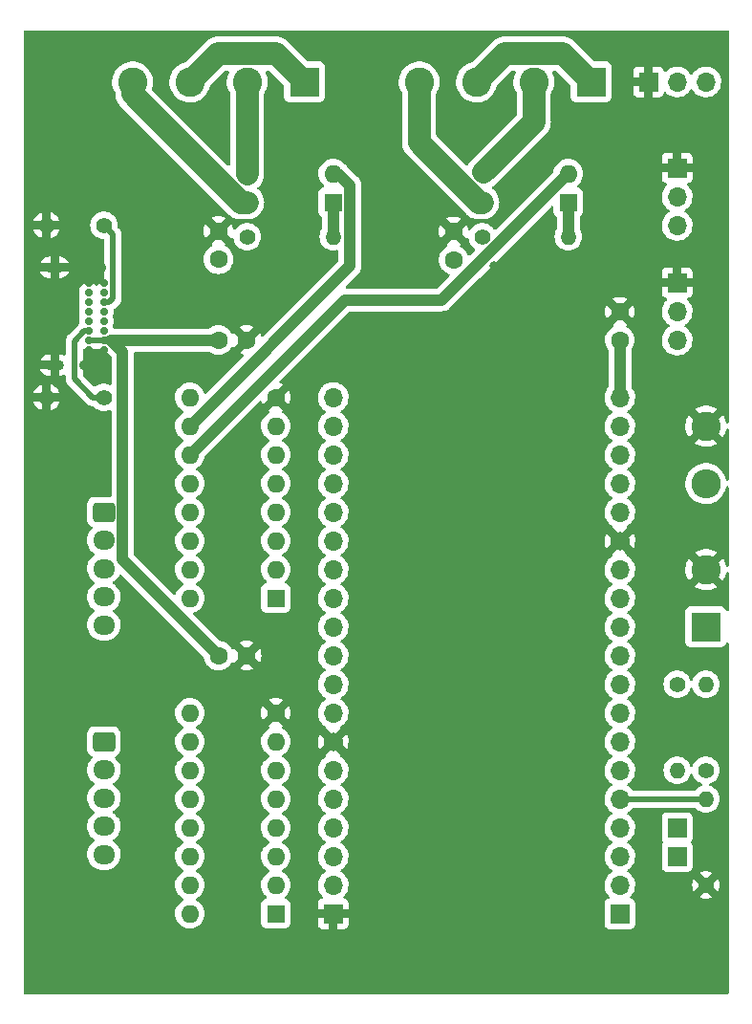
<source format=gbl>
G04 #@! TF.GenerationSoftware,KiCad,Pcbnew,(6.0.4)*
G04 #@! TF.CreationDate,2023-04-20T13:50:41+02:00*
G04 #@! TF.ProjectId,XRTL_opto,5852544c-5f6f-4707-946f-2e6b69636164,1.0*
G04 #@! TF.SameCoordinates,Original*
G04 #@! TF.FileFunction,Copper,L2,Bot*
G04 #@! TF.FilePolarity,Positive*
%FSLAX46Y46*%
G04 Gerber Fmt 4.6, Leading zero omitted, Abs format (unit mm)*
G04 Created by KiCad (PCBNEW (6.0.4)) date 2023-04-20 13:50:41*
%MOMM*%
%LPD*%
G01*
G04 APERTURE LIST*
G04 Aperture macros list*
%AMRoundRect*
0 Rectangle with rounded corners*
0 $1 Rounding radius*
0 $2 $3 $4 $5 $6 $7 $8 $9 X,Y pos of 4 corners*
0 Add a 4 corners polygon primitive as box body*
4,1,4,$2,$3,$4,$5,$6,$7,$8,$9,$2,$3,0*
0 Add four circle primitives for the rounded corners*
1,1,$1+$1,$2,$3*
1,1,$1+$1,$4,$5*
1,1,$1+$1,$6,$7*
1,1,$1+$1,$8,$9*
0 Add four rect primitives between the rounded corners*
20,1,$1+$1,$2,$3,$4,$5,0*
20,1,$1+$1,$4,$5,$6,$7,0*
20,1,$1+$1,$6,$7,$8,$9,0*
20,1,$1+$1,$8,$9,$2,$3,0*%
%AMHorizOval*
0 Thick line with rounded ends*
0 $1 width*
0 $2 $3 position (X,Y) of the first rounded end (center of the circle)*
0 $4 $5 position (X,Y) of the second rounded end (center of the circle)*
0 Add line between two ends*
20,1,$1,$2,$3,$4,$5,0*
0 Add two circle primitives to create the rounded ends*
1,1,$1,$2,$3*
1,1,$1,$4,$5*%
G04 Aperture macros list end*
G04 #@! TA.AperFunction,ComponentPad*
%ADD10R,2.600000X2.600000*%
G04 #@! TD*
G04 #@! TA.AperFunction,ComponentPad*
%ADD11C,2.600000*%
G04 #@! TD*
G04 #@! TA.AperFunction,ComponentPad*
%ADD12C,1.400000*%
G04 #@! TD*
G04 #@! TA.AperFunction,ComponentPad*
%ADD13O,1.400000X1.400000*%
G04 #@! TD*
G04 #@! TA.AperFunction,ComponentPad*
%ADD14R,1.700000X1.700000*%
G04 #@! TD*
G04 #@! TA.AperFunction,ComponentPad*
%ADD15C,1.600000*%
G04 #@! TD*
G04 #@! TA.AperFunction,ComponentPad*
%ADD16R,1.600000X1.600000*%
G04 #@! TD*
G04 #@! TA.AperFunction,ComponentPad*
%ADD17O,1.600000X1.600000*%
G04 #@! TD*
G04 #@! TA.AperFunction,ComponentPad*
%ADD18HorizOval,1.600000X0.000000X0.000000X0.000000X0.000000X0*%
G04 #@! TD*
G04 #@! TA.AperFunction,ComponentPad*
%ADD19O,1.700000X1.700000*%
G04 #@! TD*
G04 #@! TA.AperFunction,ComponentPad*
%ADD20HorizOval,1.700000X0.000000X0.000000X0.000000X0.000000X0*%
G04 #@! TD*
G04 #@! TA.AperFunction,ComponentPad*
%ADD21RoundRect,0.250000X-0.725000X0.600000X-0.725000X-0.600000X0.725000X-0.600000X0.725000X0.600000X0*%
G04 #@! TD*
G04 #@! TA.AperFunction,ComponentPad*
%ADD22O,1.950000X1.700000*%
G04 #@! TD*
G04 #@! TA.AperFunction,ComponentPad*
%ADD23O,2.600000X2.600000*%
G04 #@! TD*
G04 #@! TA.AperFunction,ComponentPad*
%ADD24C,0.700000*%
G04 #@! TD*
G04 #@! TA.AperFunction,ComponentPad*
%ADD25O,1.700000X0.900000*%
G04 #@! TD*
G04 #@! TA.AperFunction,ComponentPad*
%ADD26O,2.400000X0.900000*%
G04 #@! TD*
G04 #@! TA.AperFunction,ViaPad*
%ADD27C,0.800000*%
G04 #@! TD*
G04 #@! TA.AperFunction,Conductor*
%ADD28C,2.000000*%
G04 #@! TD*
G04 #@! TA.AperFunction,Conductor*
%ADD29C,0.500000*%
G04 #@! TD*
G04 #@! TA.AperFunction,Conductor*
%ADD30C,1.000000*%
G04 #@! TD*
G04 APERTURE END LIST*
D10*
X124460000Y-53340000D03*
D11*
X119380000Y-53340000D03*
X114300000Y-53340000D03*
X109220000Y-53340000D03*
D12*
X81280000Y-81280000D03*
D13*
X76200000Y-81280000D03*
D14*
X132080000Y-121920000D03*
D15*
X127000000Y-76200000D03*
X127000000Y-73700000D03*
D16*
X96520000Y-99060000D03*
D17*
X96520000Y-96520000D03*
X96520000Y-93980000D03*
X96520000Y-91440000D03*
X96520000Y-88900000D03*
X96520000Y-86360000D03*
X96520000Y-83820000D03*
D18*
X96520000Y-81280000D03*
D17*
X88900000Y-81280000D03*
X88900000Y-83820000D03*
X88900000Y-86360000D03*
X88900000Y-88900000D03*
X88900000Y-91440000D03*
X88900000Y-93980000D03*
X88900000Y-96520000D03*
X88900000Y-99060000D03*
D14*
X127000000Y-127000000D03*
D19*
X127000000Y-124460000D03*
X127000000Y-121920000D03*
X127000000Y-119380000D03*
X127000000Y-116840000D03*
X127000000Y-114300000D03*
X127000000Y-111760000D03*
X127000000Y-109220000D03*
X127000000Y-106680000D03*
X127000000Y-104140000D03*
X127000000Y-101600000D03*
X127000000Y-99060000D03*
X127000000Y-96520000D03*
D20*
X127000000Y-93980000D03*
D19*
X127000000Y-91440000D03*
X127000000Y-88900000D03*
X127000000Y-86360000D03*
X127000000Y-83820000D03*
X127000000Y-81280000D03*
D12*
X132080000Y-106680000D03*
D13*
X132080000Y-114300000D03*
D15*
X91440000Y-76200000D03*
X93940000Y-76200000D03*
D12*
X93980000Y-67056000D03*
D13*
X101600000Y-67056000D03*
D12*
X81280000Y-66040000D03*
D13*
X76200000Y-66040000D03*
D12*
X114808000Y-67056000D03*
D13*
X122428000Y-67056000D03*
D15*
X112268000Y-69088000D03*
X112268000Y-66588000D03*
D16*
X122428000Y-64008000D03*
D17*
X122428000Y-61468000D03*
X114808000Y-61468000D03*
X114808000Y-64008000D03*
D16*
X96520000Y-127000000D03*
D17*
X96520000Y-124460000D03*
X96520000Y-121920000D03*
X96520000Y-119380000D03*
X96520000Y-116840000D03*
X96520000Y-114300000D03*
X96520000Y-111760000D03*
D18*
X96520000Y-109220000D03*
D17*
X88900000Y-109220000D03*
X88900000Y-111760000D03*
X88900000Y-114300000D03*
X88900000Y-116840000D03*
X88900000Y-119380000D03*
X88900000Y-121920000D03*
X88900000Y-124460000D03*
X88900000Y-127000000D03*
D21*
X81280000Y-111760000D03*
D22*
X81280000Y-114260000D03*
X81280000Y-116760000D03*
X81280000Y-119260000D03*
X81280000Y-121760000D03*
D12*
X134620000Y-124460000D03*
D13*
X134620000Y-116840000D03*
D14*
X101600000Y-127000000D03*
D19*
X101600000Y-124460000D03*
X101600000Y-121920000D03*
X101600000Y-119380000D03*
X101600000Y-116840000D03*
X101600000Y-114300000D03*
D20*
X101600000Y-111760000D03*
D19*
X101600000Y-109220000D03*
X101600000Y-106680000D03*
X101600000Y-104140000D03*
X101600000Y-101600000D03*
X101600000Y-99060000D03*
X101600000Y-96520000D03*
X101600000Y-93980000D03*
X101600000Y-91440000D03*
X101600000Y-88900000D03*
X101600000Y-86360000D03*
X101600000Y-83820000D03*
X101600000Y-81280000D03*
D14*
X132080000Y-60960000D03*
D19*
X132080000Y-63500000D03*
X132080000Y-66040000D03*
D21*
X81280000Y-91440000D03*
D22*
X81280000Y-93940000D03*
X81280000Y-96440000D03*
X81280000Y-98940000D03*
X81280000Y-101440000D03*
D14*
X132080000Y-119380000D03*
D15*
X91440000Y-104140000D03*
X93940000Y-104140000D03*
D23*
X134620000Y-88900000D03*
D11*
X134620000Y-83820000D03*
D15*
X91440000Y-69048000D03*
X91440000Y-66548000D03*
D10*
X134620000Y-101600000D03*
D11*
X134620000Y-96520000D03*
D16*
X101600000Y-64008000D03*
D17*
X101600000Y-61468000D03*
X93980000Y-61468000D03*
X93980000Y-64008000D03*
D14*
X132080000Y-71120000D03*
D19*
X132080000Y-73660000D03*
X132080000Y-76200000D03*
D14*
X129540000Y-53340000D03*
D19*
X132080000Y-53340000D03*
X134620000Y-53340000D03*
D10*
X99060000Y-53340000D03*
D11*
X93980000Y-53340000D03*
X88900000Y-53340000D03*
X83820000Y-53340000D03*
D24*
X81280000Y-71120000D03*
X81280000Y-71970000D03*
X81280000Y-72820000D03*
X81280000Y-73670000D03*
X81280000Y-74520000D03*
X81280000Y-75370000D03*
X81280000Y-76220000D03*
X81280000Y-77070000D03*
X79930000Y-77070000D03*
X79930000Y-76220000D03*
X79930000Y-75370000D03*
X79930000Y-74520000D03*
X79930000Y-73670000D03*
X79930000Y-72820000D03*
X79930000Y-71970000D03*
X79930000Y-71120000D03*
D25*
X76920000Y-78420000D03*
D26*
X80300000Y-78420000D03*
X80300000Y-69770000D03*
D25*
X76920000Y-69770000D03*
D12*
X134620000Y-114300000D03*
D13*
X134620000Y-106680000D03*
D27*
X84328000Y-72644000D03*
X115824000Y-69596000D03*
X116840000Y-65024000D03*
X132080000Y-86360000D03*
X81280000Y-83820000D03*
X93980000Y-83820000D03*
X78105000Y-73660000D03*
X86360000Y-121920000D03*
X132080000Y-124460000D03*
X129540000Y-114808000D03*
X83820000Y-101600000D03*
X134620000Y-99060000D03*
X86360000Y-78740000D03*
X94488000Y-69088000D03*
X129540000Y-68580000D03*
X99060000Y-78740000D03*
X132080000Y-58420000D03*
X113792000Y-72644000D03*
X110236000Y-69596000D03*
X88900000Y-73660000D03*
X129540000Y-121920000D03*
X104648000Y-69596000D03*
X124968000Y-116840000D03*
X96012000Y-65532000D03*
X128905000Y-78740000D03*
X129540000Y-118872000D03*
X97028000Y-72644000D03*
X124968000Y-65532000D03*
X104140000Y-86360000D03*
X124460000Y-78740000D03*
D28*
X91399511Y-50840489D02*
X88900000Y-53340000D01*
X96560489Y-50840489D02*
X91399511Y-50840489D01*
X99060000Y-53340000D02*
X96560489Y-50840489D01*
X121960489Y-50840489D02*
X124460000Y-53340000D01*
X114300000Y-53340000D02*
X116799511Y-50840489D01*
X116799511Y-50840489D02*
X121960489Y-50840489D01*
D29*
X134620000Y-116840000D02*
X127000000Y-116840000D01*
D30*
X88900000Y-86360000D02*
X102616000Y-72644000D01*
X111199209Y-72644000D02*
X122375209Y-61468000D01*
X102616000Y-72644000D02*
X111199209Y-72644000D01*
X122375209Y-61468000D02*
X122428000Y-61468000D01*
X103099511Y-62508489D02*
X102059022Y-61468000D01*
X102059022Y-61468000D02*
X101600000Y-61468000D01*
X88900000Y-83820000D02*
X103099511Y-69620489D01*
X103099511Y-69620489D02*
X103099511Y-62508489D01*
X82954520Y-77220286D02*
X81934234Y-76200000D01*
X82954520Y-95654520D02*
X82954520Y-77220286D01*
X91440000Y-76200000D02*
X81934234Y-76200000D01*
X91440000Y-104140000D02*
X82954520Y-95654520D01*
D29*
X79930000Y-76220000D02*
X81260000Y-76220000D01*
D30*
X81934234Y-76200000D02*
X81914234Y-76220000D01*
X127000000Y-76200000D02*
X127000000Y-81280000D01*
D29*
X82079511Y-72515463D02*
X81774974Y-72820000D01*
X81280000Y-66040000D02*
X82079511Y-66839511D01*
X82079511Y-66839511D02*
X82079511Y-72515463D01*
X81774974Y-72820000D02*
X81280000Y-72820000D01*
X78650480Y-76289520D02*
X79570000Y-75370000D01*
X78650480Y-79640429D02*
X78650480Y-76289520D01*
X79570000Y-75370000D02*
X79930000Y-75370000D01*
X81280000Y-81280000D02*
X80290051Y-81280000D01*
X80290051Y-81280000D02*
X78650480Y-79640429D01*
D28*
X93980000Y-53340000D02*
X93980000Y-61468000D01*
X93980000Y-64008000D02*
X93409409Y-64008000D01*
X93409409Y-64008000D02*
X83820000Y-54418591D01*
X83820000Y-54418591D02*
X83820000Y-53340000D01*
X119380000Y-56896000D02*
X114949427Y-61326573D01*
X119380000Y-53340000D02*
X119380000Y-56896000D01*
X109220000Y-53340000D02*
X109220000Y-58707737D01*
X114520263Y-64008000D02*
X114808000Y-64008000D01*
X109220000Y-58707737D02*
X114520263Y-64008000D01*
D30*
X101600000Y-67056000D02*
X101600000Y-64008000D01*
X122428000Y-67056000D02*
X122428000Y-64008000D01*
G04 #@! TA.AperFunction,Conductor*
G36*
X136593621Y-48788502D02*
G01*
X136640114Y-48842158D01*
X136651500Y-48894500D01*
X136651500Y-83477588D01*
X136631498Y-83545709D01*
X136577842Y-83592202D01*
X136507568Y-83602306D01*
X136442988Y-83572812D01*
X136404604Y-83513086D01*
X136402607Y-83505396D01*
X136354878Y-83294467D01*
X136352154Y-83285556D01*
X136258143Y-83043806D01*
X136254132Y-83035397D01*
X136147034Y-82848014D01*
X136136869Y-82838238D01*
X136128970Y-82841360D01*
X135163142Y-83807188D01*
X135155528Y-83821132D01*
X135155659Y-83822965D01*
X135159910Y-83829580D01*
X136123077Y-84792747D01*
X136135457Y-84799507D01*
X136143798Y-84793263D01*
X136210832Y-84689047D01*
X136215275Y-84680864D01*
X136321807Y-84444370D01*
X136324997Y-84435605D01*
X136395402Y-84185972D01*
X136397262Y-84176830D01*
X136400507Y-84151322D01*
X136428946Y-84086270D01*
X136488040Y-84046920D01*
X136559027Y-84045766D01*
X136619370Y-84083173D01*
X136649909Y-84147265D01*
X136651500Y-84167223D01*
X136651500Y-88555326D01*
X136631498Y-88623447D01*
X136577842Y-88669940D01*
X136507568Y-88680044D01*
X136442988Y-88650550D01*
X136404604Y-88590824D01*
X136402607Y-88583133D01*
X136355361Y-88374331D01*
X136355360Y-88374326D01*
X136354327Y-88369763D01*
X136256902Y-88119238D01*
X136123518Y-87885864D01*
X135957105Y-87674769D01*
X135761317Y-87490591D01*
X135586560Y-87369357D01*
X135544299Y-87340039D01*
X135544296Y-87340037D01*
X135540457Y-87337374D01*
X135536264Y-87335306D01*
X135303564Y-87220551D01*
X135303561Y-87220550D01*
X135299376Y-87218486D01*
X135251745Y-87203239D01*
X135132560Y-87165088D01*
X135043370Y-87136538D01*
X135038763Y-87135788D01*
X135038760Y-87135787D01*
X134782674Y-87094081D01*
X134782675Y-87094081D01*
X134778063Y-87093330D01*
X134647719Y-87091624D01*
X134513961Y-87089873D01*
X134513958Y-87089873D01*
X134509284Y-87089812D01*
X134242937Y-87126060D01*
X133984874Y-87201278D01*
X133980621Y-87203238D01*
X133980620Y-87203239D01*
X133950634Y-87217063D01*
X133740763Y-87313815D01*
X133710070Y-87333938D01*
X133519881Y-87458631D01*
X133519876Y-87458635D01*
X133515968Y-87461197D01*
X133475268Y-87497523D01*
X133326841Y-87630000D01*
X133315426Y-87640188D01*
X133143544Y-87846854D01*
X133141121Y-87850847D01*
X133009181Y-88068277D01*
X133004096Y-88076656D01*
X133002287Y-88080970D01*
X133002285Y-88080974D01*
X132928958Y-88255840D01*
X132900148Y-88324545D01*
X132833981Y-88585077D01*
X132807050Y-88852526D01*
X132807274Y-88857192D01*
X132807274Y-88857197D01*
X132807978Y-88871851D01*
X132819947Y-89121019D01*
X132872388Y-89384656D01*
X132963220Y-89637646D01*
X132965432Y-89641762D01*
X132965433Y-89641765D01*
X133029555Y-89761100D01*
X133090450Y-89874431D01*
X133093241Y-89878168D01*
X133093245Y-89878175D01*
X133142527Y-89944171D01*
X133251281Y-90089810D01*
X133254590Y-90093090D01*
X133254595Y-90093096D01*
X133404323Y-90241522D01*
X133442180Y-90279050D01*
X133445942Y-90281808D01*
X133445945Y-90281811D01*
X133631043Y-90417530D01*
X133658954Y-90437995D01*
X133663089Y-90440171D01*
X133663093Y-90440173D01*
X133797773Y-90511032D01*
X133896840Y-90563154D01*
X134150613Y-90651775D01*
X134155206Y-90652647D01*
X134410109Y-90701042D01*
X134410112Y-90701042D01*
X134414698Y-90701913D01*
X134542370Y-90706929D01*
X134678625Y-90712283D01*
X134678630Y-90712283D01*
X134683293Y-90712466D01*
X134787607Y-90701042D01*
X134945844Y-90683713D01*
X134945850Y-90683712D01*
X134950497Y-90683203D01*
X134967939Y-90678611D01*
X135205918Y-90615956D01*
X135205920Y-90615955D01*
X135210441Y-90614765D01*
X135215441Y-90612617D01*
X135453120Y-90510502D01*
X135453122Y-90510501D01*
X135457414Y-90508657D01*
X135576071Y-90435230D01*
X135682017Y-90369669D01*
X135682021Y-90369666D01*
X135685990Y-90367210D01*
X135891149Y-90193530D01*
X136068382Y-89991434D01*
X136213797Y-89765361D01*
X136324199Y-89520278D01*
X136357610Y-89401811D01*
X136395893Y-89266072D01*
X136395894Y-89266069D01*
X136397163Y-89261568D01*
X136400507Y-89235282D01*
X136428946Y-89170230D01*
X136488040Y-89130880D01*
X136559028Y-89129726D01*
X136619370Y-89167133D01*
X136649909Y-89231225D01*
X136651500Y-89251183D01*
X136651500Y-96177588D01*
X136631498Y-96245709D01*
X136577842Y-96292202D01*
X136507568Y-96302306D01*
X136442988Y-96272812D01*
X136404604Y-96213086D01*
X136402607Y-96205396D01*
X136354878Y-95994467D01*
X136352154Y-95985556D01*
X136258143Y-95743806D01*
X136254132Y-95735397D01*
X136147034Y-95548014D01*
X136136869Y-95538238D01*
X136128970Y-95541360D01*
X135163142Y-96507188D01*
X135155528Y-96521132D01*
X135155659Y-96522965D01*
X135159910Y-96529580D01*
X136123077Y-97492747D01*
X136135457Y-97499507D01*
X136143798Y-97493263D01*
X136210832Y-97389047D01*
X136215275Y-97380864D01*
X136321807Y-97144370D01*
X136324997Y-97135605D01*
X136395402Y-96885972D01*
X136397262Y-96876830D01*
X136400507Y-96851322D01*
X136428946Y-96786270D01*
X136488040Y-96746920D01*
X136559027Y-96745766D01*
X136619370Y-96783173D01*
X136649909Y-96847265D01*
X136651500Y-96867223D01*
X136651500Y-100107504D01*
X136631498Y-100175625D01*
X136577842Y-100222118D01*
X136507568Y-100232222D01*
X136442988Y-100202728D01*
X136407518Y-100151733D01*
X136373768Y-100061705D01*
X136373767Y-100061703D01*
X136370615Y-100053295D01*
X136283261Y-99936739D01*
X136166705Y-99849385D01*
X136030316Y-99798255D01*
X135968134Y-99791500D01*
X133271866Y-99791500D01*
X133209684Y-99798255D01*
X133073295Y-99849385D01*
X132956739Y-99936739D01*
X132869385Y-100053295D01*
X132818255Y-100189684D01*
X132811500Y-100251866D01*
X132811500Y-102948134D01*
X132818255Y-103010316D01*
X132869385Y-103146705D01*
X132956739Y-103263261D01*
X133073295Y-103350615D01*
X133209684Y-103401745D01*
X133271866Y-103408500D01*
X135968134Y-103408500D01*
X136030316Y-103401745D01*
X136166705Y-103350615D01*
X136283261Y-103263261D01*
X136370615Y-103146705D01*
X136376637Y-103130643D01*
X136407518Y-103048267D01*
X136450159Y-102991502D01*
X136516721Y-102966802D01*
X136586070Y-102982009D01*
X136636188Y-103032295D01*
X136651500Y-103092496D01*
X136651500Y-133985500D01*
X136631498Y-134053621D01*
X136577842Y-134100114D01*
X136525500Y-134111500D01*
X74294500Y-134111500D01*
X74226379Y-134091498D01*
X74179886Y-134037842D01*
X74168500Y-133985500D01*
X74168500Y-127000000D01*
X87586502Y-127000000D01*
X87606457Y-127228087D01*
X87607881Y-127233400D01*
X87607881Y-127233402D01*
X87647022Y-127379475D01*
X87665716Y-127449243D01*
X87668039Y-127454224D01*
X87668039Y-127454225D01*
X87760151Y-127651762D01*
X87760154Y-127651767D01*
X87762477Y-127656749D01*
X87893802Y-127844300D01*
X88055700Y-128006198D01*
X88060208Y-128009355D01*
X88060211Y-128009357D01*
X88101542Y-128038297D01*
X88243251Y-128137523D01*
X88248233Y-128139846D01*
X88248238Y-128139849D01*
X88417212Y-128218642D01*
X88450757Y-128234284D01*
X88456065Y-128235706D01*
X88456067Y-128235707D01*
X88666598Y-128292119D01*
X88666600Y-128292119D01*
X88671913Y-128293543D01*
X88900000Y-128313498D01*
X89128087Y-128293543D01*
X89133400Y-128292119D01*
X89133402Y-128292119D01*
X89343933Y-128235707D01*
X89343935Y-128235706D01*
X89349243Y-128234284D01*
X89382788Y-128218642D01*
X89551762Y-128139849D01*
X89551767Y-128139846D01*
X89556749Y-128137523D01*
X89698458Y-128038297D01*
X89739789Y-128009357D01*
X89739792Y-128009355D01*
X89744300Y-128006198D01*
X89906198Y-127844300D01*
X90037523Y-127656749D01*
X90039846Y-127651767D01*
X90039849Y-127651762D01*
X90131961Y-127454225D01*
X90131961Y-127454224D01*
X90134284Y-127449243D01*
X90152979Y-127379475D01*
X90192119Y-127233402D01*
X90192119Y-127233400D01*
X90193543Y-127228087D01*
X90213498Y-127000000D01*
X90193543Y-126771913D01*
X90192119Y-126766598D01*
X90135707Y-126556067D01*
X90135706Y-126556065D01*
X90134284Y-126550757D01*
X90131961Y-126545775D01*
X90039849Y-126348238D01*
X90039846Y-126348233D01*
X90037523Y-126343251D01*
X89906198Y-126155700D01*
X89744300Y-125993802D01*
X89739792Y-125990645D01*
X89739789Y-125990643D01*
X89604780Y-125896109D01*
X89556749Y-125862477D01*
X89551767Y-125860154D01*
X89551762Y-125860151D01*
X89517543Y-125844195D01*
X89464258Y-125797278D01*
X89444797Y-125729001D01*
X89465339Y-125661041D01*
X89517543Y-125615805D01*
X89551762Y-125599849D01*
X89551767Y-125599846D01*
X89556749Y-125597523D01*
X89695369Y-125500460D01*
X89739789Y-125469357D01*
X89739792Y-125469355D01*
X89744300Y-125466198D01*
X89906198Y-125304300D01*
X89930923Y-125268990D01*
X90034366Y-125121257D01*
X90037523Y-125116749D01*
X90039846Y-125111767D01*
X90039849Y-125111762D01*
X90131961Y-124914225D01*
X90131961Y-124914224D01*
X90134284Y-124909243D01*
X90144150Y-124872425D01*
X90192119Y-124693402D01*
X90192119Y-124693400D01*
X90193543Y-124688087D01*
X90213498Y-124460000D01*
X95206502Y-124460000D01*
X95226457Y-124688087D01*
X95227881Y-124693400D01*
X95227881Y-124693402D01*
X95275851Y-124872425D01*
X95285716Y-124909243D01*
X95288039Y-124914224D01*
X95288039Y-124914225D01*
X95380151Y-125111762D01*
X95380154Y-125111767D01*
X95382477Y-125116749D01*
X95385634Y-125121257D01*
X95489078Y-125268990D01*
X95513802Y-125304300D01*
X95675700Y-125466198D01*
X95680211Y-125469357D01*
X95684424Y-125472892D01*
X95683473Y-125474026D01*
X95723471Y-125524071D01*
X95730776Y-125594690D01*
X95698742Y-125658049D01*
X95637538Y-125694030D01*
X95620483Y-125697082D01*
X95609684Y-125698255D01*
X95473295Y-125749385D01*
X95356739Y-125836739D01*
X95269385Y-125953295D01*
X95218255Y-126089684D01*
X95211500Y-126151866D01*
X95211500Y-127848134D01*
X95218255Y-127910316D01*
X95269385Y-128046705D01*
X95356739Y-128163261D01*
X95473295Y-128250615D01*
X95609684Y-128301745D01*
X95671866Y-128308500D01*
X97368134Y-128308500D01*
X97430316Y-128301745D01*
X97566705Y-128250615D01*
X97683261Y-128163261D01*
X97770615Y-128046705D01*
X97821745Y-127910316D01*
X97823445Y-127894669D01*
X100242001Y-127894669D01*
X100242371Y-127901490D01*
X100247895Y-127952352D01*
X100251521Y-127967604D01*
X100296676Y-128088054D01*
X100305214Y-128103649D01*
X100381715Y-128205724D01*
X100394276Y-128218285D01*
X100496351Y-128294786D01*
X100511946Y-128303324D01*
X100632394Y-128348478D01*
X100647649Y-128352105D01*
X100698514Y-128357631D01*
X100705328Y-128358000D01*
X101206885Y-128358000D01*
X101222124Y-128353525D01*
X101223329Y-128352135D01*
X101225000Y-128344452D01*
X101225000Y-128339884D01*
X101975000Y-128339884D01*
X101979475Y-128355123D01*
X101980865Y-128356328D01*
X101988548Y-128357999D01*
X102494669Y-128357999D01*
X102501490Y-128357629D01*
X102552352Y-128352105D01*
X102567604Y-128348479D01*
X102688054Y-128303324D01*
X102703649Y-128294786D01*
X102805724Y-128218285D01*
X102818285Y-128205724D01*
X102894786Y-128103649D01*
X102903324Y-128088054D01*
X102948478Y-127967606D01*
X102952105Y-127952351D01*
X102957631Y-127901486D01*
X102958000Y-127894672D01*
X102958000Y-127393115D01*
X102953525Y-127377876D01*
X102952135Y-127376671D01*
X102944452Y-127375000D01*
X101993115Y-127375000D01*
X101977876Y-127379475D01*
X101976671Y-127380865D01*
X101975000Y-127388548D01*
X101975000Y-128339884D01*
X101225000Y-128339884D01*
X101225000Y-127393115D01*
X101220525Y-127377876D01*
X101219135Y-127376671D01*
X101211452Y-127375000D01*
X100260116Y-127375000D01*
X100244877Y-127379475D01*
X100243672Y-127380865D01*
X100242001Y-127388548D01*
X100242001Y-127894669D01*
X97823445Y-127894669D01*
X97828500Y-127848134D01*
X97828500Y-126151866D01*
X97821745Y-126089684D01*
X97770615Y-125953295D01*
X97683261Y-125836739D01*
X97566705Y-125749385D01*
X97430316Y-125698255D01*
X97419526Y-125697083D01*
X97417394Y-125696197D01*
X97414778Y-125695575D01*
X97414879Y-125695152D01*
X97353965Y-125669845D01*
X97313537Y-125611483D01*
X97311078Y-125540529D01*
X97347371Y-125479510D01*
X97356031Y-125472511D01*
X97359793Y-125469354D01*
X97364300Y-125466198D01*
X97526198Y-125304300D01*
X97550923Y-125268990D01*
X97654366Y-125121257D01*
X97657523Y-125116749D01*
X97659846Y-125111767D01*
X97659849Y-125111762D01*
X97751961Y-124914225D01*
X97751961Y-124914224D01*
X97754284Y-124909243D01*
X97764150Y-124872425D01*
X97812119Y-124693402D01*
X97812119Y-124693400D01*
X97813543Y-124688087D01*
X97833498Y-124460000D01*
X97830584Y-124426695D01*
X100237251Y-124426695D01*
X100237548Y-124431848D01*
X100237548Y-124431851D01*
X100243011Y-124526590D01*
X100250110Y-124649715D01*
X100251247Y-124654761D01*
X100251248Y-124654767D01*
X100259955Y-124693402D01*
X100299222Y-124867639D01*
X100383266Y-125074616D01*
X100499987Y-125265088D01*
X100646250Y-125433938D01*
X100650225Y-125437238D01*
X100650231Y-125437244D01*
X100655425Y-125441556D01*
X100695059Y-125500460D01*
X100696555Y-125571441D01*
X100659439Y-125631962D01*
X100619168Y-125656480D01*
X100511946Y-125696676D01*
X100496351Y-125705214D01*
X100394276Y-125781715D01*
X100381715Y-125794276D01*
X100305214Y-125896351D01*
X100296676Y-125911946D01*
X100251522Y-126032394D01*
X100247895Y-126047649D01*
X100242369Y-126098514D01*
X100242000Y-126105328D01*
X100242000Y-126606885D01*
X100246475Y-126622124D01*
X100247865Y-126623329D01*
X100255548Y-126625000D01*
X102939884Y-126625000D01*
X102955123Y-126620525D01*
X102956328Y-126619135D01*
X102957999Y-126611452D01*
X102957999Y-126105331D01*
X102957629Y-126098510D01*
X102952105Y-126047648D01*
X102948479Y-126032396D01*
X102903324Y-125911946D01*
X102894786Y-125896351D01*
X102818285Y-125794276D01*
X102805724Y-125781715D01*
X102703649Y-125705214D01*
X102688054Y-125696676D01*
X102577813Y-125655348D01*
X102521049Y-125612706D01*
X102496349Y-125546145D01*
X102511557Y-125476796D01*
X102533104Y-125448115D01*
X102634430Y-125347144D01*
X102634440Y-125347132D01*
X102638096Y-125343489D01*
X102669498Y-125299789D01*
X102765435Y-125166277D01*
X102768453Y-125162077D01*
X102788628Y-125121257D01*
X102865136Y-124966453D01*
X102865137Y-124966451D01*
X102867430Y-124961811D01*
X102932370Y-124748069D01*
X102961529Y-124526590D01*
X102963156Y-124460000D01*
X102960418Y-124426695D01*
X125637251Y-124426695D01*
X125637548Y-124431848D01*
X125637548Y-124431851D01*
X125643011Y-124526590D01*
X125650110Y-124649715D01*
X125651247Y-124654761D01*
X125651248Y-124654767D01*
X125659955Y-124693402D01*
X125699222Y-124867639D01*
X125783266Y-125074616D01*
X125899987Y-125265088D01*
X126046250Y-125433938D01*
X126050230Y-125437242D01*
X126054981Y-125441187D01*
X126094616Y-125500090D01*
X126096113Y-125571071D01*
X126058997Y-125631593D01*
X126018725Y-125656112D01*
X125975984Y-125672135D01*
X125903295Y-125699385D01*
X125786739Y-125786739D01*
X125699385Y-125903295D01*
X125648255Y-126039684D01*
X125641500Y-126101866D01*
X125641500Y-127898134D01*
X125648255Y-127960316D01*
X125699385Y-128096705D01*
X125786739Y-128213261D01*
X125903295Y-128300615D01*
X126039684Y-128351745D01*
X126101866Y-128358500D01*
X127898134Y-128358500D01*
X127960316Y-128351745D01*
X128096705Y-128300615D01*
X128213261Y-128213261D01*
X128300615Y-128096705D01*
X128351745Y-127960316D01*
X128358500Y-127898134D01*
X128358500Y-126101866D01*
X128351745Y-126039684D01*
X128300615Y-125903295D01*
X128213261Y-125786739D01*
X128096705Y-125699385D01*
X128069905Y-125689338D01*
X127978203Y-125654960D01*
X127921439Y-125612318D01*
X127896739Y-125545756D01*
X127898610Y-125537225D01*
X134078725Y-125537225D01*
X134082467Y-125542224D01*
X134200277Y-125597159D01*
X134210573Y-125600907D01*
X134404122Y-125652769D01*
X134414909Y-125654671D01*
X134614525Y-125672135D01*
X134625475Y-125672135D01*
X134825091Y-125654671D01*
X134835878Y-125652769D01*
X135029427Y-125600907D01*
X135039723Y-125597159D01*
X135150909Y-125545313D01*
X135161492Y-125535995D01*
X135159684Y-125530014D01*
X134632812Y-125003142D01*
X134618868Y-124995528D01*
X134617035Y-124995659D01*
X134610420Y-124999910D01*
X134085485Y-125524845D01*
X134078725Y-125537225D01*
X127898610Y-125537225D01*
X127911947Y-125476408D01*
X127933493Y-125447727D01*
X128034435Y-125347137D01*
X128038096Y-125343489D01*
X128069498Y-125299789D01*
X128165435Y-125166277D01*
X128168453Y-125162077D01*
X128188628Y-125121257D01*
X128265136Y-124966453D01*
X128265137Y-124966451D01*
X128267430Y-124961811D01*
X128332370Y-124748069D01*
X128361529Y-124526590D01*
X128363022Y-124465475D01*
X133407865Y-124465475D01*
X133425329Y-124665091D01*
X133427231Y-124675878D01*
X133479093Y-124869427D01*
X133482841Y-124879723D01*
X133534687Y-124990909D01*
X133544005Y-125001492D01*
X133549986Y-124999684D01*
X134076858Y-124472812D01*
X134083236Y-124461132D01*
X135155528Y-124461132D01*
X135155659Y-124462965D01*
X135159910Y-124469580D01*
X135684845Y-124994515D01*
X135697225Y-125001275D01*
X135702224Y-124997533D01*
X135757159Y-124879723D01*
X135760907Y-124869427D01*
X135812769Y-124675878D01*
X135814671Y-124665091D01*
X135832135Y-124465475D01*
X135832135Y-124454525D01*
X135814671Y-124254909D01*
X135812769Y-124244122D01*
X135760907Y-124050573D01*
X135757159Y-124040277D01*
X135705313Y-123929091D01*
X135695995Y-123918508D01*
X135690014Y-123920316D01*
X135163142Y-124447188D01*
X135155528Y-124461132D01*
X134083236Y-124461132D01*
X134084472Y-124458868D01*
X134084341Y-124457035D01*
X134080090Y-124450420D01*
X133555155Y-123925485D01*
X133542775Y-123918725D01*
X133537776Y-123922467D01*
X133482841Y-124040277D01*
X133479093Y-124050573D01*
X133427231Y-124244122D01*
X133425329Y-124254909D01*
X133407865Y-124454525D01*
X133407865Y-124465475D01*
X128363022Y-124465475D01*
X128363156Y-124460000D01*
X128344852Y-124237361D01*
X128290431Y-124020702D01*
X128201354Y-123815840D01*
X128080014Y-123628277D01*
X127929670Y-123463051D01*
X127925619Y-123459852D01*
X127925615Y-123459848D01*
X127829582Y-123384005D01*
X134078508Y-123384005D01*
X134080316Y-123389986D01*
X134607188Y-123916858D01*
X134621132Y-123924472D01*
X134622965Y-123924341D01*
X134629580Y-123920090D01*
X135154515Y-123395155D01*
X135161275Y-123382775D01*
X135157533Y-123377776D01*
X135039723Y-123322841D01*
X135029427Y-123319093D01*
X134835878Y-123267231D01*
X134825091Y-123265329D01*
X134625475Y-123247865D01*
X134614525Y-123247865D01*
X134414909Y-123265329D01*
X134404122Y-123267231D01*
X134210573Y-123319093D01*
X134200277Y-123322841D01*
X134089091Y-123374687D01*
X134078508Y-123384005D01*
X127829582Y-123384005D01*
X127758414Y-123327800D01*
X127758410Y-123327798D01*
X127754359Y-123324598D01*
X127713053Y-123301796D01*
X127663084Y-123251364D01*
X127648312Y-123181921D01*
X127673428Y-123115516D01*
X127700780Y-123088909D01*
X127764009Y-123043808D01*
X127879860Y-122961173D01*
X127911788Y-122929357D01*
X128023400Y-122818134D01*
X130721500Y-122818134D01*
X130728255Y-122880316D01*
X130779385Y-123016705D01*
X130866739Y-123133261D01*
X130983295Y-123220615D01*
X131119684Y-123271745D01*
X131181866Y-123278500D01*
X132978134Y-123278500D01*
X133040316Y-123271745D01*
X133176705Y-123220615D01*
X133293261Y-123133261D01*
X133380615Y-123016705D01*
X133431745Y-122880316D01*
X133438500Y-122818134D01*
X133438500Y-121021866D01*
X133431745Y-120959684D01*
X133380615Y-120823295D01*
X133307370Y-120725564D01*
X133282522Y-120659059D01*
X133297575Y-120589676D01*
X133307370Y-120574435D01*
X133311677Y-120568688D01*
X133380615Y-120476705D01*
X133431745Y-120340316D01*
X133438500Y-120278134D01*
X133438500Y-118481866D01*
X133431745Y-118419684D01*
X133380615Y-118283295D01*
X133293261Y-118166739D01*
X133176705Y-118079385D01*
X133040316Y-118028255D01*
X132978134Y-118021500D01*
X131181866Y-118021500D01*
X131119684Y-118028255D01*
X130983295Y-118079385D01*
X130866739Y-118166739D01*
X130779385Y-118283295D01*
X130728255Y-118419684D01*
X130721500Y-118481866D01*
X130721500Y-120278134D01*
X130728255Y-120340316D01*
X130779385Y-120476705D01*
X130848323Y-120568688D01*
X130852630Y-120574435D01*
X130877478Y-120640941D01*
X130862425Y-120710324D01*
X130852632Y-120725562D01*
X130779385Y-120823295D01*
X130728255Y-120959684D01*
X130721500Y-121021866D01*
X130721500Y-122818134D01*
X128023400Y-122818134D01*
X128038096Y-122803489D01*
X128069498Y-122759789D01*
X128165435Y-122626277D01*
X128168453Y-122622077D01*
X128188628Y-122581257D01*
X128265136Y-122426453D01*
X128265137Y-122426451D01*
X128267430Y-122421811D01*
X128312658Y-122272949D01*
X128330865Y-122213023D01*
X128330865Y-122213021D01*
X128332370Y-122208069D01*
X128361529Y-121986590D01*
X128363156Y-121920000D01*
X128344852Y-121697361D01*
X128290431Y-121480702D01*
X128201354Y-121275840D01*
X128080014Y-121088277D01*
X127929670Y-120923051D01*
X127925619Y-120919852D01*
X127925615Y-120919848D01*
X127758414Y-120787800D01*
X127758410Y-120787798D01*
X127754359Y-120784598D01*
X127713053Y-120761796D01*
X127663084Y-120711364D01*
X127648312Y-120641921D01*
X127673428Y-120575516D01*
X127700780Y-120548909D01*
X127756777Y-120508967D01*
X127879860Y-120421173D01*
X127911788Y-120389357D01*
X128023400Y-120278134D01*
X128038096Y-120263489D01*
X128056811Y-120237445D01*
X128165435Y-120086277D01*
X128168453Y-120082077D01*
X128179979Y-120058757D01*
X128265136Y-119886453D01*
X128265137Y-119886451D01*
X128267430Y-119881811D01*
X128332370Y-119668069D01*
X128361529Y-119446590D01*
X128362028Y-119426158D01*
X128363074Y-119383365D01*
X128363074Y-119383361D01*
X128363156Y-119380000D01*
X128344852Y-119157361D01*
X128290431Y-118940702D01*
X128201354Y-118735840D01*
X128080014Y-118548277D01*
X127929670Y-118383051D01*
X127925619Y-118379852D01*
X127925615Y-118379848D01*
X127758414Y-118247800D01*
X127758410Y-118247798D01*
X127754359Y-118244598D01*
X127713053Y-118221796D01*
X127663084Y-118171364D01*
X127648312Y-118101921D01*
X127673428Y-118035516D01*
X127700780Y-118008909D01*
X127749207Y-117974366D01*
X127879860Y-117881173D01*
X127911788Y-117849357D01*
X127961209Y-117800107D01*
X128038096Y-117723489D01*
X128069498Y-117679789D01*
X128090203Y-117650974D01*
X128146198Y-117607326D01*
X128192526Y-117598500D01*
X133617233Y-117598500D01*
X133685354Y-117618502D01*
X133706328Y-117635405D01*
X133840224Y-117769301D01*
X134013442Y-117890589D01*
X134018420Y-117892910D01*
X134018423Y-117892912D01*
X134193102Y-117974366D01*
X134205090Y-117979956D01*
X134210398Y-117981378D01*
X134210400Y-117981379D01*
X134404030Y-118033262D01*
X134404032Y-118033262D01*
X134409345Y-118034686D01*
X134620000Y-118053116D01*
X134830655Y-118034686D01*
X134835968Y-118033262D01*
X134835970Y-118033262D01*
X135029600Y-117981379D01*
X135029602Y-117981378D01*
X135034910Y-117979956D01*
X135046898Y-117974366D01*
X135221577Y-117892912D01*
X135221580Y-117892910D01*
X135226558Y-117890589D01*
X135399776Y-117769301D01*
X135549301Y-117619776D01*
X135670589Y-117446558D01*
X135705924Y-117370783D01*
X135757633Y-117259892D01*
X135757634Y-117259891D01*
X135759956Y-117254910D01*
X135786258Y-117156752D01*
X135813262Y-117055970D01*
X135813262Y-117055968D01*
X135814686Y-117050655D01*
X135833116Y-116840000D01*
X135814686Y-116629345D01*
X135812858Y-116622522D01*
X135761379Y-116430400D01*
X135761378Y-116430398D01*
X135759956Y-116425090D01*
X135748584Y-116400702D01*
X135672912Y-116238423D01*
X135672910Y-116238420D01*
X135670589Y-116233442D01*
X135549301Y-116060224D01*
X135399776Y-115910699D01*
X135226558Y-115789411D01*
X135221580Y-115787090D01*
X135221577Y-115787088D01*
X135039892Y-115702367D01*
X135039891Y-115702366D01*
X135034910Y-115700044D01*
X135029602Y-115698622D01*
X135029600Y-115698621D01*
X135003796Y-115691707D01*
X134943173Y-115654755D01*
X134912152Y-115590894D01*
X134920580Y-115520400D01*
X134965783Y-115465653D01*
X135003796Y-115448293D01*
X135029600Y-115441379D01*
X135029602Y-115441378D01*
X135034910Y-115439956D01*
X135052686Y-115431667D01*
X135221577Y-115352912D01*
X135221580Y-115352910D01*
X135226558Y-115350589D01*
X135399776Y-115229301D01*
X135549301Y-115079776D01*
X135670589Y-114906558D01*
X135689399Y-114866221D01*
X135757633Y-114719892D01*
X135757634Y-114719891D01*
X135759956Y-114714910D01*
X135775540Y-114656752D01*
X135813262Y-114515970D01*
X135813262Y-114515968D01*
X135814686Y-114510655D01*
X135833116Y-114300000D01*
X135814686Y-114089345D01*
X135812858Y-114082522D01*
X135761379Y-113890400D01*
X135761378Y-113890398D01*
X135759956Y-113885090D01*
X135748584Y-113860702D01*
X135672912Y-113698423D01*
X135672910Y-113698420D01*
X135670589Y-113693442D01*
X135549301Y-113520224D01*
X135399776Y-113370699D01*
X135226558Y-113249411D01*
X135221580Y-113247090D01*
X135221577Y-113247088D01*
X135039892Y-113162367D01*
X135039891Y-113162366D01*
X135034910Y-113160044D01*
X135029602Y-113158622D01*
X135029600Y-113158621D01*
X134835970Y-113106738D01*
X134835968Y-113106738D01*
X134830655Y-113105314D01*
X134620000Y-113086884D01*
X134409345Y-113105314D01*
X134404032Y-113106738D01*
X134404030Y-113106738D01*
X134210400Y-113158621D01*
X134210398Y-113158622D01*
X134205090Y-113160044D01*
X134200109Y-113162366D01*
X134200108Y-113162367D01*
X134018423Y-113247088D01*
X134018420Y-113247090D01*
X134013442Y-113249411D01*
X133840224Y-113370699D01*
X133690699Y-113520224D01*
X133569411Y-113693442D01*
X133567090Y-113698420D01*
X133567088Y-113698423D01*
X133491416Y-113860702D01*
X133480044Y-113885090D01*
X133478622Y-113890398D01*
X133478621Y-113890400D01*
X133471707Y-113916204D01*
X133434755Y-113976827D01*
X133370894Y-114007848D01*
X133300400Y-113999420D01*
X133245653Y-113954217D01*
X133228293Y-113916204D01*
X133221379Y-113890400D01*
X133221378Y-113890398D01*
X133219956Y-113885090D01*
X133208584Y-113860702D01*
X133132912Y-113698423D01*
X133132910Y-113698420D01*
X133130589Y-113693442D01*
X133009301Y-113520224D01*
X132859776Y-113370699D01*
X132686558Y-113249411D01*
X132681580Y-113247090D01*
X132681577Y-113247088D01*
X132499892Y-113162367D01*
X132499891Y-113162366D01*
X132494910Y-113160044D01*
X132489602Y-113158622D01*
X132489600Y-113158621D01*
X132295970Y-113106738D01*
X132295968Y-113106738D01*
X132290655Y-113105314D01*
X132080000Y-113086884D01*
X131869345Y-113105314D01*
X131864032Y-113106738D01*
X131864030Y-113106738D01*
X131670400Y-113158621D01*
X131670398Y-113158622D01*
X131665090Y-113160044D01*
X131660109Y-113162366D01*
X131660108Y-113162367D01*
X131478423Y-113247088D01*
X131478420Y-113247090D01*
X131473442Y-113249411D01*
X131300224Y-113370699D01*
X131150699Y-113520224D01*
X131029411Y-113693442D01*
X131027090Y-113698420D01*
X131027088Y-113698423D01*
X130951416Y-113860702D01*
X130940044Y-113885090D01*
X130938622Y-113890398D01*
X130938621Y-113890400D01*
X130887142Y-114082522D01*
X130885314Y-114089345D01*
X130866884Y-114300000D01*
X130885314Y-114510655D01*
X130886738Y-114515968D01*
X130886738Y-114515970D01*
X130924461Y-114656752D01*
X130940044Y-114714910D01*
X130942366Y-114719891D01*
X130942367Y-114719892D01*
X131010602Y-114866221D01*
X131029411Y-114906558D01*
X131150699Y-115079776D01*
X131300224Y-115229301D01*
X131473442Y-115350589D01*
X131478420Y-115352910D01*
X131478423Y-115352912D01*
X131647314Y-115431667D01*
X131665090Y-115439956D01*
X131670398Y-115441378D01*
X131670400Y-115441379D01*
X131864030Y-115493262D01*
X131864032Y-115493262D01*
X131869345Y-115494686D01*
X132080000Y-115513116D01*
X132290655Y-115494686D01*
X132295968Y-115493262D01*
X132295970Y-115493262D01*
X132489600Y-115441379D01*
X132489602Y-115441378D01*
X132494910Y-115439956D01*
X132512686Y-115431667D01*
X132681577Y-115352912D01*
X132681580Y-115352910D01*
X132686558Y-115350589D01*
X132859776Y-115229301D01*
X133009301Y-115079776D01*
X133130589Y-114906558D01*
X133149399Y-114866221D01*
X133217633Y-114719892D01*
X133217634Y-114719891D01*
X133219956Y-114714910D01*
X133228293Y-114683796D01*
X133265245Y-114623173D01*
X133329106Y-114592152D01*
X133399600Y-114600580D01*
X133454347Y-114645783D01*
X133471707Y-114683796D01*
X133480044Y-114714910D01*
X133482366Y-114719891D01*
X133482367Y-114719892D01*
X133550602Y-114866221D01*
X133569411Y-114906558D01*
X133690699Y-115079776D01*
X133840224Y-115229301D01*
X134013442Y-115350589D01*
X134018420Y-115352910D01*
X134018423Y-115352912D01*
X134187314Y-115431667D01*
X134205090Y-115439956D01*
X134210398Y-115441378D01*
X134210400Y-115441379D01*
X134236204Y-115448293D01*
X134296827Y-115485245D01*
X134327848Y-115549106D01*
X134319420Y-115619600D01*
X134274217Y-115674347D01*
X134236204Y-115691707D01*
X134210400Y-115698621D01*
X134210398Y-115698622D01*
X134205090Y-115700044D01*
X134200109Y-115702366D01*
X134200108Y-115702367D01*
X134018423Y-115787088D01*
X134018420Y-115787090D01*
X134013442Y-115789411D01*
X133840224Y-115910699D01*
X133706328Y-116044595D01*
X133644016Y-116078621D01*
X133617233Y-116081500D01*
X128195939Y-116081500D01*
X128127818Y-116061498D01*
X128090147Y-116023941D01*
X128082822Y-116012617D01*
X128080014Y-116008277D01*
X127929670Y-115843051D01*
X127925619Y-115839852D01*
X127925615Y-115839848D01*
X127758414Y-115707800D01*
X127758410Y-115707798D01*
X127754359Y-115704598D01*
X127713053Y-115681796D01*
X127663084Y-115631364D01*
X127648312Y-115561921D01*
X127673428Y-115495516D01*
X127700780Y-115468909D01*
X127752991Y-115431667D01*
X127879860Y-115341173D01*
X127911788Y-115309357D01*
X127987998Y-115233412D01*
X128038096Y-115183489D01*
X128049871Y-115167103D01*
X128165435Y-115006277D01*
X128168453Y-115002077D01*
X128188628Y-114961257D01*
X128265136Y-114806453D01*
X128265137Y-114806451D01*
X128267430Y-114801811D01*
X128332370Y-114588069D01*
X128361529Y-114366590D01*
X128362564Y-114324226D01*
X128363074Y-114303365D01*
X128363074Y-114303361D01*
X128363156Y-114300000D01*
X128344852Y-114077361D01*
X128290431Y-113860702D01*
X128201354Y-113655840D01*
X128161906Y-113594862D01*
X128082822Y-113472617D01*
X128082820Y-113472614D01*
X128080014Y-113468277D01*
X127929670Y-113303051D01*
X127925619Y-113299852D01*
X127925615Y-113299848D01*
X127758414Y-113167800D01*
X127758410Y-113167798D01*
X127754359Y-113164598D01*
X127713053Y-113141796D01*
X127663084Y-113091364D01*
X127648312Y-113021921D01*
X127673428Y-112955516D01*
X127700780Y-112928909D01*
X127749207Y-112894366D01*
X127879860Y-112801173D01*
X127911788Y-112769357D01*
X127961209Y-112720107D01*
X128038096Y-112643489D01*
X128069498Y-112599789D01*
X128165435Y-112466277D01*
X128168453Y-112462077D01*
X128188628Y-112421257D01*
X128265136Y-112266453D01*
X128265137Y-112266451D01*
X128267430Y-112261811D01*
X128332370Y-112048069D01*
X128361529Y-111826590D01*
X128363156Y-111760000D01*
X128344852Y-111537361D01*
X128290431Y-111320702D01*
X128201354Y-111115840D01*
X128125515Y-110998611D01*
X128082822Y-110932617D01*
X128082820Y-110932614D01*
X128080014Y-110928277D01*
X127929670Y-110763051D01*
X127925619Y-110759852D01*
X127925615Y-110759848D01*
X127758414Y-110627800D01*
X127758410Y-110627798D01*
X127754359Y-110624598D01*
X127713053Y-110601796D01*
X127663084Y-110551364D01*
X127648312Y-110481921D01*
X127673428Y-110415516D01*
X127700780Y-110388909D01*
X127749207Y-110354366D01*
X127879860Y-110261173D01*
X127911788Y-110229357D01*
X128034435Y-110107137D01*
X128038096Y-110103489D01*
X128069498Y-110059789D01*
X128165435Y-109926277D01*
X128168453Y-109922077D01*
X128188628Y-109881257D01*
X128265136Y-109726453D01*
X128265137Y-109726451D01*
X128267430Y-109721811D01*
X128332370Y-109508069D01*
X128361529Y-109286590D01*
X128363156Y-109220000D01*
X128344852Y-108997361D01*
X128290431Y-108780702D01*
X128201354Y-108575840D01*
X128080014Y-108388277D01*
X127929670Y-108223051D01*
X127925619Y-108219852D01*
X127925615Y-108219848D01*
X127758414Y-108087800D01*
X127758410Y-108087798D01*
X127754359Y-108084598D01*
X127713053Y-108061796D01*
X127663084Y-108011364D01*
X127648312Y-107941921D01*
X127673428Y-107875516D01*
X127700780Y-107848909D01*
X127744627Y-107817633D01*
X127879860Y-107721173D01*
X128038096Y-107563489D01*
X128097594Y-107480689D01*
X128165435Y-107386277D01*
X128168453Y-107382077D01*
X128267430Y-107181811D01*
X128332370Y-106968069D01*
X128361529Y-106746590D01*
X128363156Y-106680000D01*
X130866884Y-106680000D01*
X130885314Y-106890655D01*
X130940044Y-107094910D01*
X130942366Y-107099891D01*
X130942367Y-107099892D01*
X130980567Y-107181811D01*
X131029411Y-107286558D01*
X131150699Y-107459776D01*
X131300224Y-107609301D01*
X131473442Y-107730589D01*
X131478420Y-107732910D01*
X131478423Y-107732912D01*
X131660108Y-107817633D01*
X131665090Y-107819956D01*
X131670398Y-107821378D01*
X131670400Y-107821379D01*
X131864030Y-107873262D01*
X131864032Y-107873262D01*
X131869345Y-107874686D01*
X132080000Y-107893116D01*
X132290655Y-107874686D01*
X132295968Y-107873262D01*
X132295970Y-107873262D01*
X132489600Y-107821379D01*
X132489602Y-107821378D01*
X132494910Y-107819956D01*
X132499892Y-107817633D01*
X132681577Y-107732912D01*
X132681580Y-107732910D01*
X132686558Y-107730589D01*
X132859776Y-107609301D01*
X133009301Y-107459776D01*
X133130589Y-107286558D01*
X133179434Y-107181811D01*
X133217633Y-107099892D01*
X133217634Y-107099891D01*
X133219956Y-107094910D01*
X133228293Y-107063796D01*
X133265245Y-107003173D01*
X133329106Y-106972152D01*
X133399600Y-106980580D01*
X133454347Y-107025783D01*
X133471707Y-107063796D01*
X133480044Y-107094910D01*
X133482366Y-107099891D01*
X133482367Y-107099892D01*
X133520567Y-107181811D01*
X133569411Y-107286558D01*
X133690699Y-107459776D01*
X133840224Y-107609301D01*
X134013442Y-107730589D01*
X134018420Y-107732910D01*
X134018423Y-107732912D01*
X134200108Y-107817633D01*
X134205090Y-107819956D01*
X134210398Y-107821378D01*
X134210400Y-107821379D01*
X134404030Y-107873262D01*
X134404032Y-107873262D01*
X134409345Y-107874686D01*
X134620000Y-107893116D01*
X134830655Y-107874686D01*
X134835968Y-107873262D01*
X134835970Y-107873262D01*
X135029600Y-107821379D01*
X135029602Y-107821378D01*
X135034910Y-107819956D01*
X135039892Y-107817633D01*
X135221577Y-107732912D01*
X135221580Y-107732910D01*
X135226558Y-107730589D01*
X135399776Y-107609301D01*
X135549301Y-107459776D01*
X135670589Y-107286558D01*
X135719434Y-107181811D01*
X135757633Y-107099892D01*
X135757634Y-107099891D01*
X135759956Y-107094910D01*
X135814686Y-106890655D01*
X135833116Y-106680000D01*
X135814686Y-106469345D01*
X135759956Y-106265090D01*
X135670589Y-106073442D01*
X135549301Y-105900224D01*
X135399776Y-105750699D01*
X135226558Y-105629411D01*
X135221580Y-105627090D01*
X135221577Y-105627088D01*
X135039892Y-105542367D01*
X135039891Y-105542366D01*
X135034910Y-105540044D01*
X135029602Y-105538622D01*
X135029600Y-105538621D01*
X134835970Y-105486738D01*
X134835968Y-105486738D01*
X134830655Y-105485314D01*
X134620000Y-105466884D01*
X134409345Y-105485314D01*
X134404032Y-105486738D01*
X134404030Y-105486738D01*
X134210400Y-105538621D01*
X134210398Y-105538622D01*
X134205090Y-105540044D01*
X134200109Y-105542366D01*
X134200108Y-105542367D01*
X134018423Y-105627088D01*
X134018420Y-105627090D01*
X134013442Y-105629411D01*
X133840224Y-105750699D01*
X133690699Y-105900224D01*
X133569411Y-106073442D01*
X133480044Y-106265090D01*
X133478622Y-106270398D01*
X133478621Y-106270400D01*
X133471707Y-106296204D01*
X133434755Y-106356827D01*
X133370894Y-106387848D01*
X133300400Y-106379420D01*
X133245653Y-106334217D01*
X133228293Y-106296204D01*
X133221379Y-106270400D01*
X133221378Y-106270398D01*
X133219956Y-106265090D01*
X133130589Y-106073442D01*
X133009301Y-105900224D01*
X132859776Y-105750699D01*
X132686558Y-105629411D01*
X132681580Y-105627090D01*
X132681577Y-105627088D01*
X132499892Y-105542367D01*
X132499891Y-105542366D01*
X132494910Y-105540044D01*
X132489602Y-105538622D01*
X132489600Y-105538621D01*
X132295970Y-105486738D01*
X132295968Y-105486738D01*
X132290655Y-105485314D01*
X132080000Y-105466884D01*
X131869345Y-105485314D01*
X131864032Y-105486738D01*
X131864030Y-105486738D01*
X131670400Y-105538621D01*
X131670398Y-105538622D01*
X131665090Y-105540044D01*
X131660109Y-105542366D01*
X131660108Y-105542367D01*
X131478423Y-105627088D01*
X131478420Y-105627090D01*
X131473442Y-105629411D01*
X131300224Y-105750699D01*
X131150699Y-105900224D01*
X131029411Y-106073442D01*
X130940044Y-106265090D01*
X130885314Y-106469345D01*
X130866884Y-106680000D01*
X128363156Y-106680000D01*
X128344852Y-106457361D01*
X128290431Y-106240702D01*
X128201354Y-106035840D01*
X128080014Y-105848277D01*
X127929670Y-105683051D01*
X127925619Y-105679852D01*
X127925615Y-105679848D01*
X127758414Y-105547800D01*
X127758410Y-105547798D01*
X127754359Y-105544598D01*
X127713053Y-105521796D01*
X127663084Y-105471364D01*
X127648312Y-105401921D01*
X127673428Y-105335516D01*
X127700780Y-105308909D01*
X127749207Y-105274366D01*
X127879860Y-105181173D01*
X127911788Y-105149357D01*
X128034435Y-105027137D01*
X128038096Y-105023489D01*
X128069498Y-104979789D01*
X128165435Y-104846277D01*
X128168453Y-104842077D01*
X128188628Y-104801257D01*
X128265136Y-104646453D01*
X128265137Y-104646451D01*
X128267430Y-104641811D01*
X128332370Y-104428069D01*
X128361529Y-104206590D01*
X128363156Y-104140000D01*
X128344852Y-103917361D01*
X128290431Y-103700702D01*
X128201354Y-103495840D01*
X128144851Y-103408500D01*
X128082822Y-103312617D01*
X128082820Y-103312614D01*
X128080014Y-103308277D01*
X127929670Y-103143051D01*
X127925619Y-103139852D01*
X127925615Y-103139848D01*
X127758414Y-103007800D01*
X127758410Y-103007798D01*
X127754359Y-103004598D01*
X127713053Y-102981796D01*
X127663084Y-102931364D01*
X127648312Y-102861921D01*
X127673428Y-102795516D01*
X127700780Y-102768909D01*
X127764009Y-102723808D01*
X127879860Y-102641173D01*
X128038096Y-102483489D01*
X128097594Y-102400689D01*
X128165435Y-102306277D01*
X128168453Y-102302077D01*
X128199748Y-102238757D01*
X128265136Y-102106453D01*
X128265137Y-102106451D01*
X128267430Y-102101811D01*
X128312658Y-101952949D01*
X128330865Y-101893023D01*
X128330865Y-101893021D01*
X128332370Y-101888069D01*
X128361529Y-101666590D01*
X128363156Y-101600000D01*
X128344852Y-101377361D01*
X128290431Y-101160702D01*
X128201354Y-100955840D01*
X128080014Y-100768277D01*
X127929670Y-100603051D01*
X127925619Y-100599852D01*
X127925615Y-100599848D01*
X127758414Y-100467800D01*
X127758410Y-100467798D01*
X127754359Y-100464598D01*
X127713053Y-100441796D01*
X127663084Y-100391364D01*
X127648312Y-100321921D01*
X127673428Y-100255516D01*
X127700780Y-100228909D01*
X127756777Y-100188967D01*
X127879860Y-100101173D01*
X127911788Y-100069357D01*
X128011175Y-99970316D01*
X128038096Y-99943489D01*
X128042947Y-99936739D01*
X128165435Y-99766277D01*
X128168453Y-99762077D01*
X128179979Y-99738757D01*
X128265136Y-99566453D01*
X128265137Y-99566451D01*
X128267430Y-99561811D01*
X128332370Y-99348069D01*
X128361529Y-99126590D01*
X128362028Y-99106158D01*
X128363074Y-99063365D01*
X128363074Y-99063361D01*
X128363156Y-99060000D01*
X128344852Y-98837361D01*
X128290431Y-98620702D01*
X128201354Y-98415840D01*
X128128497Y-98303220D01*
X128082822Y-98232617D01*
X128082820Y-98232614D01*
X128080014Y-98228277D01*
X127929670Y-98063051D01*
X127925619Y-98059852D01*
X127925615Y-98059848D01*
X127897061Y-98037297D01*
X133638568Y-98037297D01*
X133647281Y-98048817D01*
X133655451Y-98054808D01*
X133663354Y-98059747D01*
X133892905Y-98180519D01*
X133901454Y-98184236D01*
X134146327Y-98269749D01*
X134155336Y-98272163D01*
X134410166Y-98320544D01*
X134419423Y-98321598D01*
X134678607Y-98331783D01*
X134687921Y-98331457D01*
X134945753Y-98303220D01*
X134954930Y-98301519D01*
X135205758Y-98235481D01*
X135214574Y-98232445D01*
X135452888Y-98130058D01*
X135461157Y-98125754D01*
X135590467Y-98045734D01*
X135599881Y-98035236D01*
X135595994Y-98026324D01*
X134632812Y-97063142D01*
X134618868Y-97055528D01*
X134617035Y-97055659D01*
X134610420Y-97059910D01*
X133645226Y-98025104D01*
X133638568Y-98037297D01*
X127897061Y-98037297D01*
X127758414Y-97927800D01*
X127758410Y-97927798D01*
X127754359Y-97924598D01*
X127713053Y-97901796D01*
X127663084Y-97851364D01*
X127648312Y-97781921D01*
X127673428Y-97715516D01*
X127700780Y-97688909D01*
X127749207Y-97654366D01*
X127879860Y-97561173D01*
X127908623Y-97532511D01*
X128034435Y-97407137D01*
X128038096Y-97403489D01*
X128069498Y-97359789D01*
X128165435Y-97226277D01*
X128168453Y-97222077D01*
X128188628Y-97181257D01*
X128265136Y-97026453D01*
X128265137Y-97026451D01*
X128267430Y-97021811D01*
X128320461Y-96847265D01*
X128330865Y-96813023D01*
X128330865Y-96813021D01*
X128332370Y-96808069D01*
X128361529Y-96586590D01*
X128363156Y-96520000D01*
X128359638Y-96477211D01*
X132807775Y-96477211D01*
X132820220Y-96736288D01*
X132821356Y-96745543D01*
X132871961Y-96999945D01*
X132874449Y-97008917D01*
X132962095Y-97253033D01*
X132965895Y-97261568D01*
X133088658Y-97490042D01*
X133091439Y-97494407D01*
X133101823Y-97502200D01*
X133114242Y-97495428D01*
X134076858Y-96532812D01*
X134084472Y-96518868D01*
X134084341Y-96517035D01*
X134080090Y-96510420D01*
X133116304Y-95546634D01*
X133103924Y-95539874D01*
X133096403Y-95545504D01*
X133006965Y-95692892D01*
X133002736Y-95701192D01*
X132902432Y-95940389D01*
X132899471Y-95949239D01*
X132835628Y-96200625D01*
X132834006Y-96209822D01*
X132808020Y-96467885D01*
X132807775Y-96477211D01*
X128359638Y-96477211D01*
X128344852Y-96297361D01*
X128290431Y-96080702D01*
X128201354Y-95875840D01*
X128161906Y-95814862D01*
X128082822Y-95692617D01*
X128082820Y-95692614D01*
X128080014Y-95688277D01*
X127929670Y-95523051D01*
X127925619Y-95519852D01*
X127925615Y-95519848D01*
X127758414Y-95387800D01*
X127758410Y-95387798D01*
X127754359Y-95384598D01*
X127749835Y-95382100D01*
X127749831Y-95382098D01*
X127697153Y-95353018D01*
X127647183Y-95302586D01*
X127632411Y-95233143D01*
X127647472Y-95193322D01*
X127653758Y-95169547D01*
X127651149Y-95161479D01*
X127494595Y-95004925D01*
X133640460Y-95004925D01*
X133645035Y-95014705D01*
X134607188Y-95976858D01*
X134621132Y-95984472D01*
X134622965Y-95984341D01*
X134629580Y-95980090D01*
X135593317Y-95016353D01*
X135599701Y-95004663D01*
X135590289Y-94992552D01*
X135544045Y-94960471D01*
X135536010Y-94955738D01*
X135303376Y-94841016D01*
X135294743Y-94837528D01*
X135047703Y-94758450D01*
X135038643Y-94756274D01*
X134782630Y-94714580D01*
X134773343Y-94713768D01*
X134513992Y-94710373D01*
X134504681Y-94710943D01*
X134247682Y-94745919D01*
X134238546Y-94747860D01*
X133989543Y-94820439D01*
X133980800Y-94823707D01*
X133745254Y-94932295D01*
X133737098Y-94936815D01*
X133649595Y-94994185D01*
X133640460Y-95004925D01*
X127494595Y-95004925D01*
X127012812Y-94523142D01*
X126998868Y-94515528D01*
X126997035Y-94515659D01*
X126990420Y-94519910D01*
X126354743Y-95155587D01*
X126347143Y-95169504D01*
X126369978Y-95230725D01*
X126354887Y-95300099D01*
X126302481Y-95351476D01*
X126273607Y-95366507D01*
X126269474Y-95369610D01*
X126269471Y-95369612D01*
X126248132Y-95385634D01*
X126094965Y-95500635D01*
X125940629Y-95662138D01*
X125937715Y-95666410D01*
X125937714Y-95666411D01*
X125928300Y-95680211D01*
X125814743Y-95846680D01*
X125720688Y-96049305D01*
X125660989Y-96264570D01*
X125637251Y-96486695D01*
X125637548Y-96491848D01*
X125637548Y-96491851D01*
X125643011Y-96586590D01*
X125650110Y-96709715D01*
X125651247Y-96714761D01*
X125651248Y-96714767D01*
X125671119Y-96802939D01*
X125699222Y-96927639D01*
X125783266Y-97134616D01*
X125899987Y-97325088D01*
X126046250Y-97493938D01*
X126218126Y-97636632D01*
X126277767Y-97671483D01*
X126291445Y-97679476D01*
X126340169Y-97731114D01*
X126353240Y-97800897D01*
X126326509Y-97866669D01*
X126286055Y-97900027D01*
X126273607Y-97906507D01*
X126269474Y-97909610D01*
X126269471Y-97909612D01*
X126099100Y-98037530D01*
X126094965Y-98040635D01*
X126091393Y-98044373D01*
X125957737Y-98184236D01*
X125940629Y-98202138D01*
X125937715Y-98206410D01*
X125937714Y-98206411D01*
X125930313Y-98217260D01*
X125814743Y-98386680D01*
X125720688Y-98589305D01*
X125660989Y-98804570D01*
X125637251Y-99026695D01*
X125637548Y-99031848D01*
X125637548Y-99031851D01*
X125643011Y-99126590D01*
X125650110Y-99249715D01*
X125651247Y-99254761D01*
X125651248Y-99254767D01*
X125659955Y-99293402D01*
X125699222Y-99467639D01*
X125783266Y-99674616D01*
X125785965Y-99679020D01*
X125893665Y-99854771D01*
X125899987Y-99865088D01*
X126046250Y-100033938D01*
X126218126Y-100176632D01*
X126262784Y-100202728D01*
X126291445Y-100219476D01*
X126340169Y-100271114D01*
X126353240Y-100340897D01*
X126326509Y-100406669D01*
X126286055Y-100440027D01*
X126273607Y-100446507D01*
X126269474Y-100449610D01*
X126269471Y-100449612D01*
X126245247Y-100467800D01*
X126094965Y-100580635D01*
X125940629Y-100742138D01*
X125814743Y-100926680D01*
X125720688Y-101129305D01*
X125660989Y-101344570D01*
X125637251Y-101566695D01*
X125637548Y-101571848D01*
X125637548Y-101571851D01*
X125643011Y-101666590D01*
X125650110Y-101789715D01*
X125651247Y-101794761D01*
X125651248Y-101794767D01*
X125658416Y-101826572D01*
X125699222Y-102007639D01*
X125737461Y-102101811D01*
X125762202Y-102162740D01*
X125783266Y-102214616D01*
X125899987Y-102405088D01*
X125903367Y-102408990D01*
X125910691Y-102417445D01*
X126046250Y-102573938D01*
X126218126Y-102716632D01*
X126236456Y-102727343D01*
X126291445Y-102759476D01*
X126340169Y-102811114D01*
X126353240Y-102880897D01*
X126326509Y-102946669D01*
X126286055Y-102980027D01*
X126282248Y-102982009D01*
X126273607Y-102986507D01*
X126269474Y-102989610D01*
X126269471Y-102989612D01*
X126099100Y-103117530D01*
X126094965Y-103120635D01*
X125940629Y-103282138D01*
X125937715Y-103286410D01*
X125937714Y-103286411D01*
X125928300Y-103300211D01*
X125814743Y-103466680D01*
X125720688Y-103669305D01*
X125660989Y-103884570D01*
X125637251Y-104106695D01*
X125637548Y-104111848D01*
X125637548Y-104111851D01*
X125643011Y-104206590D01*
X125650110Y-104329715D01*
X125651247Y-104334761D01*
X125651248Y-104334767D01*
X125659935Y-104373312D01*
X125699222Y-104547639D01*
X125783266Y-104754616D01*
X125899987Y-104945088D01*
X126046250Y-105113938D01*
X126218126Y-105256632D01*
X126288017Y-105297473D01*
X126291445Y-105299476D01*
X126340169Y-105351114D01*
X126353240Y-105420897D01*
X126326509Y-105486669D01*
X126286055Y-105520027D01*
X126273607Y-105526507D01*
X126269474Y-105529610D01*
X126269471Y-105529612D01*
X126132349Y-105632566D01*
X126094965Y-105660635D01*
X125940629Y-105822138D01*
X125814743Y-106006680D01*
X125720688Y-106209305D01*
X125660989Y-106424570D01*
X125637251Y-106646695D01*
X125637548Y-106651848D01*
X125637548Y-106651851D01*
X125643011Y-106746590D01*
X125650110Y-106869715D01*
X125651247Y-106874761D01*
X125651248Y-106874767D01*
X125673392Y-106973023D01*
X125699222Y-107087639D01*
X125783266Y-107294616D01*
X125785965Y-107299020D01*
X125886863Y-107463671D01*
X125899987Y-107485088D01*
X126046250Y-107653938D01*
X126218126Y-107796632D01*
X126260476Y-107821379D01*
X126291445Y-107839476D01*
X126340169Y-107891114D01*
X126353240Y-107960897D01*
X126326509Y-108026669D01*
X126286055Y-108060027D01*
X126273607Y-108066507D01*
X126269474Y-108069610D01*
X126269471Y-108069612D01*
X126248132Y-108085634D01*
X126094965Y-108200635D01*
X125940629Y-108362138D01*
X125937715Y-108366410D01*
X125937714Y-108366411D01*
X125928300Y-108380211D01*
X125814743Y-108546680D01*
X125720688Y-108749305D01*
X125660989Y-108964570D01*
X125637251Y-109186695D01*
X125637548Y-109191848D01*
X125637548Y-109191851D01*
X125643011Y-109286590D01*
X125650110Y-109409715D01*
X125651247Y-109414761D01*
X125651248Y-109414767D01*
X125659935Y-109453312D01*
X125699222Y-109627639D01*
X125737461Y-109721811D01*
X125779832Y-109826158D01*
X125783266Y-109834616D01*
X125899987Y-110025088D01*
X126046250Y-110193938D01*
X126218126Y-110336632D01*
X126285163Y-110375805D01*
X126291445Y-110379476D01*
X126340169Y-110431114D01*
X126353240Y-110500897D01*
X126326509Y-110566669D01*
X126286055Y-110600027D01*
X126273607Y-110606507D01*
X126269474Y-110609610D01*
X126269471Y-110609612D01*
X126099100Y-110737530D01*
X126094965Y-110740635D01*
X126091393Y-110744373D01*
X126008580Y-110831032D01*
X125940629Y-110902138D01*
X125937715Y-110906410D01*
X125937714Y-110906411D01*
X125928300Y-110920211D01*
X125814743Y-111086680D01*
X125720688Y-111289305D01*
X125660989Y-111504570D01*
X125637251Y-111726695D01*
X125637548Y-111731848D01*
X125637548Y-111731851D01*
X125643011Y-111826590D01*
X125650110Y-111949715D01*
X125651247Y-111954761D01*
X125651248Y-111954767D01*
X125671119Y-112042939D01*
X125699222Y-112167639D01*
X125783266Y-112374616D01*
X125806029Y-112411762D01*
X125870008Y-112516166D01*
X125899987Y-112565088D01*
X126046250Y-112733938D01*
X126218126Y-112876632D01*
X126285163Y-112915805D01*
X126291445Y-112919476D01*
X126340169Y-112971114D01*
X126353240Y-113040897D01*
X126326509Y-113106669D01*
X126286055Y-113140027D01*
X126273607Y-113146507D01*
X126269474Y-113149610D01*
X126269471Y-113149612D01*
X126099100Y-113277530D01*
X126094965Y-113280635D01*
X125940629Y-113442138D01*
X125937715Y-113446410D01*
X125937714Y-113446411D01*
X125930707Y-113456683D01*
X125814743Y-113626680D01*
X125720688Y-113829305D01*
X125660989Y-114044570D01*
X125637251Y-114266695D01*
X125637548Y-114271848D01*
X125637548Y-114271851D01*
X125643011Y-114366590D01*
X125650110Y-114489715D01*
X125651247Y-114494761D01*
X125651248Y-114494767D01*
X125673392Y-114593023D01*
X125699222Y-114707639D01*
X125783266Y-114914616D01*
X125822388Y-114978458D01*
X125886863Y-115083671D01*
X125899987Y-115105088D01*
X126046250Y-115273938D01*
X126218126Y-115416632D01*
X126260476Y-115441379D01*
X126291445Y-115459476D01*
X126340169Y-115511114D01*
X126353240Y-115580897D01*
X126326509Y-115646669D01*
X126286055Y-115680027D01*
X126273607Y-115686507D01*
X126269474Y-115689610D01*
X126269471Y-115689612D01*
X126132349Y-115792566D01*
X126094965Y-115820635D01*
X126091393Y-115824373D01*
X125968806Y-115952653D01*
X125940629Y-115982138D01*
X125937715Y-115986410D01*
X125937714Y-115986411D01*
X125928300Y-116000211D01*
X125814743Y-116166680D01*
X125783753Y-116233442D01*
X125723500Y-116363248D01*
X125720688Y-116369305D01*
X125660989Y-116584570D01*
X125637251Y-116806695D01*
X125637548Y-116811848D01*
X125637548Y-116811851D01*
X125643011Y-116906590D01*
X125650110Y-117029715D01*
X125651247Y-117034761D01*
X125651248Y-117034767D01*
X125659955Y-117073402D01*
X125699222Y-117247639D01*
X125783266Y-117454616D01*
X125806029Y-117491762D01*
X125886863Y-117623671D01*
X125899987Y-117645088D01*
X126046250Y-117813938D01*
X126218126Y-117956632D01*
X126260476Y-117981379D01*
X126291445Y-117999476D01*
X126340169Y-118051114D01*
X126353240Y-118120897D01*
X126326509Y-118186669D01*
X126286055Y-118220027D01*
X126273607Y-118226507D01*
X126269474Y-118229610D01*
X126269471Y-118229612D01*
X126105271Y-118352897D01*
X126094965Y-118360635D01*
X125940629Y-118522138D01*
X125937715Y-118526410D01*
X125937714Y-118526411D01*
X125930313Y-118537260D01*
X125814743Y-118706680D01*
X125720688Y-118909305D01*
X125660989Y-119124570D01*
X125637251Y-119346695D01*
X125637548Y-119351848D01*
X125637548Y-119351851D01*
X125643011Y-119446590D01*
X125650110Y-119569715D01*
X125651247Y-119574761D01*
X125651248Y-119574767D01*
X125659955Y-119613402D01*
X125699222Y-119787639D01*
X125783266Y-119994616D01*
X125899987Y-120185088D01*
X126046250Y-120353938D01*
X126218126Y-120496632D01*
X126285163Y-120535805D01*
X126291445Y-120539476D01*
X126340169Y-120591114D01*
X126353240Y-120660897D01*
X126326509Y-120726669D01*
X126286055Y-120760027D01*
X126273607Y-120766507D01*
X126269474Y-120769610D01*
X126269471Y-120769612D01*
X126158546Y-120852897D01*
X126094965Y-120900635D01*
X125940629Y-121062138D01*
X125937715Y-121066410D01*
X125937714Y-121066411D01*
X125928300Y-121080211D01*
X125814743Y-121246680D01*
X125720688Y-121449305D01*
X125660989Y-121664570D01*
X125637251Y-121886695D01*
X125637548Y-121891848D01*
X125637548Y-121891851D01*
X125643011Y-121986590D01*
X125650110Y-122109715D01*
X125651247Y-122114761D01*
X125651248Y-122114767D01*
X125659592Y-122151791D01*
X125699222Y-122327639D01*
X125737461Y-122421811D01*
X125762202Y-122482740D01*
X125783266Y-122534616D01*
X125899987Y-122725088D01*
X125903367Y-122728990D01*
X125910691Y-122737445D01*
X126046250Y-122893938D01*
X126218126Y-123036632D01*
X126282957Y-123074516D01*
X126291445Y-123079476D01*
X126340169Y-123131114D01*
X126353240Y-123200897D01*
X126326509Y-123266669D01*
X126286055Y-123300027D01*
X126273607Y-123306507D01*
X126269474Y-123309610D01*
X126269471Y-123309612D01*
X126099100Y-123437530D01*
X126094965Y-123440635D01*
X125940629Y-123602138D01*
X125937715Y-123606410D01*
X125937714Y-123606411D01*
X125928300Y-123620211D01*
X125814743Y-123786680D01*
X125720688Y-123989305D01*
X125660989Y-124204570D01*
X125637251Y-124426695D01*
X102960418Y-124426695D01*
X102944852Y-124237361D01*
X102890431Y-124020702D01*
X102801354Y-123815840D01*
X102680014Y-123628277D01*
X102529670Y-123463051D01*
X102525619Y-123459852D01*
X102525615Y-123459848D01*
X102358414Y-123327800D01*
X102358410Y-123327798D01*
X102354359Y-123324598D01*
X102313053Y-123301796D01*
X102263084Y-123251364D01*
X102248312Y-123181921D01*
X102273428Y-123115516D01*
X102300780Y-123088909D01*
X102364009Y-123043808D01*
X102479860Y-122961173D01*
X102511788Y-122929357D01*
X102623400Y-122818134D01*
X102638096Y-122803489D01*
X102669498Y-122759789D01*
X102765435Y-122626277D01*
X102768453Y-122622077D01*
X102788628Y-122581257D01*
X102865136Y-122426453D01*
X102865137Y-122426451D01*
X102867430Y-122421811D01*
X102912658Y-122272949D01*
X102930865Y-122213023D01*
X102930865Y-122213021D01*
X102932370Y-122208069D01*
X102961529Y-121986590D01*
X102963156Y-121920000D01*
X102944852Y-121697361D01*
X102890431Y-121480702D01*
X102801354Y-121275840D01*
X102680014Y-121088277D01*
X102529670Y-120923051D01*
X102525619Y-120919852D01*
X102525615Y-120919848D01*
X102358414Y-120787800D01*
X102358410Y-120787798D01*
X102354359Y-120784598D01*
X102313053Y-120761796D01*
X102263084Y-120711364D01*
X102248312Y-120641921D01*
X102273428Y-120575516D01*
X102300780Y-120548909D01*
X102356777Y-120508967D01*
X102479860Y-120421173D01*
X102511788Y-120389357D01*
X102623400Y-120278134D01*
X102638096Y-120263489D01*
X102656811Y-120237445D01*
X102765435Y-120086277D01*
X102768453Y-120082077D01*
X102779979Y-120058757D01*
X102865136Y-119886453D01*
X102865137Y-119886451D01*
X102867430Y-119881811D01*
X102932370Y-119668069D01*
X102961529Y-119446590D01*
X102962028Y-119426158D01*
X102963074Y-119383365D01*
X102963074Y-119383361D01*
X102963156Y-119380000D01*
X102944852Y-119157361D01*
X102890431Y-118940702D01*
X102801354Y-118735840D01*
X102680014Y-118548277D01*
X102529670Y-118383051D01*
X102525619Y-118379852D01*
X102525615Y-118379848D01*
X102358414Y-118247800D01*
X102358410Y-118247798D01*
X102354359Y-118244598D01*
X102313053Y-118221796D01*
X102263084Y-118171364D01*
X102248312Y-118101921D01*
X102273428Y-118035516D01*
X102300780Y-118008909D01*
X102349207Y-117974366D01*
X102479860Y-117881173D01*
X102511788Y-117849357D01*
X102561209Y-117800107D01*
X102638096Y-117723489D01*
X102669498Y-117679789D01*
X102765435Y-117546277D01*
X102768453Y-117542077D01*
X102788628Y-117501257D01*
X102865136Y-117346453D01*
X102865137Y-117346451D01*
X102867430Y-117341811D01*
X102899900Y-117234940D01*
X102930865Y-117133023D01*
X102930865Y-117133021D01*
X102932370Y-117128069D01*
X102961529Y-116906590D01*
X102963156Y-116840000D01*
X102944852Y-116617361D01*
X102890431Y-116400702D01*
X102801354Y-116195840D01*
X102680014Y-116008277D01*
X102529670Y-115843051D01*
X102525619Y-115839852D01*
X102525615Y-115839848D01*
X102358414Y-115707800D01*
X102358410Y-115707798D01*
X102354359Y-115704598D01*
X102313053Y-115681796D01*
X102263084Y-115631364D01*
X102248312Y-115561921D01*
X102273428Y-115495516D01*
X102300780Y-115468909D01*
X102352991Y-115431667D01*
X102479860Y-115341173D01*
X102511788Y-115309357D01*
X102587998Y-115233412D01*
X102638096Y-115183489D01*
X102649871Y-115167103D01*
X102765435Y-115006277D01*
X102768453Y-115002077D01*
X102788628Y-114961257D01*
X102865136Y-114806453D01*
X102865137Y-114806451D01*
X102867430Y-114801811D01*
X102932370Y-114588069D01*
X102961529Y-114366590D01*
X102962564Y-114324226D01*
X102963074Y-114303365D01*
X102963074Y-114303361D01*
X102963156Y-114300000D01*
X102944852Y-114077361D01*
X102890431Y-113860702D01*
X102801354Y-113655840D01*
X102761906Y-113594862D01*
X102682822Y-113472617D01*
X102682820Y-113472614D01*
X102680014Y-113468277D01*
X102529670Y-113303051D01*
X102525619Y-113299852D01*
X102525615Y-113299848D01*
X102358414Y-113167800D01*
X102358410Y-113167798D01*
X102354359Y-113164598D01*
X102349835Y-113162100D01*
X102349831Y-113162098D01*
X102297153Y-113133018D01*
X102247183Y-113082586D01*
X102232411Y-113013143D01*
X102247472Y-112973322D01*
X102253758Y-112949547D01*
X102251149Y-112941479D01*
X101612812Y-112303142D01*
X101598868Y-112295528D01*
X101597035Y-112295659D01*
X101590420Y-112299910D01*
X100954743Y-112935587D01*
X100947143Y-112949504D01*
X100969978Y-113010725D01*
X100954887Y-113080099D01*
X100902481Y-113131476D01*
X100873607Y-113146507D01*
X100869474Y-113149610D01*
X100869471Y-113149612D01*
X100699100Y-113277530D01*
X100694965Y-113280635D01*
X100540629Y-113442138D01*
X100537715Y-113446410D01*
X100537714Y-113446411D01*
X100530707Y-113456683D01*
X100414743Y-113626680D01*
X100320688Y-113829305D01*
X100260989Y-114044570D01*
X100237251Y-114266695D01*
X100237548Y-114271848D01*
X100237548Y-114271851D01*
X100243011Y-114366590D01*
X100250110Y-114489715D01*
X100251247Y-114494761D01*
X100251248Y-114494767D01*
X100273392Y-114593023D01*
X100299222Y-114707639D01*
X100383266Y-114914616D01*
X100422388Y-114978458D01*
X100486863Y-115083671D01*
X100499987Y-115105088D01*
X100646250Y-115273938D01*
X100818126Y-115416632D01*
X100860476Y-115441379D01*
X100891445Y-115459476D01*
X100940169Y-115511114D01*
X100953240Y-115580897D01*
X100926509Y-115646669D01*
X100886055Y-115680027D01*
X100873607Y-115686507D01*
X100869474Y-115689610D01*
X100869471Y-115689612D01*
X100732349Y-115792566D01*
X100694965Y-115820635D01*
X100691393Y-115824373D01*
X100568806Y-115952653D01*
X100540629Y-115982138D01*
X100537715Y-115986410D01*
X100537714Y-115986411D01*
X100528300Y-116000211D01*
X100414743Y-116166680D01*
X100383753Y-116233442D01*
X100323500Y-116363248D01*
X100320688Y-116369305D01*
X100260989Y-116584570D01*
X100237251Y-116806695D01*
X100237548Y-116811848D01*
X100237548Y-116811851D01*
X100243011Y-116906590D01*
X100250110Y-117029715D01*
X100251247Y-117034761D01*
X100251248Y-117034767D01*
X100259955Y-117073402D01*
X100299222Y-117247639D01*
X100383266Y-117454616D01*
X100406029Y-117491762D01*
X100486863Y-117623671D01*
X100499987Y-117645088D01*
X100646250Y-117813938D01*
X100818126Y-117956632D01*
X100860476Y-117981379D01*
X100891445Y-117999476D01*
X100940169Y-118051114D01*
X100953240Y-118120897D01*
X100926509Y-118186669D01*
X100886055Y-118220027D01*
X100873607Y-118226507D01*
X100869474Y-118229610D01*
X100869471Y-118229612D01*
X100705271Y-118352897D01*
X100694965Y-118360635D01*
X100540629Y-118522138D01*
X100537715Y-118526410D01*
X100537714Y-118526411D01*
X100530313Y-118537260D01*
X100414743Y-118706680D01*
X100320688Y-118909305D01*
X100260989Y-119124570D01*
X100237251Y-119346695D01*
X100237548Y-119351848D01*
X100237548Y-119351851D01*
X100243011Y-119446590D01*
X100250110Y-119569715D01*
X100251247Y-119574761D01*
X100251248Y-119574767D01*
X100259955Y-119613402D01*
X100299222Y-119787639D01*
X100383266Y-119994616D01*
X100499987Y-120185088D01*
X100646250Y-120353938D01*
X100818126Y-120496632D01*
X100885163Y-120535805D01*
X100891445Y-120539476D01*
X100940169Y-120591114D01*
X100953240Y-120660897D01*
X100926509Y-120726669D01*
X100886055Y-120760027D01*
X100873607Y-120766507D01*
X100869474Y-120769610D01*
X100869471Y-120769612D01*
X100758546Y-120852897D01*
X100694965Y-120900635D01*
X100540629Y-121062138D01*
X100537715Y-121066410D01*
X100537714Y-121066411D01*
X100528300Y-121080211D01*
X100414743Y-121246680D01*
X100320688Y-121449305D01*
X100260989Y-121664570D01*
X100237251Y-121886695D01*
X100237548Y-121891848D01*
X100237548Y-121891851D01*
X100243011Y-121986590D01*
X100250110Y-122109715D01*
X100251247Y-122114761D01*
X100251248Y-122114767D01*
X100259592Y-122151791D01*
X100299222Y-122327639D01*
X100337461Y-122421811D01*
X100362202Y-122482740D01*
X100383266Y-122534616D01*
X100499987Y-122725088D01*
X100503367Y-122728990D01*
X100510691Y-122737445D01*
X100646250Y-122893938D01*
X100818126Y-123036632D01*
X100882957Y-123074516D01*
X100891445Y-123079476D01*
X100940169Y-123131114D01*
X100953240Y-123200897D01*
X100926509Y-123266669D01*
X100886055Y-123300027D01*
X100873607Y-123306507D01*
X100869474Y-123309610D01*
X100869471Y-123309612D01*
X100699100Y-123437530D01*
X100694965Y-123440635D01*
X100540629Y-123602138D01*
X100537715Y-123606410D01*
X100537714Y-123606411D01*
X100528300Y-123620211D01*
X100414743Y-123786680D01*
X100320688Y-123989305D01*
X100260989Y-124204570D01*
X100237251Y-124426695D01*
X97830584Y-124426695D01*
X97813543Y-124231913D01*
X97807593Y-124209707D01*
X97755707Y-124016067D01*
X97755706Y-124016065D01*
X97754284Y-124010757D01*
X97716203Y-123929091D01*
X97659849Y-123808238D01*
X97659846Y-123808233D01*
X97657523Y-123803251D01*
X97584098Y-123698389D01*
X97529357Y-123620211D01*
X97529355Y-123620208D01*
X97526198Y-123615700D01*
X97364300Y-123453802D01*
X97359792Y-123450645D01*
X97359789Y-123450643D01*
X97251312Y-123374687D01*
X97176749Y-123322477D01*
X97171767Y-123320154D01*
X97171762Y-123320151D01*
X97137543Y-123304195D01*
X97084258Y-123257278D01*
X97064797Y-123189001D01*
X97085339Y-123121041D01*
X97137543Y-123075805D01*
X97171762Y-123059849D01*
X97171767Y-123059846D01*
X97176749Y-123057523D01*
X97332697Y-122948327D01*
X97359789Y-122929357D01*
X97359792Y-122929355D01*
X97364300Y-122926198D01*
X97526198Y-122764300D01*
X97550923Y-122728990D01*
X97654366Y-122581257D01*
X97657523Y-122576749D01*
X97659846Y-122571767D01*
X97659849Y-122571762D01*
X97751961Y-122374225D01*
X97751961Y-122374224D01*
X97754284Y-122369243D01*
X97764150Y-122332425D01*
X97812119Y-122153402D01*
X97812119Y-122153400D01*
X97813543Y-122148087D01*
X97833498Y-121920000D01*
X97813543Y-121691913D01*
X97807593Y-121669707D01*
X97755707Y-121476067D01*
X97755706Y-121476065D01*
X97754284Y-121470757D01*
X97708899Y-121373428D01*
X97659849Y-121268238D01*
X97659846Y-121268233D01*
X97657523Y-121263251D01*
X97577675Y-121149217D01*
X97529357Y-121080211D01*
X97529355Y-121080208D01*
X97526198Y-121075700D01*
X97364300Y-120913802D01*
X97359792Y-120910645D01*
X97359789Y-120910643D01*
X97224780Y-120816109D01*
X97176749Y-120782477D01*
X97171767Y-120780154D01*
X97171762Y-120780151D01*
X97137543Y-120764195D01*
X97084258Y-120717278D01*
X97064797Y-120649001D01*
X97085339Y-120581041D01*
X97137543Y-120535805D01*
X97171762Y-120519849D01*
X97171767Y-120519846D01*
X97176749Y-120517523D01*
X97319555Y-120417529D01*
X97359789Y-120389357D01*
X97359792Y-120389355D01*
X97364300Y-120386198D01*
X97526198Y-120224300D01*
X97550923Y-120188990D01*
X97636098Y-120067347D01*
X97657523Y-120036749D01*
X97659846Y-120031767D01*
X97659849Y-120031762D01*
X97751961Y-119834225D01*
X97751961Y-119834224D01*
X97754284Y-119829243D01*
X97764150Y-119792425D01*
X97812119Y-119613402D01*
X97812119Y-119613400D01*
X97813543Y-119608087D01*
X97833498Y-119380000D01*
X97813543Y-119151913D01*
X97807593Y-119129707D01*
X97755707Y-118936067D01*
X97755706Y-118936065D01*
X97754284Y-118930757D01*
X97725118Y-118868209D01*
X97659849Y-118728238D01*
X97659846Y-118728233D01*
X97657523Y-118723251D01*
X97584098Y-118618389D01*
X97529357Y-118540211D01*
X97529355Y-118540208D01*
X97526198Y-118535700D01*
X97364300Y-118373802D01*
X97359792Y-118370645D01*
X97359789Y-118370643D01*
X97224780Y-118276109D01*
X97176749Y-118242477D01*
X97171767Y-118240154D01*
X97171762Y-118240151D01*
X97137543Y-118224195D01*
X97084258Y-118177278D01*
X97064797Y-118109001D01*
X97085339Y-118041041D01*
X97137543Y-117995805D01*
X97171762Y-117979849D01*
X97171767Y-117979846D01*
X97176749Y-117977523D01*
X97319555Y-117877529D01*
X97359789Y-117849357D01*
X97359792Y-117849355D01*
X97364300Y-117846198D01*
X97526198Y-117684300D01*
X97550923Y-117648990D01*
X97586276Y-117598500D01*
X97657523Y-117496749D01*
X97659846Y-117491767D01*
X97659849Y-117491762D01*
X97751961Y-117294225D01*
X97751961Y-117294224D01*
X97754284Y-117289243D01*
X97764150Y-117252425D01*
X97812119Y-117073402D01*
X97812119Y-117073400D01*
X97813543Y-117068087D01*
X97833498Y-116840000D01*
X97813543Y-116611913D01*
X97807593Y-116589707D01*
X97755707Y-116396067D01*
X97755706Y-116396065D01*
X97754284Y-116390757D01*
X97746609Y-116374297D01*
X97659849Y-116188238D01*
X97659846Y-116188233D01*
X97657523Y-116183251D01*
X97545973Y-116023941D01*
X97529357Y-116000211D01*
X97529355Y-116000208D01*
X97526198Y-115995700D01*
X97364300Y-115833802D01*
X97359792Y-115830645D01*
X97359789Y-115830643D01*
X97281611Y-115775902D01*
X97176749Y-115702477D01*
X97171767Y-115700154D01*
X97171762Y-115700151D01*
X97137543Y-115684195D01*
X97084258Y-115637278D01*
X97064797Y-115569001D01*
X97085339Y-115501041D01*
X97137543Y-115455805D01*
X97171762Y-115439849D01*
X97171767Y-115439846D01*
X97176749Y-115437523D01*
X97319555Y-115337529D01*
X97359789Y-115309357D01*
X97359792Y-115309355D01*
X97364300Y-115306198D01*
X97526198Y-115144300D01*
X97550923Y-115108990D01*
X97629032Y-114997438D01*
X97657523Y-114956749D01*
X97659846Y-114951767D01*
X97659849Y-114951762D01*
X97751961Y-114754225D01*
X97751961Y-114754224D01*
X97754284Y-114749243D01*
X97764150Y-114712425D01*
X97812119Y-114533402D01*
X97812119Y-114533400D01*
X97813543Y-114528087D01*
X97833498Y-114300000D01*
X97813543Y-114071913D01*
X97807593Y-114049707D01*
X97755707Y-113856067D01*
X97755706Y-113856065D01*
X97754284Y-113850757D01*
X97708302Y-113752148D01*
X97659849Y-113648238D01*
X97659846Y-113648233D01*
X97657523Y-113643251D01*
X97568651Y-113516329D01*
X97529357Y-113460211D01*
X97529355Y-113460208D01*
X97526198Y-113455700D01*
X97364300Y-113293802D01*
X97359792Y-113290645D01*
X97359789Y-113290643D01*
X97281611Y-113235902D01*
X97176749Y-113162477D01*
X97171767Y-113160154D01*
X97171762Y-113160151D01*
X97137543Y-113144195D01*
X97084258Y-113097278D01*
X97064797Y-113029001D01*
X97085339Y-112961041D01*
X97137543Y-112915805D01*
X97171762Y-112899849D01*
X97171767Y-112899846D01*
X97176749Y-112897523D01*
X97319555Y-112797529D01*
X97359789Y-112769357D01*
X97359792Y-112769355D01*
X97364300Y-112766198D01*
X97526198Y-112604300D01*
X97550923Y-112568990D01*
X97654366Y-112421257D01*
X97657523Y-112416749D01*
X97659846Y-112411767D01*
X97659849Y-112411762D01*
X97751961Y-112214225D01*
X97751961Y-112214224D01*
X97754284Y-112209243D01*
X97764150Y-112172425D01*
X97812119Y-111993402D01*
X97812119Y-111993400D01*
X97813543Y-111988087D01*
X97833498Y-111760000D01*
X97831036Y-111731863D01*
X100238050Y-111731863D01*
X100250309Y-111944477D01*
X100251745Y-111954697D01*
X100298565Y-112162446D01*
X100301644Y-112172274D01*
X100381770Y-112369602D01*
X100386415Y-112378798D01*
X100401441Y-112403318D01*
X100411897Y-112412778D01*
X100420676Y-112408994D01*
X101056858Y-111772812D01*
X101063236Y-111761132D01*
X102135528Y-111761132D01*
X102135659Y-111762965D01*
X102139910Y-111769580D01*
X102776421Y-112406091D01*
X102788801Y-112412851D01*
X102794234Y-112408784D01*
X102864670Y-112266267D01*
X102868469Y-112256672D01*
X102930376Y-112052915D01*
X102932555Y-112042834D01*
X102960590Y-111829887D01*
X102961109Y-111823212D01*
X102962572Y-111763364D01*
X102962378Y-111756646D01*
X102944781Y-111542604D01*
X102943096Y-111532424D01*
X102891214Y-111325875D01*
X102887894Y-111316124D01*
X102802973Y-111120816D01*
X102799589Y-111114505D01*
X102789594Y-111105898D01*
X102780029Y-111110301D01*
X102143142Y-111747188D01*
X102135528Y-111761132D01*
X101063236Y-111761132D01*
X101064472Y-111758868D01*
X101064341Y-111757035D01*
X101060090Y-111750420D01*
X100422100Y-111112430D01*
X100409720Y-111105670D01*
X100404753Y-111109389D01*
X100323339Y-111284783D01*
X100319775Y-111294470D01*
X100262864Y-111499681D01*
X100260933Y-111509800D01*
X100238302Y-111721574D01*
X100238050Y-111731863D01*
X97831036Y-111731863D01*
X97813543Y-111531913D01*
X97807593Y-111509707D01*
X97755707Y-111316067D01*
X97755706Y-111316065D01*
X97754284Y-111310757D01*
X97712006Y-111220090D01*
X97659849Y-111108238D01*
X97659846Y-111108233D01*
X97657523Y-111103251D01*
X97583332Y-110997296D01*
X97529357Y-110920211D01*
X97529355Y-110920208D01*
X97526198Y-110915700D01*
X97364300Y-110753802D01*
X97359792Y-110750645D01*
X97359789Y-110750643D01*
X97266972Y-110685652D01*
X97176749Y-110622477D01*
X97171767Y-110620154D01*
X97171762Y-110620151D01*
X97136951Y-110603919D01*
X97083666Y-110557002D01*
X97064205Y-110488725D01*
X97084747Y-110420765D01*
X97114623Y-110394876D01*
X97112561Y-110392534D01*
X97136741Y-110371243D01*
X97134934Y-110365264D01*
X96532812Y-109763142D01*
X96518868Y-109755528D01*
X96517035Y-109755659D01*
X96510420Y-109759910D01*
X95910236Y-110360094D01*
X95903476Y-110372474D01*
X95907919Y-110378409D01*
X95908899Y-110378996D01*
X95908659Y-110379397D01*
X95911011Y-110382540D01*
X95956334Y-110422447D01*
X95975795Y-110490724D01*
X95955253Y-110558684D01*
X95903049Y-110603919D01*
X95868238Y-110620151D01*
X95868233Y-110620154D01*
X95863251Y-110622477D01*
X95773028Y-110685652D01*
X95680211Y-110750643D01*
X95680208Y-110750645D01*
X95675700Y-110753802D01*
X95513802Y-110915700D01*
X95510645Y-110920208D01*
X95510643Y-110920211D01*
X95456668Y-110997296D01*
X95382477Y-111103251D01*
X95380154Y-111108233D01*
X95380151Y-111108238D01*
X95327994Y-111220090D01*
X95285716Y-111310757D01*
X95284294Y-111316065D01*
X95284293Y-111316067D01*
X95232407Y-111509707D01*
X95226457Y-111531913D01*
X95206502Y-111760000D01*
X95226457Y-111988087D01*
X95227881Y-111993400D01*
X95227881Y-111993402D01*
X95275851Y-112172425D01*
X95285716Y-112209243D01*
X95288039Y-112214224D01*
X95288039Y-112214225D01*
X95380151Y-112411762D01*
X95380154Y-112411767D01*
X95382477Y-112416749D01*
X95385634Y-112421257D01*
X95489078Y-112568990D01*
X95513802Y-112604300D01*
X95675700Y-112766198D01*
X95680208Y-112769355D01*
X95680211Y-112769357D01*
X95720445Y-112797529D01*
X95863251Y-112897523D01*
X95868233Y-112899846D01*
X95868238Y-112899849D01*
X95902457Y-112915805D01*
X95955742Y-112962722D01*
X95975203Y-113030999D01*
X95954661Y-113098959D01*
X95902457Y-113144195D01*
X95868238Y-113160151D01*
X95868233Y-113160154D01*
X95863251Y-113162477D01*
X95758389Y-113235902D01*
X95680211Y-113290643D01*
X95680208Y-113290645D01*
X95675700Y-113293802D01*
X95513802Y-113455700D01*
X95510645Y-113460208D01*
X95510643Y-113460211D01*
X95471349Y-113516329D01*
X95382477Y-113643251D01*
X95380154Y-113648233D01*
X95380151Y-113648238D01*
X95331698Y-113752148D01*
X95285716Y-113850757D01*
X95284294Y-113856065D01*
X95284293Y-113856067D01*
X95232407Y-114049707D01*
X95226457Y-114071913D01*
X95206502Y-114300000D01*
X95226457Y-114528087D01*
X95227881Y-114533400D01*
X95227881Y-114533402D01*
X95275851Y-114712425D01*
X95285716Y-114749243D01*
X95288039Y-114754224D01*
X95288039Y-114754225D01*
X95380151Y-114951762D01*
X95380154Y-114951767D01*
X95382477Y-114956749D01*
X95410968Y-114997438D01*
X95489078Y-115108990D01*
X95513802Y-115144300D01*
X95675700Y-115306198D01*
X95680208Y-115309355D01*
X95680211Y-115309357D01*
X95720445Y-115337529D01*
X95863251Y-115437523D01*
X95868233Y-115439846D01*
X95868238Y-115439849D01*
X95902457Y-115455805D01*
X95955742Y-115502722D01*
X95975203Y-115570999D01*
X95954661Y-115638959D01*
X95902457Y-115684195D01*
X95868238Y-115700151D01*
X95868233Y-115700154D01*
X95863251Y-115702477D01*
X95758389Y-115775902D01*
X95680211Y-115830643D01*
X95680208Y-115830645D01*
X95675700Y-115833802D01*
X95513802Y-115995700D01*
X95510645Y-116000208D01*
X95510643Y-116000211D01*
X95494027Y-116023941D01*
X95382477Y-116183251D01*
X95380154Y-116188233D01*
X95380151Y-116188238D01*
X95293391Y-116374297D01*
X95285716Y-116390757D01*
X95284294Y-116396065D01*
X95284293Y-116396067D01*
X95232407Y-116589707D01*
X95226457Y-116611913D01*
X95206502Y-116840000D01*
X95226457Y-117068087D01*
X95227881Y-117073400D01*
X95227881Y-117073402D01*
X95275851Y-117252425D01*
X95285716Y-117289243D01*
X95288039Y-117294224D01*
X95288039Y-117294225D01*
X95380151Y-117491762D01*
X95380154Y-117491767D01*
X95382477Y-117496749D01*
X95453724Y-117598500D01*
X95489078Y-117648990D01*
X95513802Y-117684300D01*
X95675700Y-117846198D01*
X95680208Y-117849355D01*
X95680211Y-117849357D01*
X95720445Y-117877529D01*
X95863251Y-117977523D01*
X95868233Y-117979846D01*
X95868238Y-117979849D01*
X95902457Y-117995805D01*
X95955742Y-118042722D01*
X95975203Y-118110999D01*
X95954661Y-118178959D01*
X95902457Y-118224195D01*
X95868238Y-118240151D01*
X95868233Y-118240154D01*
X95863251Y-118242477D01*
X95815220Y-118276109D01*
X95680211Y-118370643D01*
X95680208Y-118370645D01*
X95675700Y-118373802D01*
X95513802Y-118535700D01*
X95510645Y-118540208D01*
X95510643Y-118540211D01*
X95455902Y-118618389D01*
X95382477Y-118723251D01*
X95380154Y-118728233D01*
X95380151Y-118728238D01*
X95314882Y-118868209D01*
X95285716Y-118930757D01*
X95284294Y-118936065D01*
X95284293Y-118936067D01*
X95232407Y-119129707D01*
X95226457Y-119151913D01*
X95206502Y-119380000D01*
X95226457Y-119608087D01*
X95227881Y-119613400D01*
X95227881Y-119613402D01*
X95275851Y-119792425D01*
X95285716Y-119829243D01*
X95288039Y-119834224D01*
X95288039Y-119834225D01*
X95380151Y-120031762D01*
X95380154Y-120031767D01*
X95382477Y-120036749D01*
X95403902Y-120067347D01*
X95489078Y-120188990D01*
X95513802Y-120224300D01*
X95675700Y-120386198D01*
X95680208Y-120389355D01*
X95680211Y-120389357D01*
X95720445Y-120417529D01*
X95863251Y-120517523D01*
X95868233Y-120519846D01*
X95868238Y-120519849D01*
X95902457Y-120535805D01*
X95955742Y-120582722D01*
X95975203Y-120650999D01*
X95954661Y-120718959D01*
X95902457Y-120764195D01*
X95868238Y-120780151D01*
X95868233Y-120780154D01*
X95863251Y-120782477D01*
X95815220Y-120816109D01*
X95680211Y-120910643D01*
X95680208Y-120910645D01*
X95675700Y-120913802D01*
X95513802Y-121075700D01*
X95510645Y-121080208D01*
X95510643Y-121080211D01*
X95462325Y-121149217D01*
X95382477Y-121263251D01*
X95380154Y-121268233D01*
X95380151Y-121268238D01*
X95331101Y-121373428D01*
X95285716Y-121470757D01*
X95284294Y-121476065D01*
X95284293Y-121476067D01*
X95232407Y-121669707D01*
X95226457Y-121691913D01*
X95206502Y-121920000D01*
X95226457Y-122148087D01*
X95227881Y-122153400D01*
X95227881Y-122153402D01*
X95275851Y-122332425D01*
X95285716Y-122369243D01*
X95288039Y-122374224D01*
X95288039Y-122374225D01*
X95380151Y-122571762D01*
X95380154Y-122571767D01*
X95382477Y-122576749D01*
X95385634Y-122581257D01*
X95489078Y-122728990D01*
X95513802Y-122764300D01*
X95675700Y-122926198D01*
X95680208Y-122929355D01*
X95680211Y-122929357D01*
X95707303Y-122948327D01*
X95863251Y-123057523D01*
X95868233Y-123059846D01*
X95868238Y-123059849D01*
X95902457Y-123075805D01*
X95955742Y-123122722D01*
X95975203Y-123190999D01*
X95954661Y-123258959D01*
X95902457Y-123304195D01*
X95868238Y-123320151D01*
X95868233Y-123320154D01*
X95863251Y-123322477D01*
X95788688Y-123374687D01*
X95680211Y-123450643D01*
X95680208Y-123450645D01*
X95675700Y-123453802D01*
X95513802Y-123615700D01*
X95510645Y-123620208D01*
X95510643Y-123620211D01*
X95455902Y-123698389D01*
X95382477Y-123803251D01*
X95380154Y-123808233D01*
X95380151Y-123808238D01*
X95323797Y-123929091D01*
X95285716Y-124010757D01*
X95284294Y-124016065D01*
X95284293Y-124016067D01*
X95232407Y-124209707D01*
X95226457Y-124231913D01*
X95206502Y-124460000D01*
X90213498Y-124460000D01*
X90193543Y-124231913D01*
X90187593Y-124209707D01*
X90135707Y-124016067D01*
X90135706Y-124016065D01*
X90134284Y-124010757D01*
X90096203Y-123929091D01*
X90039849Y-123808238D01*
X90039846Y-123808233D01*
X90037523Y-123803251D01*
X89964098Y-123698389D01*
X89909357Y-123620211D01*
X89909355Y-123620208D01*
X89906198Y-123615700D01*
X89744300Y-123453802D01*
X89739792Y-123450645D01*
X89739789Y-123450643D01*
X89631312Y-123374687D01*
X89556749Y-123322477D01*
X89551767Y-123320154D01*
X89551762Y-123320151D01*
X89517543Y-123304195D01*
X89464258Y-123257278D01*
X89444797Y-123189001D01*
X89465339Y-123121041D01*
X89517543Y-123075805D01*
X89551762Y-123059849D01*
X89551767Y-123059846D01*
X89556749Y-123057523D01*
X89712697Y-122948327D01*
X89739789Y-122929357D01*
X89739792Y-122929355D01*
X89744300Y-122926198D01*
X89906198Y-122764300D01*
X89930923Y-122728990D01*
X90034366Y-122581257D01*
X90037523Y-122576749D01*
X90039846Y-122571767D01*
X90039849Y-122571762D01*
X90131961Y-122374225D01*
X90131961Y-122374224D01*
X90134284Y-122369243D01*
X90144150Y-122332425D01*
X90192119Y-122153402D01*
X90192119Y-122153400D01*
X90193543Y-122148087D01*
X90213498Y-121920000D01*
X90193543Y-121691913D01*
X90187593Y-121669707D01*
X90135707Y-121476067D01*
X90135706Y-121476065D01*
X90134284Y-121470757D01*
X90088899Y-121373428D01*
X90039849Y-121268238D01*
X90039846Y-121268233D01*
X90037523Y-121263251D01*
X89957675Y-121149217D01*
X89909357Y-121080211D01*
X89909355Y-121080208D01*
X89906198Y-121075700D01*
X89744300Y-120913802D01*
X89739792Y-120910645D01*
X89739789Y-120910643D01*
X89604780Y-120816109D01*
X89556749Y-120782477D01*
X89551767Y-120780154D01*
X89551762Y-120780151D01*
X89517543Y-120764195D01*
X89464258Y-120717278D01*
X89444797Y-120649001D01*
X89465339Y-120581041D01*
X89517543Y-120535805D01*
X89551762Y-120519849D01*
X89551767Y-120519846D01*
X89556749Y-120517523D01*
X89699555Y-120417529D01*
X89739789Y-120389357D01*
X89739792Y-120389355D01*
X89744300Y-120386198D01*
X89906198Y-120224300D01*
X89930923Y-120188990D01*
X90016098Y-120067347D01*
X90037523Y-120036749D01*
X90039846Y-120031767D01*
X90039849Y-120031762D01*
X90131961Y-119834225D01*
X90131961Y-119834224D01*
X90134284Y-119829243D01*
X90144150Y-119792425D01*
X90192119Y-119613402D01*
X90192119Y-119613400D01*
X90193543Y-119608087D01*
X90213498Y-119380000D01*
X90193543Y-119151913D01*
X90187593Y-119129707D01*
X90135707Y-118936067D01*
X90135706Y-118936065D01*
X90134284Y-118930757D01*
X90105118Y-118868209D01*
X90039849Y-118728238D01*
X90039846Y-118728233D01*
X90037523Y-118723251D01*
X89964098Y-118618389D01*
X89909357Y-118540211D01*
X89909355Y-118540208D01*
X89906198Y-118535700D01*
X89744300Y-118373802D01*
X89739792Y-118370645D01*
X89739789Y-118370643D01*
X89604780Y-118276109D01*
X89556749Y-118242477D01*
X89551767Y-118240154D01*
X89551762Y-118240151D01*
X89517543Y-118224195D01*
X89464258Y-118177278D01*
X89444797Y-118109001D01*
X89465339Y-118041041D01*
X89517543Y-117995805D01*
X89551762Y-117979849D01*
X89551767Y-117979846D01*
X89556749Y-117977523D01*
X89699555Y-117877529D01*
X89739789Y-117849357D01*
X89739792Y-117849355D01*
X89744300Y-117846198D01*
X89906198Y-117684300D01*
X89930923Y-117648990D01*
X89966276Y-117598500D01*
X90037523Y-117496749D01*
X90039846Y-117491767D01*
X90039849Y-117491762D01*
X90131961Y-117294225D01*
X90131961Y-117294224D01*
X90134284Y-117289243D01*
X90144150Y-117252425D01*
X90192119Y-117073402D01*
X90192119Y-117073400D01*
X90193543Y-117068087D01*
X90213498Y-116840000D01*
X90193543Y-116611913D01*
X90187593Y-116589707D01*
X90135707Y-116396067D01*
X90135706Y-116396065D01*
X90134284Y-116390757D01*
X90126609Y-116374297D01*
X90039849Y-116188238D01*
X90039846Y-116188233D01*
X90037523Y-116183251D01*
X89925973Y-116023941D01*
X89909357Y-116000211D01*
X89909355Y-116000208D01*
X89906198Y-115995700D01*
X89744300Y-115833802D01*
X89739792Y-115830645D01*
X89739789Y-115830643D01*
X89661611Y-115775902D01*
X89556749Y-115702477D01*
X89551767Y-115700154D01*
X89551762Y-115700151D01*
X89517543Y-115684195D01*
X89464258Y-115637278D01*
X89444797Y-115569001D01*
X89465339Y-115501041D01*
X89517543Y-115455805D01*
X89551762Y-115439849D01*
X89551767Y-115439846D01*
X89556749Y-115437523D01*
X89699555Y-115337529D01*
X89739789Y-115309357D01*
X89739792Y-115309355D01*
X89744300Y-115306198D01*
X89906198Y-115144300D01*
X89930923Y-115108990D01*
X90009032Y-114997438D01*
X90037523Y-114956749D01*
X90039846Y-114951767D01*
X90039849Y-114951762D01*
X90131961Y-114754225D01*
X90131961Y-114754224D01*
X90134284Y-114749243D01*
X90144150Y-114712425D01*
X90192119Y-114533402D01*
X90192119Y-114533400D01*
X90193543Y-114528087D01*
X90213498Y-114300000D01*
X90193543Y-114071913D01*
X90187593Y-114049707D01*
X90135707Y-113856067D01*
X90135706Y-113856065D01*
X90134284Y-113850757D01*
X90088302Y-113752148D01*
X90039849Y-113648238D01*
X90039846Y-113648233D01*
X90037523Y-113643251D01*
X89948651Y-113516329D01*
X89909357Y-113460211D01*
X89909355Y-113460208D01*
X89906198Y-113455700D01*
X89744300Y-113293802D01*
X89739792Y-113290645D01*
X89739789Y-113290643D01*
X89661611Y-113235902D01*
X89556749Y-113162477D01*
X89551767Y-113160154D01*
X89551762Y-113160151D01*
X89517543Y-113144195D01*
X89464258Y-113097278D01*
X89444797Y-113029001D01*
X89465339Y-112961041D01*
X89517543Y-112915805D01*
X89551762Y-112899849D01*
X89551767Y-112899846D01*
X89556749Y-112897523D01*
X89699555Y-112797529D01*
X89739789Y-112769357D01*
X89739792Y-112769355D01*
X89744300Y-112766198D01*
X89906198Y-112604300D01*
X89930923Y-112568990D01*
X90034366Y-112421257D01*
X90037523Y-112416749D01*
X90039846Y-112411767D01*
X90039849Y-112411762D01*
X90131961Y-112214225D01*
X90131961Y-112214224D01*
X90134284Y-112209243D01*
X90144150Y-112172425D01*
X90192119Y-111993402D01*
X90192119Y-111993400D01*
X90193543Y-111988087D01*
X90213498Y-111760000D01*
X90193543Y-111531913D01*
X90187593Y-111509707D01*
X90135707Y-111316067D01*
X90135706Y-111316065D01*
X90134284Y-111310757D01*
X90092006Y-111220090D01*
X90039849Y-111108238D01*
X90039846Y-111108233D01*
X90037523Y-111103251D01*
X89963332Y-110997296D01*
X89909357Y-110920211D01*
X89909355Y-110920208D01*
X89906198Y-110915700D01*
X89744300Y-110753802D01*
X89739792Y-110750645D01*
X89739789Y-110750643D01*
X89646972Y-110685652D01*
X89556749Y-110622477D01*
X89551767Y-110620154D01*
X89551762Y-110620151D01*
X89517543Y-110604195D01*
X89464258Y-110557278D01*
X89444797Y-110489001D01*
X89465339Y-110421041D01*
X89517543Y-110375805D01*
X89551762Y-110359849D01*
X89551767Y-110359846D01*
X89556749Y-110357523D01*
X89699555Y-110257529D01*
X89739789Y-110229357D01*
X89739792Y-110229355D01*
X89744300Y-110226198D01*
X89906198Y-110064300D01*
X89930923Y-110028990D01*
X90034366Y-109881257D01*
X90037523Y-109876749D01*
X90039846Y-109871767D01*
X90039849Y-109871762D01*
X90131961Y-109674225D01*
X90131961Y-109674224D01*
X90134284Y-109669243D01*
X90144150Y-109632425D01*
X90192119Y-109453402D01*
X90192119Y-109453400D01*
X90193543Y-109448087D01*
X90213019Y-109225475D01*
X95207483Y-109225475D01*
X95226472Y-109442519D01*
X95228375Y-109453312D01*
X95284764Y-109663761D01*
X95288510Y-109674053D01*
X95359438Y-109826158D01*
X95368757Y-109836741D01*
X95374736Y-109834934D01*
X95976858Y-109232812D01*
X95983236Y-109221132D01*
X97055528Y-109221132D01*
X97055659Y-109222965D01*
X97059910Y-109229580D01*
X97660094Y-109829764D01*
X97672474Y-109836524D01*
X97677473Y-109832782D01*
X97751490Y-109674053D01*
X97755236Y-109663761D01*
X97811625Y-109453312D01*
X97813528Y-109442519D01*
X97832517Y-109225475D01*
X97832517Y-109214525D01*
X97830082Y-109186695D01*
X100237251Y-109186695D01*
X100237548Y-109191848D01*
X100237548Y-109191851D01*
X100243011Y-109286590D01*
X100250110Y-109409715D01*
X100251247Y-109414761D01*
X100251248Y-109414767D01*
X100259935Y-109453312D01*
X100299222Y-109627639D01*
X100337461Y-109721811D01*
X100379832Y-109826158D01*
X100383266Y-109834616D01*
X100499987Y-110025088D01*
X100646250Y-110193938D01*
X100818126Y-110336632D01*
X100905849Y-110387893D01*
X100907718Y-110388985D01*
X100956441Y-110440624D01*
X100969512Y-110510407D01*
X100950583Y-110556979D01*
X100947178Y-110571263D01*
X100950193Y-110579863D01*
X101587188Y-111216858D01*
X101601132Y-111224472D01*
X101602965Y-111224341D01*
X101609580Y-111220090D01*
X102244990Y-110584680D01*
X102252604Y-110570736D01*
X102252469Y-110568840D01*
X102230944Y-110511130D01*
X102246036Y-110441756D01*
X102292111Y-110393909D01*
X102293344Y-110393174D01*
X102297994Y-110390896D01*
X102479860Y-110261173D01*
X102511788Y-110229357D01*
X102634435Y-110107137D01*
X102638096Y-110103489D01*
X102669498Y-110059789D01*
X102765435Y-109926277D01*
X102768453Y-109922077D01*
X102788628Y-109881257D01*
X102865136Y-109726453D01*
X102865137Y-109726451D01*
X102867430Y-109721811D01*
X102932370Y-109508069D01*
X102961529Y-109286590D01*
X102963156Y-109220000D01*
X102944852Y-108997361D01*
X102890431Y-108780702D01*
X102801354Y-108575840D01*
X102680014Y-108388277D01*
X102529670Y-108223051D01*
X102525619Y-108219852D01*
X102525615Y-108219848D01*
X102358414Y-108087800D01*
X102358410Y-108087798D01*
X102354359Y-108084598D01*
X102313053Y-108061796D01*
X102263084Y-108011364D01*
X102248312Y-107941921D01*
X102273428Y-107875516D01*
X102300780Y-107848909D01*
X102344627Y-107817633D01*
X102479860Y-107721173D01*
X102638096Y-107563489D01*
X102697594Y-107480689D01*
X102765435Y-107386277D01*
X102768453Y-107382077D01*
X102867430Y-107181811D01*
X102932370Y-106968069D01*
X102961529Y-106746590D01*
X102963156Y-106680000D01*
X102944852Y-106457361D01*
X102890431Y-106240702D01*
X102801354Y-106035840D01*
X102680014Y-105848277D01*
X102529670Y-105683051D01*
X102525619Y-105679852D01*
X102525615Y-105679848D01*
X102358414Y-105547800D01*
X102358410Y-105547798D01*
X102354359Y-105544598D01*
X102313053Y-105521796D01*
X102263084Y-105471364D01*
X102248312Y-105401921D01*
X102273428Y-105335516D01*
X102300780Y-105308909D01*
X102349207Y-105274366D01*
X102479860Y-105181173D01*
X102511788Y-105149357D01*
X102634435Y-105027137D01*
X102638096Y-105023489D01*
X102669498Y-104979789D01*
X102765435Y-104846277D01*
X102768453Y-104842077D01*
X102788628Y-104801257D01*
X102865136Y-104646453D01*
X102865137Y-104646451D01*
X102867430Y-104641811D01*
X102932370Y-104428069D01*
X102961529Y-104206590D01*
X102963156Y-104140000D01*
X102944852Y-103917361D01*
X102890431Y-103700702D01*
X102801354Y-103495840D01*
X102744851Y-103408500D01*
X102682822Y-103312617D01*
X102682820Y-103312614D01*
X102680014Y-103308277D01*
X102529670Y-103143051D01*
X102525619Y-103139852D01*
X102525615Y-103139848D01*
X102358414Y-103007800D01*
X102358410Y-103007798D01*
X102354359Y-103004598D01*
X102313053Y-102981796D01*
X102263084Y-102931364D01*
X102248312Y-102861921D01*
X102273428Y-102795516D01*
X102300780Y-102768909D01*
X102364009Y-102723808D01*
X102479860Y-102641173D01*
X102638096Y-102483489D01*
X102697594Y-102400689D01*
X102765435Y-102306277D01*
X102768453Y-102302077D01*
X102799748Y-102238757D01*
X102865136Y-102106453D01*
X102865137Y-102106451D01*
X102867430Y-102101811D01*
X102912658Y-101952949D01*
X102930865Y-101893023D01*
X102930865Y-101893021D01*
X102932370Y-101888069D01*
X102961529Y-101666590D01*
X102963156Y-101600000D01*
X102944852Y-101377361D01*
X102890431Y-101160702D01*
X102801354Y-100955840D01*
X102680014Y-100768277D01*
X102529670Y-100603051D01*
X102525619Y-100599852D01*
X102525615Y-100599848D01*
X102358414Y-100467800D01*
X102358410Y-100467798D01*
X102354359Y-100464598D01*
X102313053Y-100441796D01*
X102263084Y-100391364D01*
X102248312Y-100321921D01*
X102273428Y-100255516D01*
X102300780Y-100228909D01*
X102356777Y-100188967D01*
X102479860Y-100101173D01*
X102511788Y-100069357D01*
X102611175Y-99970316D01*
X102638096Y-99943489D01*
X102642947Y-99936739D01*
X102765435Y-99766277D01*
X102768453Y-99762077D01*
X102779979Y-99738757D01*
X102865136Y-99566453D01*
X102865137Y-99566451D01*
X102867430Y-99561811D01*
X102932370Y-99348069D01*
X102961529Y-99126590D01*
X102962028Y-99106158D01*
X102963074Y-99063365D01*
X102963074Y-99063361D01*
X102963156Y-99060000D01*
X102944852Y-98837361D01*
X102890431Y-98620702D01*
X102801354Y-98415840D01*
X102728497Y-98303220D01*
X102682822Y-98232617D01*
X102682820Y-98232614D01*
X102680014Y-98228277D01*
X102529670Y-98063051D01*
X102525619Y-98059852D01*
X102525615Y-98059848D01*
X102358414Y-97927800D01*
X102358410Y-97927798D01*
X102354359Y-97924598D01*
X102313053Y-97901796D01*
X102263084Y-97851364D01*
X102248312Y-97781921D01*
X102273428Y-97715516D01*
X102300780Y-97688909D01*
X102349207Y-97654366D01*
X102479860Y-97561173D01*
X102508623Y-97532511D01*
X102634435Y-97407137D01*
X102638096Y-97403489D01*
X102669498Y-97359789D01*
X102765435Y-97226277D01*
X102768453Y-97222077D01*
X102788628Y-97181257D01*
X102865136Y-97026453D01*
X102865137Y-97026451D01*
X102867430Y-97021811D01*
X102920461Y-96847265D01*
X102930865Y-96813023D01*
X102930865Y-96813021D01*
X102932370Y-96808069D01*
X102961529Y-96586590D01*
X102963156Y-96520000D01*
X102944852Y-96297361D01*
X102890431Y-96080702D01*
X102801354Y-95875840D01*
X102761906Y-95814862D01*
X102682822Y-95692617D01*
X102682820Y-95692614D01*
X102680014Y-95688277D01*
X102529670Y-95523051D01*
X102525619Y-95519852D01*
X102525615Y-95519848D01*
X102358414Y-95387800D01*
X102358410Y-95387798D01*
X102354359Y-95384598D01*
X102313053Y-95361796D01*
X102263084Y-95311364D01*
X102248312Y-95241921D01*
X102273428Y-95175516D01*
X102300780Y-95148909D01*
X102349207Y-95114366D01*
X102479860Y-95021173D01*
X102506943Y-94994185D01*
X102634435Y-94867137D01*
X102638096Y-94863489D01*
X102654245Y-94841016D01*
X102765435Y-94686277D01*
X102768453Y-94682077D01*
X102788628Y-94641257D01*
X102865136Y-94486453D01*
X102865137Y-94486451D01*
X102867430Y-94481811D01*
X102932370Y-94268069D01*
X102961529Y-94046590D01*
X102963156Y-93980000D01*
X102960843Y-93951863D01*
X125638050Y-93951863D01*
X125650309Y-94164477D01*
X125651745Y-94174697D01*
X125698565Y-94382446D01*
X125701644Y-94392274D01*
X125781770Y-94589602D01*
X125786415Y-94598798D01*
X125801441Y-94623318D01*
X125811897Y-94632778D01*
X125820676Y-94628994D01*
X126456858Y-93992812D01*
X126463236Y-93981132D01*
X127535528Y-93981132D01*
X127535659Y-93982965D01*
X127539910Y-93989580D01*
X128176421Y-94626091D01*
X128188801Y-94632851D01*
X128194234Y-94628784D01*
X128264670Y-94486267D01*
X128268469Y-94476672D01*
X128330376Y-94272915D01*
X128332555Y-94262834D01*
X128360590Y-94049887D01*
X128361109Y-94043212D01*
X128362572Y-93983364D01*
X128362378Y-93976646D01*
X128344781Y-93762604D01*
X128343096Y-93752424D01*
X128291214Y-93545875D01*
X128287894Y-93536124D01*
X128202973Y-93340816D01*
X128199589Y-93334505D01*
X128189594Y-93325898D01*
X128180029Y-93330301D01*
X127543142Y-93967188D01*
X127535528Y-93981132D01*
X126463236Y-93981132D01*
X126464472Y-93978868D01*
X126464341Y-93977035D01*
X126460090Y-93970420D01*
X125822100Y-93332430D01*
X125809720Y-93325670D01*
X125804753Y-93329389D01*
X125723339Y-93504783D01*
X125719775Y-93514470D01*
X125662864Y-93719681D01*
X125660933Y-93729800D01*
X125638302Y-93941574D01*
X125638050Y-93951863D01*
X102960843Y-93951863D01*
X102944852Y-93757361D01*
X102890431Y-93540702D01*
X102801354Y-93335840D01*
X102761906Y-93274862D01*
X102682822Y-93152617D01*
X102682820Y-93152614D01*
X102680014Y-93148277D01*
X102529670Y-92983051D01*
X102525619Y-92979852D01*
X102525615Y-92979848D01*
X102358414Y-92847800D01*
X102358410Y-92847798D01*
X102354359Y-92844598D01*
X102313053Y-92821796D01*
X102263084Y-92771364D01*
X102248312Y-92701921D01*
X102273428Y-92635516D01*
X102300780Y-92608909D01*
X102349207Y-92574366D01*
X102479860Y-92481173D01*
X102511788Y-92449357D01*
X102561209Y-92400107D01*
X102638096Y-92323489D01*
X102669498Y-92279789D01*
X102765435Y-92146277D01*
X102768453Y-92142077D01*
X102788628Y-92101257D01*
X102865136Y-91946453D01*
X102865137Y-91946451D01*
X102867430Y-91941811D01*
X102932370Y-91728069D01*
X102961529Y-91506590D01*
X102963156Y-91440000D01*
X102960418Y-91406695D01*
X125637251Y-91406695D01*
X125637548Y-91411848D01*
X125637548Y-91411851D01*
X125643011Y-91506590D01*
X125650110Y-91629715D01*
X125651247Y-91634761D01*
X125651248Y-91634767D01*
X125659955Y-91673402D01*
X125699222Y-91847639D01*
X125783266Y-92054616D01*
X125806029Y-92091762D01*
X125870008Y-92196166D01*
X125899987Y-92245088D01*
X126046250Y-92413938D01*
X126218126Y-92556632D01*
X126285163Y-92595805D01*
X126307718Y-92608985D01*
X126356441Y-92660624D01*
X126369512Y-92730407D01*
X126350583Y-92776979D01*
X126347178Y-92791263D01*
X126350193Y-92799863D01*
X126987188Y-93436858D01*
X127001132Y-93444472D01*
X127002965Y-93444341D01*
X127009580Y-93440090D01*
X127644990Y-92804680D01*
X127652604Y-92790736D01*
X127652469Y-92788840D01*
X127630944Y-92731130D01*
X127646036Y-92661756D01*
X127692111Y-92613909D01*
X127693344Y-92613174D01*
X127697994Y-92610896D01*
X127879860Y-92481173D01*
X127911788Y-92449357D01*
X127961209Y-92400107D01*
X128038096Y-92323489D01*
X128069498Y-92279789D01*
X128165435Y-92146277D01*
X128168453Y-92142077D01*
X128188628Y-92101257D01*
X128265136Y-91946453D01*
X128265137Y-91946451D01*
X128267430Y-91941811D01*
X128332370Y-91728069D01*
X128361529Y-91506590D01*
X128363156Y-91440000D01*
X128344852Y-91217361D01*
X128290431Y-91000702D01*
X128201354Y-90795840D01*
X128084982Y-90615956D01*
X128082822Y-90612617D01*
X128082820Y-90612614D01*
X128080014Y-90608277D01*
X127929670Y-90443051D01*
X127925619Y-90439852D01*
X127925615Y-90439848D01*
X127758414Y-90307800D01*
X127758410Y-90307798D01*
X127754359Y-90304598D01*
X127713053Y-90281796D01*
X127663084Y-90231364D01*
X127648312Y-90161921D01*
X127673428Y-90095516D01*
X127700780Y-90068909D01*
X127764271Y-90023621D01*
X127879860Y-89941173D01*
X127911788Y-89909357D01*
X128034435Y-89787137D01*
X128038096Y-89783489D01*
X128069498Y-89739789D01*
X128165435Y-89606277D01*
X128168453Y-89602077D01*
X128188628Y-89561257D01*
X128265136Y-89406453D01*
X128265137Y-89406451D01*
X128267430Y-89401811D01*
X128332370Y-89188069D01*
X128361529Y-88966590D01*
X128363156Y-88900000D01*
X128344852Y-88677361D01*
X128290431Y-88460702D01*
X128201354Y-88255840D01*
X128085435Y-88076656D01*
X128082822Y-88072617D01*
X128082820Y-88072614D01*
X128080014Y-88068277D01*
X127929670Y-87903051D01*
X127925619Y-87899852D01*
X127925615Y-87899848D01*
X127758414Y-87767800D01*
X127758410Y-87767798D01*
X127754359Y-87764598D01*
X127713053Y-87741796D01*
X127663084Y-87691364D01*
X127648312Y-87621921D01*
X127673428Y-87555516D01*
X127700780Y-87528909D01*
X127758240Y-87487923D01*
X127879860Y-87401173D01*
X127911788Y-87369357D01*
X128034435Y-87247137D01*
X128038096Y-87243489D01*
X128056063Y-87218486D01*
X128165435Y-87066277D01*
X128168453Y-87062077D01*
X128188628Y-87021257D01*
X128265136Y-86866453D01*
X128265137Y-86866451D01*
X128267430Y-86861811D01*
X128332370Y-86648069D01*
X128361529Y-86426590D01*
X128363156Y-86360000D01*
X128344852Y-86137361D01*
X128290431Y-85920702D01*
X128201354Y-85715840D01*
X128128497Y-85603220D01*
X128082822Y-85532617D01*
X128082820Y-85532614D01*
X128080014Y-85528277D01*
X127929670Y-85363051D01*
X127925619Y-85359852D01*
X127925615Y-85359848D01*
X127897061Y-85337297D01*
X133638568Y-85337297D01*
X133647281Y-85348817D01*
X133655451Y-85354808D01*
X133663354Y-85359747D01*
X133892905Y-85480519D01*
X133901454Y-85484236D01*
X134146327Y-85569749D01*
X134155336Y-85572163D01*
X134410166Y-85620544D01*
X134419423Y-85621598D01*
X134678607Y-85631783D01*
X134687921Y-85631457D01*
X134945753Y-85603220D01*
X134954930Y-85601519D01*
X135205758Y-85535481D01*
X135214574Y-85532445D01*
X135452888Y-85430058D01*
X135461157Y-85425754D01*
X135590467Y-85345734D01*
X135599881Y-85335236D01*
X135595994Y-85326324D01*
X134632812Y-84363142D01*
X134618868Y-84355528D01*
X134617035Y-84355659D01*
X134610420Y-84359910D01*
X133645226Y-85325104D01*
X133638568Y-85337297D01*
X127897061Y-85337297D01*
X127758414Y-85227800D01*
X127758410Y-85227798D01*
X127754359Y-85224598D01*
X127713053Y-85201796D01*
X127663084Y-85151364D01*
X127648312Y-85081921D01*
X127673428Y-85015516D01*
X127700780Y-84988909D01*
X127749207Y-84954366D01*
X127879860Y-84861173D01*
X127911788Y-84829357D01*
X128034435Y-84707137D01*
X128038096Y-84703489D01*
X128069498Y-84659789D01*
X128165435Y-84526277D01*
X128168453Y-84522077D01*
X128188628Y-84481257D01*
X128265136Y-84326453D01*
X128265137Y-84326451D01*
X128267430Y-84321811D01*
X128332370Y-84108069D01*
X128361529Y-83886590D01*
X128363156Y-83820000D01*
X128359638Y-83777211D01*
X132807775Y-83777211D01*
X132820220Y-84036288D01*
X132821356Y-84045543D01*
X132871961Y-84299945D01*
X132874449Y-84308917D01*
X132962095Y-84553033D01*
X132965895Y-84561568D01*
X133088658Y-84790042D01*
X133091439Y-84794407D01*
X133101823Y-84802200D01*
X133114242Y-84795428D01*
X134076858Y-83832812D01*
X134084472Y-83818868D01*
X134084341Y-83817035D01*
X134080090Y-83810420D01*
X133116304Y-82846634D01*
X133103924Y-82839874D01*
X133096403Y-82845504D01*
X133006965Y-82992892D01*
X133002736Y-83001192D01*
X132902432Y-83240389D01*
X132899471Y-83249239D01*
X132835628Y-83500625D01*
X132834006Y-83509822D01*
X132808020Y-83767885D01*
X132807775Y-83777211D01*
X128359638Y-83777211D01*
X128344852Y-83597361D01*
X128290431Y-83380702D01*
X128201354Y-83175840D01*
X128161906Y-83114862D01*
X128082822Y-82992617D01*
X128082820Y-82992614D01*
X128080014Y-82988277D01*
X127929670Y-82823051D01*
X127925619Y-82819852D01*
X127925615Y-82819848D01*
X127758414Y-82687800D01*
X127758410Y-82687798D01*
X127754359Y-82684598D01*
X127713053Y-82661796D01*
X127663084Y-82611364D01*
X127648312Y-82541921D01*
X127673428Y-82475516D01*
X127700780Y-82448909D01*
X127762666Y-82404766D01*
X127879860Y-82321173D01*
X127896165Y-82304925D01*
X133640460Y-82304925D01*
X133645035Y-82314705D01*
X134607188Y-83276858D01*
X134621132Y-83284472D01*
X134622965Y-83284341D01*
X134629580Y-83280090D01*
X135593317Y-82316353D01*
X135599701Y-82304663D01*
X135590289Y-82292552D01*
X135544045Y-82260471D01*
X135536010Y-82255738D01*
X135303376Y-82141016D01*
X135294743Y-82137528D01*
X135047703Y-82058450D01*
X135038643Y-82056274D01*
X134782630Y-82014580D01*
X134773343Y-82013768D01*
X134513992Y-82010373D01*
X134504681Y-82010943D01*
X134247682Y-82045919D01*
X134238546Y-82047860D01*
X133989543Y-82120439D01*
X133980800Y-82123707D01*
X133745254Y-82232295D01*
X133737098Y-82236815D01*
X133649595Y-82294185D01*
X133640460Y-82304925D01*
X127896165Y-82304925D01*
X127906943Y-82294185D01*
X127969049Y-82232295D01*
X128038096Y-82163489D01*
X128054245Y-82141016D01*
X128165435Y-81986277D01*
X128168453Y-81982077D01*
X128178097Y-81962565D01*
X128265136Y-81786453D01*
X128265137Y-81786451D01*
X128267430Y-81781811D01*
X128332370Y-81568069D01*
X128361529Y-81346590D01*
X128363156Y-81280000D01*
X128344852Y-81057361D01*
X128290431Y-80840702D01*
X128201354Y-80635840D01*
X128080014Y-80448277D01*
X128060118Y-80426411D01*
X128041306Y-80405737D01*
X128010254Y-80341891D01*
X128008500Y-80320938D01*
X128008500Y-77080740D01*
X128031287Y-77008469D01*
X128134366Y-76861257D01*
X128137523Y-76856749D01*
X128139846Y-76851767D01*
X128139849Y-76851762D01*
X128231961Y-76654225D01*
X128231961Y-76654224D01*
X128234284Y-76649243D01*
X128244150Y-76612425D01*
X128292119Y-76433402D01*
X128292119Y-76433400D01*
X128293543Y-76428087D01*
X128313498Y-76200000D01*
X128310584Y-76166695D01*
X130717251Y-76166695D01*
X130717548Y-76171848D01*
X130717548Y-76171851D01*
X130723011Y-76266590D01*
X130730110Y-76389715D01*
X130731247Y-76394761D01*
X130731248Y-76394767D01*
X130739955Y-76433402D01*
X130779222Y-76607639D01*
X130863266Y-76814616D01*
X130979987Y-77005088D01*
X131126250Y-77173938D01*
X131298126Y-77316632D01*
X131491000Y-77429338D01*
X131495825Y-77431180D01*
X131495826Y-77431181D01*
X131559022Y-77455313D01*
X131699692Y-77509030D01*
X131704760Y-77510061D01*
X131704763Y-77510062D01*
X131812017Y-77531883D01*
X131918597Y-77553567D01*
X131923772Y-77553757D01*
X131923774Y-77553757D01*
X132136673Y-77561564D01*
X132136677Y-77561564D01*
X132141837Y-77561753D01*
X132146957Y-77561097D01*
X132146959Y-77561097D01*
X132358288Y-77534025D01*
X132358289Y-77534025D01*
X132363416Y-77533368D01*
X132429646Y-77513498D01*
X132572429Y-77470661D01*
X132572434Y-77470659D01*
X132577384Y-77469174D01*
X132777994Y-77370896D01*
X132959860Y-77241173D01*
X132991788Y-77209357D01*
X133114435Y-77087137D01*
X133118096Y-77083489D01*
X133139520Y-77053675D01*
X133245435Y-76906277D01*
X133248453Y-76902077D01*
X133268628Y-76861257D01*
X133345136Y-76706453D01*
X133345137Y-76706451D01*
X133347430Y-76701811D01*
X133412370Y-76488069D01*
X133441529Y-76266590D01*
X133442449Y-76228952D01*
X133443074Y-76203365D01*
X133443074Y-76203361D01*
X133443156Y-76200000D01*
X133424852Y-75977361D01*
X133370431Y-75760702D01*
X133281354Y-75555840D01*
X133160014Y-75368277D01*
X133009670Y-75203051D01*
X133005619Y-75199852D01*
X133005615Y-75199848D01*
X132838414Y-75067800D01*
X132838410Y-75067798D01*
X132834359Y-75064598D01*
X132793053Y-75041796D01*
X132743084Y-74991364D01*
X132728312Y-74921921D01*
X132753428Y-74855516D01*
X132780780Y-74828909D01*
X132843538Y-74784144D01*
X132959860Y-74701173D01*
X133118096Y-74543489D01*
X133134975Y-74520000D01*
X133245435Y-74366277D01*
X133248453Y-74362077D01*
X133255861Y-74347089D01*
X133345136Y-74166453D01*
X133345137Y-74166451D01*
X133347430Y-74161811D01*
X133412370Y-73948069D01*
X133441529Y-73726590D01*
X133442151Y-73701132D01*
X133443074Y-73663365D01*
X133443074Y-73663361D01*
X133443156Y-73660000D01*
X133424852Y-73437361D01*
X133370431Y-73220702D01*
X133281354Y-73015840D01*
X133212962Y-72910122D01*
X133162822Y-72832617D01*
X133162820Y-72832614D01*
X133160014Y-72828277D01*
X133156540Y-72824459D01*
X133156533Y-72824450D01*
X133012435Y-72666088D01*
X132981383Y-72602242D01*
X132989779Y-72531744D01*
X133034956Y-72476976D01*
X133061400Y-72463307D01*
X133168052Y-72423325D01*
X133183649Y-72414786D01*
X133285724Y-72338285D01*
X133298285Y-72325724D01*
X133374786Y-72223649D01*
X133383324Y-72208054D01*
X133428478Y-72087606D01*
X133432105Y-72072351D01*
X133437631Y-72021486D01*
X133438000Y-72014672D01*
X133438000Y-71513115D01*
X133433525Y-71497876D01*
X133432135Y-71496671D01*
X133424452Y-71495000D01*
X130740116Y-71495000D01*
X130724877Y-71499475D01*
X130723672Y-71500865D01*
X130722001Y-71508548D01*
X130722001Y-72014669D01*
X130722371Y-72021490D01*
X130727895Y-72072352D01*
X130731521Y-72087604D01*
X130776676Y-72208054D01*
X130785214Y-72223649D01*
X130861715Y-72325724D01*
X130874276Y-72338285D01*
X130976351Y-72414786D01*
X130991946Y-72423324D01*
X131100827Y-72464142D01*
X131157591Y-72506784D01*
X131182291Y-72573345D01*
X131167083Y-72642694D01*
X131147691Y-72669175D01*
X131052388Y-72768904D01*
X131020629Y-72802138D01*
X130894743Y-72986680D01*
X130856815Y-73068390D01*
X130812053Y-73164822D01*
X130800688Y-73189305D01*
X130740989Y-73404570D01*
X130717251Y-73626695D01*
X130717548Y-73631848D01*
X130717548Y-73631851D01*
X130723011Y-73726590D01*
X130730110Y-73849715D01*
X130731247Y-73854761D01*
X130731248Y-73854767D01*
X130746517Y-73922519D01*
X130779222Y-74067639D01*
X130863266Y-74274616D01*
X130979987Y-74465088D01*
X131126250Y-74633938D01*
X131298126Y-74776632D01*
X131357561Y-74811363D01*
X131371445Y-74819476D01*
X131420169Y-74871114D01*
X131433240Y-74940897D01*
X131406509Y-75006669D01*
X131366055Y-75040027D01*
X131353607Y-75046507D01*
X131349474Y-75049610D01*
X131349471Y-75049612D01*
X131187134Y-75171498D01*
X131174965Y-75180635D01*
X131020629Y-75342138D01*
X131017715Y-75346410D01*
X131017714Y-75346411D01*
X131008300Y-75360211D01*
X130894743Y-75526680D01*
X130800688Y-75729305D01*
X130740989Y-75944570D01*
X130717251Y-76166695D01*
X128310584Y-76166695D01*
X128293543Y-75971913D01*
X128287593Y-75949707D01*
X128235707Y-75756067D01*
X128235706Y-75756065D01*
X128234284Y-75750757D01*
X128192006Y-75660090D01*
X128139849Y-75548238D01*
X128139846Y-75548233D01*
X128137523Y-75543251D01*
X128064098Y-75438389D01*
X128009357Y-75360211D01*
X128009355Y-75360208D01*
X128006198Y-75355700D01*
X127844300Y-75193802D01*
X127839792Y-75190645D01*
X127839789Y-75190643D01*
X127716671Y-75104435D01*
X127656749Y-75062477D01*
X127651761Y-75060151D01*
X127651758Y-75060149D01*
X127648382Y-75058575D01*
X127647145Y-75057486D01*
X127646998Y-75057401D01*
X127647015Y-75057371D01*
X127595096Y-75011658D01*
X127575635Y-74943381D01*
X127596176Y-74875421D01*
X127616841Y-74851573D01*
X127614934Y-74845264D01*
X127012812Y-74243142D01*
X126998868Y-74235528D01*
X126997035Y-74235659D01*
X126990420Y-74239910D01*
X126390236Y-74840094D01*
X126383476Y-74852474D01*
X126396653Y-74870076D01*
X126421464Y-74936596D01*
X126406373Y-75005970D01*
X126356171Y-75056172D01*
X126349037Y-75059779D01*
X126343251Y-75062477D01*
X126283329Y-75104435D01*
X126160211Y-75190643D01*
X126160208Y-75190645D01*
X126155700Y-75193802D01*
X125993802Y-75355700D01*
X125990645Y-75360208D01*
X125990643Y-75360211D01*
X125935902Y-75438389D01*
X125862477Y-75543251D01*
X125860154Y-75548233D01*
X125860151Y-75548238D01*
X125807994Y-75660090D01*
X125765716Y-75750757D01*
X125764294Y-75756065D01*
X125764293Y-75756067D01*
X125712407Y-75949707D01*
X125706457Y-75971913D01*
X125686502Y-76200000D01*
X125706457Y-76428087D01*
X125707881Y-76433400D01*
X125707881Y-76433402D01*
X125755851Y-76612425D01*
X125765716Y-76649243D01*
X125768039Y-76654224D01*
X125768039Y-76654225D01*
X125860151Y-76851762D01*
X125860154Y-76851767D01*
X125862477Y-76856749D01*
X125865634Y-76861257D01*
X125968713Y-77008469D01*
X125991500Y-77080740D01*
X125991500Y-80318381D01*
X125971498Y-80386502D01*
X125956594Y-80405432D01*
X125940629Y-80422138D01*
X125814743Y-80606680D01*
X125720688Y-80809305D01*
X125660989Y-81024570D01*
X125637251Y-81246695D01*
X125637548Y-81251848D01*
X125637548Y-81251851D01*
X125643011Y-81346590D01*
X125650110Y-81469715D01*
X125651247Y-81474761D01*
X125651248Y-81474767D01*
X125659935Y-81513312D01*
X125699222Y-81687639D01*
X125751152Y-81815528D01*
X125779832Y-81886158D01*
X125783266Y-81894616D01*
X125799693Y-81921422D01*
X125881514Y-82054942D01*
X125899987Y-82085088D01*
X126046250Y-82253938D01*
X126218126Y-82396632D01*
X126285163Y-82435805D01*
X126291445Y-82439476D01*
X126340169Y-82491114D01*
X126353240Y-82560897D01*
X126326509Y-82626669D01*
X126286055Y-82660027D01*
X126273607Y-82666507D01*
X126269474Y-82669610D01*
X126269471Y-82669612D01*
X126248132Y-82685634D01*
X126094965Y-82800635D01*
X125940629Y-82962138D01*
X125937715Y-82966410D01*
X125937714Y-82966411D01*
X125928300Y-82980211D01*
X125814743Y-83146680D01*
X125720688Y-83349305D01*
X125660989Y-83564570D01*
X125637251Y-83786695D01*
X125637548Y-83791848D01*
X125637548Y-83791851D01*
X125643011Y-83886590D01*
X125650110Y-84009715D01*
X125651247Y-84014761D01*
X125651248Y-84014767D01*
X125671119Y-84102939D01*
X125699222Y-84227639D01*
X125783266Y-84434616D01*
X125899987Y-84625088D01*
X126046250Y-84793938D01*
X126218126Y-84936632D01*
X126285163Y-84975805D01*
X126291445Y-84979476D01*
X126340169Y-85031114D01*
X126353240Y-85100897D01*
X126326509Y-85166669D01*
X126286055Y-85200027D01*
X126273607Y-85206507D01*
X126269474Y-85209610D01*
X126269471Y-85209612D01*
X126099100Y-85337530D01*
X126094965Y-85340635D01*
X126091393Y-85344373D01*
X125957737Y-85484236D01*
X125940629Y-85502138D01*
X125937715Y-85506410D01*
X125937714Y-85506411D01*
X125928300Y-85520211D01*
X125814743Y-85686680D01*
X125720688Y-85889305D01*
X125660989Y-86104570D01*
X125637251Y-86326695D01*
X125637548Y-86331848D01*
X125637548Y-86331851D01*
X125643011Y-86426590D01*
X125650110Y-86549715D01*
X125651247Y-86554761D01*
X125651248Y-86554767D01*
X125659955Y-86593400D01*
X125699222Y-86767639D01*
X125783266Y-86974616D01*
X125785965Y-86979020D01*
X125882492Y-87136538D01*
X125899987Y-87165088D01*
X126046250Y-87333938D01*
X126218126Y-87476632D01*
X126285163Y-87515805D01*
X126291445Y-87519476D01*
X126340169Y-87571114D01*
X126353240Y-87640897D01*
X126326509Y-87706669D01*
X126286055Y-87740027D01*
X126273607Y-87746507D01*
X126269474Y-87749610D01*
X126269471Y-87749612D01*
X126099100Y-87877530D01*
X126094965Y-87880635D01*
X125940629Y-88042138D01*
X125937715Y-88046410D01*
X125937714Y-88046411D01*
X125928300Y-88060211D01*
X125814743Y-88226680D01*
X125720688Y-88429305D01*
X125660989Y-88644570D01*
X125637251Y-88866695D01*
X125637548Y-88871848D01*
X125637548Y-88871851D01*
X125643011Y-88966590D01*
X125650110Y-89089715D01*
X125651247Y-89094761D01*
X125651248Y-89094767D01*
X125659127Y-89129726D01*
X125699222Y-89307639D01*
X125783266Y-89514616D01*
X125899987Y-89705088D01*
X126046250Y-89873938D01*
X126218126Y-90016632D01*
X126285163Y-90055805D01*
X126291445Y-90059476D01*
X126340169Y-90111114D01*
X126353240Y-90180897D01*
X126326509Y-90246669D01*
X126286055Y-90280027D01*
X126273607Y-90286507D01*
X126269474Y-90289610D01*
X126269471Y-90289612D01*
X126099100Y-90417530D01*
X126094965Y-90420635D01*
X126091393Y-90424373D01*
X125958771Y-90563154D01*
X125940629Y-90582138D01*
X125937715Y-90586410D01*
X125937714Y-90586411D01*
X125928300Y-90600211D01*
X125814743Y-90766680D01*
X125720688Y-90969305D01*
X125660989Y-91184570D01*
X125637251Y-91406695D01*
X102960418Y-91406695D01*
X102944852Y-91217361D01*
X102890431Y-91000702D01*
X102801354Y-90795840D01*
X102684982Y-90615956D01*
X102682822Y-90612617D01*
X102682820Y-90612614D01*
X102680014Y-90608277D01*
X102529670Y-90443051D01*
X102525619Y-90439852D01*
X102525615Y-90439848D01*
X102358414Y-90307800D01*
X102358410Y-90307798D01*
X102354359Y-90304598D01*
X102313053Y-90281796D01*
X102263084Y-90231364D01*
X102248312Y-90161921D01*
X102273428Y-90095516D01*
X102300780Y-90068909D01*
X102364271Y-90023621D01*
X102479860Y-89941173D01*
X102511788Y-89909357D01*
X102634435Y-89787137D01*
X102638096Y-89783489D01*
X102669498Y-89739789D01*
X102765435Y-89606277D01*
X102768453Y-89602077D01*
X102788628Y-89561257D01*
X102865136Y-89406453D01*
X102865137Y-89406451D01*
X102867430Y-89401811D01*
X102932370Y-89188069D01*
X102961529Y-88966590D01*
X102963156Y-88900000D01*
X102944852Y-88677361D01*
X102890431Y-88460702D01*
X102801354Y-88255840D01*
X102685435Y-88076656D01*
X102682822Y-88072617D01*
X102682820Y-88072614D01*
X102680014Y-88068277D01*
X102529670Y-87903051D01*
X102525619Y-87899852D01*
X102525615Y-87899848D01*
X102358414Y-87767800D01*
X102358410Y-87767798D01*
X102354359Y-87764598D01*
X102313053Y-87741796D01*
X102263084Y-87691364D01*
X102248312Y-87621921D01*
X102273428Y-87555516D01*
X102300780Y-87528909D01*
X102358240Y-87487923D01*
X102479860Y-87401173D01*
X102511788Y-87369357D01*
X102634435Y-87247137D01*
X102638096Y-87243489D01*
X102656063Y-87218486D01*
X102765435Y-87066277D01*
X102768453Y-87062077D01*
X102788628Y-87021257D01*
X102865136Y-86866453D01*
X102865137Y-86866451D01*
X102867430Y-86861811D01*
X102932370Y-86648069D01*
X102961529Y-86426590D01*
X102963156Y-86360000D01*
X102944852Y-86137361D01*
X102890431Y-85920702D01*
X102801354Y-85715840D01*
X102728497Y-85603220D01*
X102682822Y-85532617D01*
X102682820Y-85532614D01*
X102680014Y-85528277D01*
X102529670Y-85363051D01*
X102525619Y-85359852D01*
X102525615Y-85359848D01*
X102358414Y-85227800D01*
X102358410Y-85227798D01*
X102354359Y-85224598D01*
X102313053Y-85201796D01*
X102263084Y-85151364D01*
X102248312Y-85081921D01*
X102273428Y-85015516D01*
X102300780Y-84988909D01*
X102349207Y-84954366D01*
X102479860Y-84861173D01*
X102511788Y-84829357D01*
X102634435Y-84707137D01*
X102638096Y-84703489D01*
X102669498Y-84659789D01*
X102765435Y-84526277D01*
X102768453Y-84522077D01*
X102788628Y-84481257D01*
X102865136Y-84326453D01*
X102865137Y-84326451D01*
X102867430Y-84321811D01*
X102932370Y-84108069D01*
X102961529Y-83886590D01*
X102963156Y-83820000D01*
X102944852Y-83597361D01*
X102890431Y-83380702D01*
X102801354Y-83175840D01*
X102761906Y-83114862D01*
X102682822Y-82992617D01*
X102682820Y-82992614D01*
X102680014Y-82988277D01*
X102529670Y-82823051D01*
X102525619Y-82819852D01*
X102525615Y-82819848D01*
X102358414Y-82687800D01*
X102358410Y-82687798D01*
X102354359Y-82684598D01*
X102313053Y-82661796D01*
X102263084Y-82611364D01*
X102248312Y-82541921D01*
X102273428Y-82475516D01*
X102300780Y-82448909D01*
X102362666Y-82404766D01*
X102479860Y-82321173D01*
X102506943Y-82294185D01*
X102569049Y-82232295D01*
X102638096Y-82163489D01*
X102654245Y-82141016D01*
X102765435Y-81986277D01*
X102768453Y-81982077D01*
X102778097Y-81962565D01*
X102865136Y-81786453D01*
X102865137Y-81786451D01*
X102867430Y-81781811D01*
X102932370Y-81568069D01*
X102961529Y-81346590D01*
X102963156Y-81280000D01*
X102944852Y-81057361D01*
X102890431Y-80840702D01*
X102801354Y-80635840D01*
X102711308Y-80496650D01*
X102682822Y-80452617D01*
X102682820Y-80452614D01*
X102680014Y-80448277D01*
X102529670Y-80283051D01*
X102525619Y-80279852D01*
X102525615Y-80279848D01*
X102358414Y-80147800D01*
X102358410Y-80147798D01*
X102354359Y-80144598D01*
X102346304Y-80140151D01*
X102249545Y-80086738D01*
X102158789Y-80036638D01*
X102153920Y-80034914D01*
X102153916Y-80034912D01*
X101953087Y-79963795D01*
X101953083Y-79963794D01*
X101948212Y-79962069D01*
X101943119Y-79961162D01*
X101943116Y-79961161D01*
X101733373Y-79923800D01*
X101733367Y-79923799D01*
X101728284Y-79922894D01*
X101654452Y-79921992D01*
X101510081Y-79920228D01*
X101510079Y-79920228D01*
X101504911Y-79920165D01*
X101284091Y-79953955D01*
X101071756Y-80023357D01*
X101041443Y-80039137D01*
X100883243Y-80121491D01*
X100873607Y-80126507D01*
X100869474Y-80129610D01*
X100869471Y-80129612D01*
X100732349Y-80232566D01*
X100694965Y-80260635D01*
X100691393Y-80264373D01*
X100574684Y-80386502D01*
X100540629Y-80422138D01*
X100537715Y-80426410D01*
X100537714Y-80426411D01*
X100528300Y-80440211D01*
X100414743Y-80606680D01*
X100320688Y-80809305D01*
X100260989Y-81024570D01*
X100237251Y-81246695D01*
X100237548Y-81251848D01*
X100237548Y-81251851D01*
X100243011Y-81346590D01*
X100250110Y-81469715D01*
X100251247Y-81474761D01*
X100251248Y-81474767D01*
X100259935Y-81513312D01*
X100299222Y-81687639D01*
X100351152Y-81815528D01*
X100379832Y-81886158D01*
X100383266Y-81894616D01*
X100399693Y-81921422D01*
X100481514Y-82054942D01*
X100499987Y-82085088D01*
X100646250Y-82253938D01*
X100818126Y-82396632D01*
X100885163Y-82435805D01*
X100891445Y-82439476D01*
X100940169Y-82491114D01*
X100953240Y-82560897D01*
X100926509Y-82626669D01*
X100886055Y-82660027D01*
X100873607Y-82666507D01*
X100869474Y-82669610D01*
X100869471Y-82669612D01*
X100848132Y-82685634D01*
X100694965Y-82800635D01*
X100540629Y-82962138D01*
X100537715Y-82966410D01*
X100537714Y-82966411D01*
X100528300Y-82980211D01*
X100414743Y-83146680D01*
X100320688Y-83349305D01*
X100260989Y-83564570D01*
X100237251Y-83786695D01*
X100237548Y-83791848D01*
X100237548Y-83791851D01*
X100243011Y-83886590D01*
X100250110Y-84009715D01*
X100251247Y-84014761D01*
X100251248Y-84014767D01*
X100271119Y-84102939D01*
X100299222Y-84227639D01*
X100383266Y-84434616D01*
X100499987Y-84625088D01*
X100646250Y-84793938D01*
X100818126Y-84936632D01*
X100885163Y-84975805D01*
X100891445Y-84979476D01*
X100940169Y-85031114D01*
X100953240Y-85100897D01*
X100926509Y-85166669D01*
X100886055Y-85200027D01*
X100873607Y-85206507D01*
X100869474Y-85209610D01*
X100869471Y-85209612D01*
X100699100Y-85337530D01*
X100694965Y-85340635D01*
X100691393Y-85344373D01*
X100557737Y-85484236D01*
X100540629Y-85502138D01*
X100537715Y-85506410D01*
X100537714Y-85506411D01*
X100528300Y-85520211D01*
X100414743Y-85686680D01*
X100320688Y-85889305D01*
X100260989Y-86104570D01*
X100237251Y-86326695D01*
X100237548Y-86331848D01*
X100237548Y-86331851D01*
X100243011Y-86426590D01*
X100250110Y-86549715D01*
X100251247Y-86554761D01*
X100251248Y-86554767D01*
X100259955Y-86593400D01*
X100299222Y-86767639D01*
X100383266Y-86974616D01*
X100385965Y-86979020D01*
X100482492Y-87136538D01*
X100499987Y-87165088D01*
X100646250Y-87333938D01*
X100818126Y-87476632D01*
X100885163Y-87515805D01*
X100891445Y-87519476D01*
X100940169Y-87571114D01*
X100953240Y-87640897D01*
X100926509Y-87706669D01*
X100886055Y-87740027D01*
X100873607Y-87746507D01*
X100869474Y-87749610D01*
X100869471Y-87749612D01*
X100699100Y-87877530D01*
X100694965Y-87880635D01*
X100540629Y-88042138D01*
X100537715Y-88046410D01*
X100537714Y-88046411D01*
X100528300Y-88060211D01*
X100414743Y-88226680D01*
X100320688Y-88429305D01*
X100260989Y-88644570D01*
X100237251Y-88866695D01*
X100237548Y-88871848D01*
X100237548Y-88871851D01*
X100243011Y-88966590D01*
X100250110Y-89089715D01*
X100251247Y-89094761D01*
X100251248Y-89094767D01*
X100259127Y-89129726D01*
X100299222Y-89307639D01*
X100383266Y-89514616D01*
X100499987Y-89705088D01*
X100646250Y-89873938D01*
X100818126Y-90016632D01*
X100885163Y-90055805D01*
X100891445Y-90059476D01*
X100940169Y-90111114D01*
X100953240Y-90180897D01*
X100926509Y-90246669D01*
X100886055Y-90280027D01*
X100873607Y-90286507D01*
X100869474Y-90289610D01*
X100869471Y-90289612D01*
X100699100Y-90417530D01*
X100694965Y-90420635D01*
X100691393Y-90424373D01*
X100558771Y-90563154D01*
X100540629Y-90582138D01*
X100537715Y-90586410D01*
X100537714Y-90586411D01*
X100528300Y-90600211D01*
X100414743Y-90766680D01*
X100320688Y-90969305D01*
X100260989Y-91184570D01*
X100237251Y-91406695D01*
X100237548Y-91411848D01*
X100237548Y-91411851D01*
X100243011Y-91506590D01*
X100250110Y-91629715D01*
X100251247Y-91634761D01*
X100251248Y-91634767D01*
X100259955Y-91673402D01*
X100299222Y-91847639D01*
X100383266Y-92054616D01*
X100406029Y-92091762D01*
X100470008Y-92196166D01*
X100499987Y-92245088D01*
X100646250Y-92413938D01*
X100818126Y-92556632D01*
X100885163Y-92595805D01*
X100891445Y-92599476D01*
X100940169Y-92651114D01*
X100953240Y-92720897D01*
X100926509Y-92786669D01*
X100886055Y-92820027D01*
X100873607Y-92826507D01*
X100869474Y-92829610D01*
X100869471Y-92829612D01*
X100739083Y-92927510D01*
X100694965Y-92960635D01*
X100540629Y-93122138D01*
X100537715Y-93126410D01*
X100537714Y-93126411D01*
X100528300Y-93140211D01*
X100414743Y-93306680D01*
X100320688Y-93509305D01*
X100260989Y-93724570D01*
X100237251Y-93946695D01*
X100237548Y-93951848D01*
X100237548Y-93951851D01*
X100243011Y-94046590D01*
X100250110Y-94169715D01*
X100251247Y-94174761D01*
X100251248Y-94174767D01*
X100271119Y-94262939D01*
X100299222Y-94387639D01*
X100383266Y-94594616D01*
X100499987Y-94785088D01*
X100646250Y-94953938D01*
X100818126Y-95096632D01*
X100879733Y-95132632D01*
X100891445Y-95139476D01*
X100940169Y-95191114D01*
X100953240Y-95260897D01*
X100926509Y-95326669D01*
X100886055Y-95360027D01*
X100873607Y-95366507D01*
X100869474Y-95369610D01*
X100869471Y-95369612D01*
X100848132Y-95385634D01*
X100694965Y-95500635D01*
X100540629Y-95662138D01*
X100537715Y-95666410D01*
X100537714Y-95666411D01*
X100528300Y-95680211D01*
X100414743Y-95846680D01*
X100320688Y-96049305D01*
X100260989Y-96264570D01*
X100237251Y-96486695D01*
X100237548Y-96491848D01*
X100237548Y-96491851D01*
X100243011Y-96586590D01*
X100250110Y-96709715D01*
X100251247Y-96714761D01*
X100251248Y-96714767D01*
X100271119Y-96802939D01*
X100299222Y-96927639D01*
X100383266Y-97134616D01*
X100499987Y-97325088D01*
X100646250Y-97493938D01*
X100818126Y-97636632D01*
X100877767Y-97671483D01*
X100891445Y-97679476D01*
X100940169Y-97731114D01*
X100953240Y-97800897D01*
X100926509Y-97866669D01*
X100886055Y-97900027D01*
X100873607Y-97906507D01*
X100869474Y-97909610D01*
X100869471Y-97909612D01*
X100699100Y-98037530D01*
X100694965Y-98040635D01*
X100691393Y-98044373D01*
X100557737Y-98184236D01*
X100540629Y-98202138D01*
X100537715Y-98206410D01*
X100537714Y-98206411D01*
X100530313Y-98217260D01*
X100414743Y-98386680D01*
X100320688Y-98589305D01*
X100260989Y-98804570D01*
X100237251Y-99026695D01*
X100237548Y-99031848D01*
X100237548Y-99031851D01*
X100243011Y-99126590D01*
X100250110Y-99249715D01*
X100251247Y-99254761D01*
X100251248Y-99254767D01*
X100259955Y-99293402D01*
X100299222Y-99467639D01*
X100383266Y-99674616D01*
X100385965Y-99679020D01*
X100493665Y-99854771D01*
X100499987Y-99865088D01*
X100646250Y-100033938D01*
X100818126Y-100176632D01*
X100862784Y-100202728D01*
X100891445Y-100219476D01*
X100940169Y-100271114D01*
X100953240Y-100340897D01*
X100926509Y-100406669D01*
X100886055Y-100440027D01*
X100873607Y-100446507D01*
X100869474Y-100449610D01*
X100869471Y-100449612D01*
X100845247Y-100467800D01*
X100694965Y-100580635D01*
X100540629Y-100742138D01*
X100414743Y-100926680D01*
X100320688Y-101129305D01*
X100260989Y-101344570D01*
X100237251Y-101566695D01*
X100237548Y-101571848D01*
X100237548Y-101571851D01*
X100243011Y-101666590D01*
X100250110Y-101789715D01*
X100251247Y-101794761D01*
X100251248Y-101794767D01*
X100258416Y-101826572D01*
X100299222Y-102007639D01*
X100337461Y-102101811D01*
X100362202Y-102162740D01*
X100383266Y-102214616D01*
X100499987Y-102405088D01*
X100503367Y-102408990D01*
X100510691Y-102417445D01*
X100646250Y-102573938D01*
X100818126Y-102716632D01*
X100836456Y-102727343D01*
X100891445Y-102759476D01*
X100940169Y-102811114D01*
X100953240Y-102880897D01*
X100926509Y-102946669D01*
X100886055Y-102980027D01*
X100882248Y-102982009D01*
X100873607Y-102986507D01*
X100869474Y-102989610D01*
X100869471Y-102989612D01*
X100699100Y-103117530D01*
X100694965Y-103120635D01*
X100540629Y-103282138D01*
X100537715Y-103286410D01*
X100537714Y-103286411D01*
X100528300Y-103300211D01*
X100414743Y-103466680D01*
X100320688Y-103669305D01*
X100260989Y-103884570D01*
X100237251Y-104106695D01*
X100237548Y-104111848D01*
X100237548Y-104111851D01*
X100243011Y-104206590D01*
X100250110Y-104329715D01*
X100251247Y-104334761D01*
X100251248Y-104334767D01*
X100259935Y-104373312D01*
X100299222Y-104547639D01*
X100383266Y-104754616D01*
X100499987Y-104945088D01*
X100646250Y-105113938D01*
X100818126Y-105256632D01*
X100888017Y-105297473D01*
X100891445Y-105299476D01*
X100940169Y-105351114D01*
X100953240Y-105420897D01*
X100926509Y-105486669D01*
X100886055Y-105520027D01*
X100873607Y-105526507D01*
X100869474Y-105529610D01*
X100869471Y-105529612D01*
X100732349Y-105632566D01*
X100694965Y-105660635D01*
X100540629Y-105822138D01*
X100414743Y-106006680D01*
X100320688Y-106209305D01*
X100260989Y-106424570D01*
X100237251Y-106646695D01*
X100237548Y-106651848D01*
X100237548Y-106651851D01*
X100243011Y-106746590D01*
X100250110Y-106869715D01*
X100251247Y-106874761D01*
X100251248Y-106874767D01*
X100273392Y-106973023D01*
X100299222Y-107087639D01*
X100383266Y-107294616D01*
X100385965Y-107299020D01*
X100486863Y-107463671D01*
X100499987Y-107485088D01*
X100646250Y-107653938D01*
X100818126Y-107796632D01*
X100860476Y-107821379D01*
X100891445Y-107839476D01*
X100940169Y-107891114D01*
X100953240Y-107960897D01*
X100926509Y-108026669D01*
X100886055Y-108060027D01*
X100873607Y-108066507D01*
X100869474Y-108069610D01*
X100869471Y-108069612D01*
X100848132Y-108085634D01*
X100694965Y-108200635D01*
X100540629Y-108362138D01*
X100537715Y-108366410D01*
X100537714Y-108366411D01*
X100528300Y-108380211D01*
X100414743Y-108546680D01*
X100320688Y-108749305D01*
X100260989Y-108964570D01*
X100237251Y-109186695D01*
X97830082Y-109186695D01*
X97813528Y-108997481D01*
X97811625Y-108986688D01*
X97755236Y-108776239D01*
X97751490Y-108765947D01*
X97680562Y-108613842D01*
X97671243Y-108603259D01*
X97665264Y-108605066D01*
X97063142Y-109207188D01*
X97055528Y-109221132D01*
X95983236Y-109221132D01*
X95984472Y-109218868D01*
X95984341Y-109217035D01*
X95980090Y-109210420D01*
X95379906Y-108610236D01*
X95367526Y-108603476D01*
X95362527Y-108607218D01*
X95288510Y-108765947D01*
X95284764Y-108776239D01*
X95228375Y-108986688D01*
X95226472Y-108997481D01*
X95207483Y-109214525D01*
X95207483Y-109225475D01*
X90213019Y-109225475D01*
X90213498Y-109220000D01*
X90193543Y-108991913D01*
X90187593Y-108969707D01*
X90135707Y-108776067D01*
X90135706Y-108776065D01*
X90134284Y-108770757D01*
X90092006Y-108680090D01*
X90039849Y-108568238D01*
X90039846Y-108568233D01*
X90037523Y-108563251D01*
X89964098Y-108458389D01*
X89909357Y-108380211D01*
X89909355Y-108380208D01*
X89906198Y-108375700D01*
X89744300Y-108213802D01*
X89739792Y-108210645D01*
X89739789Y-108210643D01*
X89661611Y-108155902D01*
X89556749Y-108082477D01*
X89551767Y-108080154D01*
X89551762Y-108080151D01*
X89527327Y-108068757D01*
X95903259Y-108068757D01*
X95905066Y-108074736D01*
X96507188Y-108676858D01*
X96521132Y-108684472D01*
X96522965Y-108684341D01*
X96529580Y-108680090D01*
X97129764Y-108079906D01*
X97136524Y-108067526D01*
X97132782Y-108062527D01*
X96974053Y-107988510D01*
X96963761Y-107984764D01*
X96753312Y-107928375D01*
X96742519Y-107926472D01*
X96525475Y-107907483D01*
X96514525Y-107907483D01*
X96297481Y-107926472D01*
X96286688Y-107928375D01*
X96076239Y-107984764D01*
X96065947Y-107988510D01*
X95913842Y-108059438D01*
X95903259Y-108068757D01*
X89527327Y-108068757D01*
X89354225Y-107988039D01*
X89354224Y-107988039D01*
X89349243Y-107985716D01*
X89343935Y-107984294D01*
X89343933Y-107984293D01*
X89133402Y-107927881D01*
X89133400Y-107927881D01*
X89128087Y-107926457D01*
X88900000Y-107906502D01*
X88671913Y-107926457D01*
X88666600Y-107927881D01*
X88666598Y-107927881D01*
X88456067Y-107984293D01*
X88456065Y-107984294D01*
X88450757Y-107985716D01*
X88445776Y-107988039D01*
X88445775Y-107988039D01*
X88248238Y-108080151D01*
X88248233Y-108080154D01*
X88243251Y-108082477D01*
X88138389Y-108155902D01*
X88060211Y-108210643D01*
X88060208Y-108210645D01*
X88055700Y-108213802D01*
X87893802Y-108375700D01*
X87890645Y-108380208D01*
X87890643Y-108380211D01*
X87835902Y-108458389D01*
X87762477Y-108563251D01*
X87760154Y-108568233D01*
X87760151Y-108568238D01*
X87707994Y-108680090D01*
X87665716Y-108770757D01*
X87664294Y-108776065D01*
X87664293Y-108776067D01*
X87612407Y-108969707D01*
X87606457Y-108991913D01*
X87586502Y-109220000D01*
X87606457Y-109448087D01*
X87607881Y-109453400D01*
X87607881Y-109453402D01*
X87655851Y-109632425D01*
X87665716Y-109669243D01*
X87668039Y-109674224D01*
X87668039Y-109674225D01*
X87760151Y-109871762D01*
X87760154Y-109871767D01*
X87762477Y-109876749D01*
X87765634Y-109881257D01*
X87869078Y-110028990D01*
X87893802Y-110064300D01*
X88055700Y-110226198D01*
X88060208Y-110229355D01*
X88060211Y-110229357D01*
X88100445Y-110257529D01*
X88243251Y-110357523D01*
X88248233Y-110359846D01*
X88248238Y-110359849D01*
X88282457Y-110375805D01*
X88335742Y-110422722D01*
X88355203Y-110490999D01*
X88334661Y-110558959D01*
X88282457Y-110604195D01*
X88248238Y-110620151D01*
X88248233Y-110620154D01*
X88243251Y-110622477D01*
X88153028Y-110685652D01*
X88060211Y-110750643D01*
X88060208Y-110750645D01*
X88055700Y-110753802D01*
X87893802Y-110915700D01*
X87890645Y-110920208D01*
X87890643Y-110920211D01*
X87836668Y-110997296D01*
X87762477Y-111103251D01*
X87760154Y-111108233D01*
X87760151Y-111108238D01*
X87707994Y-111220090D01*
X87665716Y-111310757D01*
X87664294Y-111316065D01*
X87664293Y-111316067D01*
X87612407Y-111509707D01*
X87606457Y-111531913D01*
X87586502Y-111760000D01*
X87606457Y-111988087D01*
X87607881Y-111993400D01*
X87607881Y-111993402D01*
X87655851Y-112172425D01*
X87665716Y-112209243D01*
X87668039Y-112214224D01*
X87668039Y-112214225D01*
X87760151Y-112411762D01*
X87760154Y-112411767D01*
X87762477Y-112416749D01*
X87765634Y-112421257D01*
X87869078Y-112568990D01*
X87893802Y-112604300D01*
X88055700Y-112766198D01*
X88060208Y-112769355D01*
X88060211Y-112769357D01*
X88100445Y-112797529D01*
X88243251Y-112897523D01*
X88248233Y-112899846D01*
X88248238Y-112899849D01*
X88282457Y-112915805D01*
X88335742Y-112962722D01*
X88355203Y-113030999D01*
X88334661Y-113098959D01*
X88282457Y-113144195D01*
X88248238Y-113160151D01*
X88248233Y-113160154D01*
X88243251Y-113162477D01*
X88138389Y-113235902D01*
X88060211Y-113290643D01*
X88060208Y-113290645D01*
X88055700Y-113293802D01*
X87893802Y-113455700D01*
X87890645Y-113460208D01*
X87890643Y-113460211D01*
X87851349Y-113516329D01*
X87762477Y-113643251D01*
X87760154Y-113648233D01*
X87760151Y-113648238D01*
X87711698Y-113752148D01*
X87665716Y-113850757D01*
X87664294Y-113856065D01*
X87664293Y-113856067D01*
X87612407Y-114049707D01*
X87606457Y-114071913D01*
X87586502Y-114300000D01*
X87606457Y-114528087D01*
X87607881Y-114533400D01*
X87607881Y-114533402D01*
X87655851Y-114712425D01*
X87665716Y-114749243D01*
X87668039Y-114754224D01*
X87668039Y-114754225D01*
X87760151Y-114951762D01*
X87760154Y-114951767D01*
X87762477Y-114956749D01*
X87790968Y-114997438D01*
X87869078Y-115108990D01*
X87893802Y-115144300D01*
X88055700Y-115306198D01*
X88060208Y-115309355D01*
X88060211Y-115309357D01*
X88100445Y-115337529D01*
X88243251Y-115437523D01*
X88248233Y-115439846D01*
X88248238Y-115439849D01*
X88282457Y-115455805D01*
X88335742Y-115502722D01*
X88355203Y-115570999D01*
X88334661Y-115638959D01*
X88282457Y-115684195D01*
X88248238Y-115700151D01*
X88248233Y-115700154D01*
X88243251Y-115702477D01*
X88138389Y-115775902D01*
X88060211Y-115830643D01*
X88060208Y-115830645D01*
X88055700Y-115833802D01*
X87893802Y-115995700D01*
X87890645Y-116000208D01*
X87890643Y-116000211D01*
X87874027Y-116023941D01*
X87762477Y-116183251D01*
X87760154Y-116188233D01*
X87760151Y-116188238D01*
X87673391Y-116374297D01*
X87665716Y-116390757D01*
X87664294Y-116396065D01*
X87664293Y-116396067D01*
X87612407Y-116589707D01*
X87606457Y-116611913D01*
X87586502Y-116840000D01*
X87606457Y-117068087D01*
X87607881Y-117073400D01*
X87607881Y-117073402D01*
X87655851Y-117252425D01*
X87665716Y-117289243D01*
X87668039Y-117294224D01*
X87668039Y-117294225D01*
X87760151Y-117491762D01*
X87760154Y-117491767D01*
X87762477Y-117496749D01*
X87833724Y-117598500D01*
X87869078Y-117648990D01*
X87893802Y-117684300D01*
X88055700Y-117846198D01*
X88060208Y-117849355D01*
X88060211Y-117849357D01*
X88100445Y-117877529D01*
X88243251Y-117977523D01*
X88248233Y-117979846D01*
X88248238Y-117979849D01*
X88282457Y-117995805D01*
X88335742Y-118042722D01*
X88355203Y-118110999D01*
X88334661Y-118178959D01*
X88282457Y-118224195D01*
X88248238Y-118240151D01*
X88248233Y-118240154D01*
X88243251Y-118242477D01*
X88195220Y-118276109D01*
X88060211Y-118370643D01*
X88060208Y-118370645D01*
X88055700Y-118373802D01*
X87893802Y-118535700D01*
X87890645Y-118540208D01*
X87890643Y-118540211D01*
X87835902Y-118618389D01*
X87762477Y-118723251D01*
X87760154Y-118728233D01*
X87760151Y-118728238D01*
X87694882Y-118868209D01*
X87665716Y-118930757D01*
X87664294Y-118936065D01*
X87664293Y-118936067D01*
X87612407Y-119129707D01*
X87606457Y-119151913D01*
X87586502Y-119380000D01*
X87606457Y-119608087D01*
X87607881Y-119613400D01*
X87607881Y-119613402D01*
X87655851Y-119792425D01*
X87665716Y-119829243D01*
X87668039Y-119834224D01*
X87668039Y-119834225D01*
X87760151Y-120031762D01*
X87760154Y-120031767D01*
X87762477Y-120036749D01*
X87783902Y-120067347D01*
X87869078Y-120188990D01*
X87893802Y-120224300D01*
X88055700Y-120386198D01*
X88060208Y-120389355D01*
X88060211Y-120389357D01*
X88100445Y-120417529D01*
X88243251Y-120517523D01*
X88248233Y-120519846D01*
X88248238Y-120519849D01*
X88282457Y-120535805D01*
X88335742Y-120582722D01*
X88355203Y-120650999D01*
X88334661Y-120718959D01*
X88282457Y-120764195D01*
X88248238Y-120780151D01*
X88248233Y-120780154D01*
X88243251Y-120782477D01*
X88195220Y-120816109D01*
X88060211Y-120910643D01*
X88060208Y-120910645D01*
X88055700Y-120913802D01*
X87893802Y-121075700D01*
X87890645Y-121080208D01*
X87890643Y-121080211D01*
X87842325Y-121149217D01*
X87762477Y-121263251D01*
X87760154Y-121268233D01*
X87760151Y-121268238D01*
X87711101Y-121373428D01*
X87665716Y-121470757D01*
X87664294Y-121476065D01*
X87664293Y-121476067D01*
X87612407Y-121669707D01*
X87606457Y-121691913D01*
X87586502Y-121920000D01*
X87606457Y-122148087D01*
X87607881Y-122153400D01*
X87607881Y-122153402D01*
X87655851Y-122332425D01*
X87665716Y-122369243D01*
X87668039Y-122374224D01*
X87668039Y-122374225D01*
X87760151Y-122571762D01*
X87760154Y-122571767D01*
X87762477Y-122576749D01*
X87765634Y-122581257D01*
X87869078Y-122728990D01*
X87893802Y-122764300D01*
X88055700Y-122926198D01*
X88060208Y-122929355D01*
X88060211Y-122929357D01*
X88087303Y-122948327D01*
X88243251Y-123057523D01*
X88248233Y-123059846D01*
X88248238Y-123059849D01*
X88282457Y-123075805D01*
X88335742Y-123122722D01*
X88355203Y-123190999D01*
X88334661Y-123258959D01*
X88282457Y-123304195D01*
X88248238Y-123320151D01*
X88248233Y-123320154D01*
X88243251Y-123322477D01*
X88168688Y-123374687D01*
X88060211Y-123450643D01*
X88060208Y-123450645D01*
X88055700Y-123453802D01*
X87893802Y-123615700D01*
X87890645Y-123620208D01*
X87890643Y-123620211D01*
X87835902Y-123698389D01*
X87762477Y-123803251D01*
X87760154Y-123808233D01*
X87760151Y-123808238D01*
X87703797Y-123929091D01*
X87665716Y-124010757D01*
X87664294Y-124016065D01*
X87664293Y-124016067D01*
X87612407Y-124209707D01*
X87606457Y-124231913D01*
X87586502Y-124460000D01*
X87606457Y-124688087D01*
X87607881Y-124693400D01*
X87607881Y-124693402D01*
X87655851Y-124872425D01*
X87665716Y-124909243D01*
X87668039Y-124914224D01*
X87668039Y-124914225D01*
X87760151Y-125111762D01*
X87760154Y-125111767D01*
X87762477Y-125116749D01*
X87765634Y-125121257D01*
X87869078Y-125268990D01*
X87893802Y-125304300D01*
X88055700Y-125466198D01*
X88060208Y-125469355D01*
X88060211Y-125469357D01*
X88104631Y-125500460D01*
X88243251Y-125597523D01*
X88248233Y-125599846D01*
X88248238Y-125599849D01*
X88282457Y-125615805D01*
X88335742Y-125662722D01*
X88355203Y-125730999D01*
X88334661Y-125798959D01*
X88282457Y-125844195D01*
X88248238Y-125860151D01*
X88248233Y-125860154D01*
X88243251Y-125862477D01*
X88195220Y-125896109D01*
X88060211Y-125990643D01*
X88060208Y-125990645D01*
X88055700Y-125993802D01*
X87893802Y-126155700D01*
X87762477Y-126343251D01*
X87760154Y-126348233D01*
X87760151Y-126348238D01*
X87668039Y-126545775D01*
X87665716Y-126550757D01*
X87664294Y-126556065D01*
X87664293Y-126556067D01*
X87607881Y-126766598D01*
X87606457Y-126771913D01*
X87586502Y-127000000D01*
X74168500Y-127000000D01*
X74168500Y-121695774D01*
X79793102Y-121695774D01*
X79801751Y-121926158D01*
X79849093Y-122151791D01*
X79851051Y-122156750D01*
X79851052Y-122156752D01*
X79916548Y-122322596D01*
X79933776Y-122366221D01*
X80053377Y-122563317D01*
X80056874Y-122567347D01*
X80143438Y-122667103D01*
X80204477Y-122737445D01*
X80237229Y-122764300D01*
X80378627Y-122880240D01*
X80378633Y-122880244D01*
X80382755Y-122883624D01*
X80387391Y-122886263D01*
X80387394Y-122886265D01*
X80518989Y-122961173D01*
X80583114Y-122997675D01*
X80799825Y-123076337D01*
X80805074Y-123077286D01*
X80805077Y-123077287D01*
X81022608Y-123116623D01*
X81022615Y-123116624D01*
X81026692Y-123117361D01*
X81044414Y-123118197D01*
X81049356Y-123118430D01*
X81049363Y-123118430D01*
X81050844Y-123118500D01*
X81462890Y-123118500D01*
X81529809Y-123112822D01*
X81629409Y-123104371D01*
X81629413Y-123104370D01*
X81634720Y-123103920D01*
X81639875Y-123102582D01*
X81639881Y-123102581D01*
X81852703Y-123047343D01*
X81852707Y-123047342D01*
X81857872Y-123046001D01*
X81862738Y-123043809D01*
X81862741Y-123043808D01*
X82046184Y-122961173D01*
X82068075Y-122951312D01*
X82259319Y-122822559D01*
X82275486Y-122807137D01*
X82422278Y-122667103D01*
X82426135Y-122663424D01*
X82563754Y-122478458D01*
X82668240Y-122272949D01*
X82704321Y-122156752D01*
X82735024Y-122057871D01*
X82736607Y-122052773D01*
X82745823Y-121983240D01*
X82766198Y-121829511D01*
X82766198Y-121829506D01*
X82766898Y-121824226D01*
X82758249Y-121593842D01*
X82710907Y-121368209D01*
X82708948Y-121363248D01*
X82628185Y-121158744D01*
X82628184Y-121158742D01*
X82626224Y-121153779D01*
X82586477Y-121088277D01*
X82509390Y-120961243D01*
X82506623Y-120956683D01*
X82419755Y-120856576D01*
X82359023Y-120786588D01*
X82359021Y-120786586D01*
X82355523Y-120782555D01*
X82275912Y-120717278D01*
X82181373Y-120639760D01*
X82181367Y-120639756D01*
X82177245Y-120636376D01*
X82145750Y-120618448D01*
X82096445Y-120567368D01*
X82082583Y-120497738D01*
X82108566Y-120431667D01*
X82137716Y-120404427D01*
X82221953Y-120347715D01*
X82259319Y-120322559D01*
X82426135Y-120163424D01*
X82563754Y-119978458D01*
X82668240Y-119772949D01*
X82700807Y-119668069D01*
X82735024Y-119557871D01*
X82736607Y-119552773D01*
X82737308Y-119547484D01*
X82766198Y-119329511D01*
X82766198Y-119329506D01*
X82766898Y-119324226D01*
X82758249Y-119093842D01*
X82710907Y-118868209D01*
X82656915Y-118731492D01*
X82628185Y-118658744D01*
X82628184Y-118658742D01*
X82626224Y-118653779D01*
X82544075Y-118518401D01*
X82509390Y-118461243D01*
X82506623Y-118456683D01*
X82439949Y-118379848D01*
X82359023Y-118286588D01*
X82359021Y-118286586D01*
X82355523Y-118282555D01*
X82306644Y-118242477D01*
X82181373Y-118139760D01*
X82181367Y-118139756D01*
X82177245Y-118136376D01*
X82145750Y-118118448D01*
X82096445Y-118067368D01*
X82082583Y-117997738D01*
X82108566Y-117931667D01*
X82137716Y-117904427D01*
X82158270Y-117890589D01*
X82259319Y-117822559D01*
X82426135Y-117663424D01*
X82563754Y-117478458D01*
X82577683Y-117451063D01*
X82633229Y-117341811D01*
X82668240Y-117272949D01*
X82672295Y-117259892D01*
X82735024Y-117057871D01*
X82736607Y-117052773D01*
X82737614Y-117045175D01*
X82766198Y-116829511D01*
X82766198Y-116829506D01*
X82766898Y-116824226D01*
X82766434Y-116811851D01*
X82761877Y-116690489D01*
X82758249Y-116593842D01*
X82710907Y-116368209D01*
X82626224Y-116153779D01*
X82570227Y-116061498D01*
X82524662Y-115986411D01*
X82506623Y-115956683D01*
X82419755Y-115856576D01*
X82359023Y-115786588D01*
X82359021Y-115786586D01*
X82355523Y-115782555D01*
X82264353Y-115707800D01*
X82181373Y-115639760D01*
X82181367Y-115639756D01*
X82177245Y-115636376D01*
X82145750Y-115618448D01*
X82096445Y-115567368D01*
X82082583Y-115497738D01*
X82108566Y-115431667D01*
X82137716Y-115404427D01*
X82217684Y-115350589D01*
X82259319Y-115322559D01*
X82273159Y-115309357D01*
X82401277Y-115187137D01*
X82426135Y-115163424D01*
X82563754Y-114978458D01*
X82572500Y-114961257D01*
X82623342Y-114861256D01*
X82668240Y-114772949D01*
X82687034Y-114712425D01*
X82735024Y-114557871D01*
X82736607Y-114552773D01*
X82744965Y-114489715D01*
X82766198Y-114329511D01*
X82766198Y-114329506D01*
X82766898Y-114324226D01*
X82764546Y-114261562D01*
X82758449Y-114099173D01*
X82758249Y-114093842D01*
X82710907Y-113868209D01*
X82708948Y-113863248D01*
X82628185Y-113658744D01*
X82628184Y-113658742D01*
X82626224Y-113653779D01*
X82619836Y-113643251D01*
X82509390Y-113461243D01*
X82506623Y-113456683D01*
X82502388Y-113451803D01*
X82359023Y-113286588D01*
X82359021Y-113286586D01*
X82355523Y-113282555D01*
X82319880Y-113253330D01*
X82279886Y-113194671D01*
X82277954Y-113123701D01*
X82314698Y-113062952D01*
X82333468Y-113048752D01*
X82473120Y-112962332D01*
X82479348Y-112958478D01*
X82604305Y-112833303D01*
X82645669Y-112766198D01*
X82693275Y-112688968D01*
X82693276Y-112688966D01*
X82697115Y-112682738D01*
X82752797Y-112514861D01*
X82763500Y-112410400D01*
X82763500Y-111109600D01*
X82752526Y-111003834D01*
X82718598Y-110902138D01*
X82698868Y-110843002D01*
X82696550Y-110836054D01*
X82603478Y-110685652D01*
X82478303Y-110560695D01*
X82472072Y-110556854D01*
X82333968Y-110471725D01*
X82333966Y-110471724D01*
X82327738Y-110467885D01*
X82185675Y-110420765D01*
X82166389Y-110414368D01*
X82166387Y-110414368D01*
X82159861Y-110412203D01*
X82153025Y-110411503D01*
X82153022Y-110411502D01*
X82109969Y-110407091D01*
X82055400Y-110401500D01*
X80504600Y-110401500D01*
X80501354Y-110401837D01*
X80501350Y-110401837D01*
X80405692Y-110411762D01*
X80405688Y-110411763D01*
X80398834Y-110412474D01*
X80392298Y-110414655D01*
X80392296Y-110414655D01*
X80260194Y-110458728D01*
X80231054Y-110468450D01*
X80080652Y-110561522D01*
X79955695Y-110686697D01*
X79951855Y-110692927D01*
X79951854Y-110692928D01*
X79908630Y-110763051D01*
X79862885Y-110837262D01*
X79807203Y-111005139D01*
X79796500Y-111109600D01*
X79796500Y-112410400D01*
X79796837Y-112413646D01*
X79796837Y-112413650D01*
X79802298Y-112466277D01*
X79807474Y-112516166D01*
X79809655Y-112522702D01*
X79809655Y-112522704D01*
X79853728Y-112654806D01*
X79863450Y-112683946D01*
X79956522Y-112834348D01*
X80081697Y-112959305D01*
X80087927Y-112963145D01*
X80087928Y-112963146D01*
X80118627Y-112982069D01*
X80227340Y-113049081D01*
X80274832Y-113101852D01*
X80286256Y-113171924D01*
X80257982Y-113237048D01*
X80248195Y-113247510D01*
X80242895Y-113252566D01*
X80133865Y-113356576D01*
X80130682Y-113360854D01*
X80123357Y-113370699D01*
X79996246Y-113541542D01*
X79891760Y-113747051D01*
X79890178Y-113752145D01*
X79890177Y-113752148D01*
X79850444Y-113880108D01*
X79823393Y-113967227D01*
X79822692Y-113972516D01*
X79806482Y-114094825D01*
X79793102Y-114195774D01*
X79801751Y-114426158D01*
X79849093Y-114651791D01*
X79851051Y-114656750D01*
X79851052Y-114656752D01*
X79906383Y-114796857D01*
X79933776Y-114866221D01*
X79936543Y-114870780D01*
X79936544Y-114870783D01*
X79958253Y-114906558D01*
X80053377Y-115063317D01*
X80056874Y-115067347D01*
X80157657Y-115183489D01*
X80204477Y-115237445D01*
X80208608Y-115240832D01*
X80378627Y-115380240D01*
X80378633Y-115380244D01*
X80382755Y-115383624D01*
X80414250Y-115401552D01*
X80463555Y-115452632D01*
X80477417Y-115522262D01*
X80451434Y-115588333D01*
X80422284Y-115615573D01*
X80300681Y-115697441D01*
X80296824Y-115701120D01*
X80296822Y-115701122D01*
X80289822Y-115707800D01*
X80133865Y-115856576D01*
X79996246Y-116041542D01*
X79993830Y-116046293D01*
X79993828Y-116046297D01*
X79977394Y-116078621D01*
X79891760Y-116247051D01*
X79890178Y-116252145D01*
X79890177Y-116252148D01*
X79852249Y-116374297D01*
X79823393Y-116467227D01*
X79822692Y-116472516D01*
X79802611Y-116624030D01*
X79793102Y-116695774D01*
X79801751Y-116926158D01*
X79849093Y-117151791D01*
X79851051Y-117156750D01*
X79851052Y-117156752D01*
X79922180Y-117336857D01*
X79933776Y-117366221D01*
X80053377Y-117563317D01*
X80056874Y-117567347D01*
X80192367Y-117723489D01*
X80204477Y-117737445D01*
X80208608Y-117740832D01*
X80378627Y-117880240D01*
X80378633Y-117880244D01*
X80382755Y-117883624D01*
X80414250Y-117901552D01*
X80463555Y-117952632D01*
X80477417Y-118022262D01*
X80451434Y-118088333D01*
X80422284Y-118115573D01*
X80300681Y-118197441D01*
X80296824Y-118201120D01*
X80296822Y-118201122D01*
X80253862Y-118242104D01*
X80133865Y-118356576D01*
X79996246Y-118541542D01*
X79993830Y-118546293D01*
X79993828Y-118546297D01*
X79990615Y-118552617D01*
X79891760Y-118747051D01*
X79890178Y-118752145D01*
X79890177Y-118752148D01*
X79831629Y-118940702D01*
X79823393Y-118967227D01*
X79822692Y-118972516D01*
X79799620Y-119146598D01*
X79793102Y-119195774D01*
X79801751Y-119426158D01*
X79849093Y-119651791D01*
X79851051Y-119656750D01*
X79851052Y-119656752D01*
X79919173Y-119829243D01*
X79933776Y-119866221D01*
X80053377Y-120063317D01*
X80056874Y-120067347D01*
X80143438Y-120167103D01*
X80204477Y-120237445D01*
X80208608Y-120240832D01*
X80378627Y-120380240D01*
X80378633Y-120380244D01*
X80382755Y-120383624D01*
X80414250Y-120401552D01*
X80463555Y-120452632D01*
X80477417Y-120522262D01*
X80451434Y-120588333D01*
X80422284Y-120615573D01*
X80300681Y-120697441D01*
X80296824Y-120701120D01*
X80296822Y-120701122D01*
X80270042Y-120726669D01*
X80133865Y-120856576D01*
X79996246Y-121041542D01*
X79993830Y-121046293D01*
X79993828Y-121046297D01*
X79970278Y-121092617D01*
X79891760Y-121247051D01*
X79890178Y-121252145D01*
X79890177Y-121252148D01*
X79830416Y-121444610D01*
X79823393Y-121467227D01*
X79822692Y-121472516D01*
X79796557Y-121669707D01*
X79793102Y-121695774D01*
X74168500Y-121695774D01*
X74168500Y-81667521D01*
X75053223Y-81667521D01*
X75059091Y-81689419D01*
X75062843Y-81699727D01*
X75147521Y-81881323D01*
X75152998Y-81890811D01*
X75267925Y-82054942D01*
X75274981Y-82063350D01*
X75416650Y-82205019D01*
X75425058Y-82212075D01*
X75589189Y-82327002D01*
X75598677Y-82332479D01*
X75780273Y-82417157D01*
X75790581Y-82420909D01*
X75807501Y-82425443D01*
X75821599Y-82425108D01*
X75825000Y-82417166D01*
X75825000Y-82412017D01*
X76575000Y-82412017D01*
X76578973Y-82425548D01*
X76587521Y-82426777D01*
X76609419Y-82420909D01*
X76619727Y-82417157D01*
X76801323Y-82332479D01*
X76810811Y-82327002D01*
X76974942Y-82212075D01*
X76983350Y-82205019D01*
X77125019Y-82063350D01*
X77132075Y-82054942D01*
X77247002Y-81890811D01*
X77252479Y-81881323D01*
X77337157Y-81699727D01*
X77340909Y-81689419D01*
X77345443Y-81672499D01*
X77345108Y-81658401D01*
X77337166Y-81655000D01*
X76593115Y-81655000D01*
X76577876Y-81659475D01*
X76576671Y-81660865D01*
X76575000Y-81668548D01*
X76575000Y-82412017D01*
X75825000Y-82412017D01*
X75825000Y-81673115D01*
X75820525Y-81657876D01*
X75819135Y-81656671D01*
X75811452Y-81655000D01*
X75067983Y-81655000D01*
X75054452Y-81658973D01*
X75053223Y-81667521D01*
X74168500Y-81667521D01*
X74168500Y-80887501D01*
X75054557Y-80887501D01*
X75054892Y-80901599D01*
X75062834Y-80905000D01*
X75806885Y-80905000D01*
X75822124Y-80900525D01*
X75823329Y-80899135D01*
X75825000Y-80891452D01*
X75825000Y-80886885D01*
X76575000Y-80886885D01*
X76579475Y-80902124D01*
X76580865Y-80903329D01*
X76588548Y-80905000D01*
X77332017Y-80905000D01*
X77345548Y-80901027D01*
X77346777Y-80892479D01*
X77340909Y-80870581D01*
X77337157Y-80860273D01*
X77252479Y-80678677D01*
X77247002Y-80669189D01*
X77132075Y-80505058D01*
X77125019Y-80496650D01*
X76983350Y-80354981D01*
X76974942Y-80347925D01*
X76810811Y-80232998D01*
X76801323Y-80227521D01*
X76619727Y-80142843D01*
X76609419Y-80139091D01*
X76592499Y-80134557D01*
X76578401Y-80134892D01*
X76575000Y-80142834D01*
X76575000Y-80886885D01*
X75825000Y-80886885D01*
X75825000Y-80147983D01*
X75821027Y-80134452D01*
X75812479Y-80133223D01*
X75790581Y-80139091D01*
X75780273Y-80142843D01*
X75598677Y-80227521D01*
X75589189Y-80232998D01*
X75425058Y-80347925D01*
X75416650Y-80354981D01*
X75274981Y-80496650D01*
X75267925Y-80505058D01*
X75152998Y-80669189D01*
X75147521Y-80678677D01*
X75062843Y-80860273D01*
X75059091Y-80870581D01*
X75054557Y-80887501D01*
X74168500Y-80887501D01*
X74168500Y-78805075D01*
X75640882Y-78805075D01*
X75652311Y-78836140D01*
X75657876Y-78847548D01*
X75753708Y-79002108D01*
X75761460Y-79012174D01*
X75886408Y-79144303D01*
X75896026Y-79152605D01*
X76044987Y-79256908D01*
X76056081Y-79263108D01*
X76222980Y-79335332D01*
X76235083Y-79339171D01*
X76414600Y-79376675D01*
X76424152Y-79377915D01*
X76427384Y-79378000D01*
X76526885Y-79378000D01*
X76542124Y-79373525D01*
X76543329Y-79372135D01*
X76545000Y-79364452D01*
X76545000Y-79359885D01*
X77295000Y-79359885D01*
X77299475Y-79375124D01*
X77300865Y-79376329D01*
X77308548Y-79378000D01*
X77365447Y-79378000D01*
X77371822Y-79377677D01*
X77507277Y-79363918D01*
X77519717Y-79361364D01*
X77693244Y-79306984D01*
X77710793Y-79299463D01*
X77711266Y-79300567D01*
X77774170Y-79286464D01*
X77840847Y-79310852D01*
X77883754Y-79367417D01*
X77891980Y-79412198D01*
X77891980Y-79573359D01*
X77890547Y-79592309D01*
X77887281Y-79613778D01*
X77887874Y-79621070D01*
X77887874Y-79621073D01*
X77891565Y-79666447D01*
X77891980Y-79676662D01*
X77891980Y-79684722D01*
X77892405Y-79688366D01*
X77895269Y-79712936D01*
X77895702Y-79717311D01*
X77901620Y-79790066D01*
X77903876Y-79797030D01*
X77905067Y-79802989D01*
X77906451Y-79808844D01*
X77907298Y-79816110D01*
X77932215Y-79884756D01*
X77933632Y-79888884D01*
X77956129Y-79958328D01*
X77959925Y-79964583D01*
X77962431Y-79970057D01*
X77965150Y-79975487D01*
X77967647Y-79982366D01*
X77971660Y-79988486D01*
X77971660Y-79988487D01*
X78007666Y-80043405D01*
X78010003Y-80047109D01*
X78047885Y-80109536D01*
X78051601Y-80113744D01*
X78051602Y-80113745D01*
X78055283Y-80117913D01*
X78055256Y-80117937D01*
X78057909Y-80120929D01*
X78060612Y-80124162D01*
X78064624Y-80130281D01*
X78077382Y-80142367D01*
X78120863Y-80183557D01*
X78123305Y-80185935D01*
X79706281Y-81768911D01*
X79718667Y-81783323D01*
X79727200Y-81794918D01*
X79727205Y-81794923D01*
X79731543Y-81800818D01*
X79737121Y-81805557D01*
X79737124Y-81805560D01*
X79771819Y-81835035D01*
X79779335Y-81841965D01*
X79785031Y-81847661D01*
X79787892Y-81849924D01*
X79787897Y-81849929D01*
X79807317Y-81865293D01*
X79810718Y-81868082D01*
X79844452Y-81896741D01*
X79866336Y-81915333D01*
X79872856Y-81918662D01*
X79877903Y-81922028D01*
X79883027Y-81925193D01*
X79888768Y-81929735D01*
X79895399Y-81932834D01*
X79895402Y-81932836D01*
X79954881Y-81960634D01*
X79958827Y-81962562D01*
X80023859Y-81995769D01*
X80030965Y-81997508D01*
X80036615Y-81999609D01*
X80042372Y-82001524D01*
X80049001Y-82004622D01*
X80120486Y-82019491D01*
X80124752Y-82020457D01*
X80195661Y-82037808D01*
X80201263Y-82038156D01*
X80201266Y-82038156D01*
X80206815Y-82038500D01*
X80206813Y-82038535D01*
X80210785Y-82038775D01*
X80215006Y-82039152D01*
X80222166Y-82040641D01*
X80250123Y-82039885D01*
X80274504Y-82039225D01*
X80343141Y-82057378D01*
X80367007Y-82076084D01*
X80500224Y-82209301D01*
X80673442Y-82330589D01*
X80678420Y-82332910D01*
X80678423Y-82332912D01*
X80859107Y-82417166D01*
X80865090Y-82419956D01*
X80870398Y-82421378D01*
X80870400Y-82421379D01*
X81064030Y-82473262D01*
X81064032Y-82473262D01*
X81069345Y-82474686D01*
X81280000Y-82493116D01*
X81490655Y-82474686D01*
X81495968Y-82473262D01*
X81495970Y-82473262D01*
X81689600Y-82421379D01*
X81689602Y-82421378D01*
X81694910Y-82419956D01*
X81700913Y-82417157D01*
X81766770Y-82386447D01*
X81836962Y-82375786D01*
X81901774Y-82404766D01*
X81940631Y-82464186D01*
X81946020Y-82500642D01*
X81946020Y-89955500D01*
X81926018Y-90023621D01*
X81872362Y-90070114D01*
X81820020Y-90081500D01*
X80504600Y-90081500D01*
X80501354Y-90081837D01*
X80501350Y-90081837D01*
X80405692Y-90091762D01*
X80405688Y-90091763D01*
X80398834Y-90092474D01*
X80392298Y-90094655D01*
X80392296Y-90094655D01*
X80260194Y-90138728D01*
X80231054Y-90148450D01*
X80080652Y-90241522D01*
X79955695Y-90366697D01*
X79951855Y-90372927D01*
X79951854Y-90372928D01*
X79908630Y-90443051D01*
X79862885Y-90517262D01*
X79807203Y-90685139D01*
X79806503Y-90691975D01*
X79806502Y-90691978D01*
X79804455Y-90711957D01*
X79796500Y-90789600D01*
X79796500Y-92090400D01*
X79796837Y-92093646D01*
X79796837Y-92093650D01*
X79802298Y-92146277D01*
X79807474Y-92196166D01*
X79809655Y-92202702D01*
X79809655Y-92202704D01*
X79853728Y-92334806D01*
X79863450Y-92363946D01*
X79956522Y-92514348D01*
X80081697Y-92639305D01*
X80227340Y-92729081D01*
X80274832Y-92781852D01*
X80286256Y-92851924D01*
X80257982Y-92917048D01*
X80248195Y-92927510D01*
X80133865Y-93036576D01*
X79996246Y-93221542D01*
X79891760Y-93427051D01*
X79890178Y-93432145D01*
X79890177Y-93432148D01*
X79867677Y-93504610D01*
X79823393Y-93647227D01*
X79822692Y-93652516D01*
X79810223Y-93746598D01*
X79793102Y-93875774D01*
X79793302Y-93881103D01*
X79793302Y-93881105D01*
X79796972Y-93978868D01*
X79801751Y-94106158D01*
X79849093Y-94331791D01*
X79851051Y-94336750D01*
X79851052Y-94336752D01*
X79924662Y-94523142D01*
X79933776Y-94546221D01*
X79936543Y-94550780D01*
X79936544Y-94550783D01*
X79984004Y-94628994D01*
X80053377Y-94743317D01*
X80056874Y-94747347D01*
X80157657Y-94863489D01*
X80204477Y-94917445D01*
X80244218Y-94950031D01*
X80378627Y-95060240D01*
X80378633Y-95060244D01*
X80382755Y-95063624D01*
X80414250Y-95081552D01*
X80463555Y-95132632D01*
X80477417Y-95202262D01*
X80451434Y-95268333D01*
X80422284Y-95295573D01*
X80300681Y-95377441D01*
X80296824Y-95381120D01*
X80296822Y-95381122D01*
X80289822Y-95387800D01*
X80133865Y-95536576D01*
X79996246Y-95721542D01*
X79993830Y-95726293D01*
X79993828Y-95726297D01*
X79984926Y-95743806D01*
X79891760Y-95927051D01*
X79890178Y-95932145D01*
X79890177Y-95932148D01*
X79855257Y-96044610D01*
X79823393Y-96147227D01*
X79822692Y-96152516D01*
X79802811Y-96302522D01*
X79793102Y-96375774D01*
X79801751Y-96606158D01*
X79849093Y-96831791D01*
X79851051Y-96836750D01*
X79851052Y-96836752D01*
X79922180Y-97016857D01*
X79933776Y-97046221D01*
X79936543Y-97050780D01*
X79936544Y-97050783D01*
X79944044Y-97063142D01*
X80053377Y-97243317D01*
X80056874Y-97247347D01*
X80192367Y-97403489D01*
X80204477Y-97417445D01*
X80208608Y-97420832D01*
X80378627Y-97560240D01*
X80378633Y-97560244D01*
X80382755Y-97563624D01*
X80414250Y-97581552D01*
X80463555Y-97632632D01*
X80477417Y-97702262D01*
X80451434Y-97768333D01*
X80422284Y-97795573D01*
X80300681Y-97877441D01*
X80296824Y-97881120D01*
X80296822Y-97881122D01*
X80253862Y-97922104D01*
X80133865Y-98036576D01*
X79996246Y-98221542D01*
X79993830Y-98226293D01*
X79993828Y-98226297D01*
X79990615Y-98232617D01*
X79891760Y-98427051D01*
X79890178Y-98432145D01*
X79890177Y-98432148D01*
X79833066Y-98616075D01*
X79823393Y-98647227D01*
X79822692Y-98652516D01*
X79799620Y-98826598D01*
X79793102Y-98875774D01*
X79801751Y-99106158D01*
X79849093Y-99331791D01*
X79851051Y-99336750D01*
X79851052Y-99336752D01*
X79919173Y-99509243D01*
X79933776Y-99546221D01*
X80053377Y-99743317D01*
X80056874Y-99747347D01*
X80143438Y-99847103D01*
X80204477Y-99917445D01*
X80208608Y-99920832D01*
X80378627Y-100060240D01*
X80378633Y-100060244D01*
X80382755Y-100063624D01*
X80414250Y-100081552D01*
X80463555Y-100132632D01*
X80477417Y-100202262D01*
X80451434Y-100268333D01*
X80422284Y-100295573D01*
X80406602Y-100306130D01*
X80300681Y-100377441D01*
X80133865Y-100536576D01*
X79996246Y-100721542D01*
X79993830Y-100726293D01*
X79993828Y-100726297D01*
X79970278Y-100772617D01*
X79891760Y-100927051D01*
X79890178Y-100932145D01*
X79890177Y-100932148D01*
X79830416Y-101124610D01*
X79823393Y-101147227D01*
X79822692Y-101152516D01*
X79796557Y-101349707D01*
X79793102Y-101375774D01*
X79801751Y-101606158D01*
X79849093Y-101831791D01*
X79851051Y-101836750D01*
X79851052Y-101836752D01*
X79916548Y-102002596D01*
X79933776Y-102046221D01*
X80053377Y-102243317D01*
X80056874Y-102247347D01*
X80143438Y-102347103D01*
X80204477Y-102417445D01*
X80208608Y-102420832D01*
X80378627Y-102560240D01*
X80378633Y-102560244D01*
X80382755Y-102563624D01*
X80387391Y-102566263D01*
X80387394Y-102566265D01*
X80518989Y-102641173D01*
X80583114Y-102677675D01*
X80799825Y-102756337D01*
X80805074Y-102757286D01*
X80805077Y-102757287D01*
X81022608Y-102796623D01*
X81022615Y-102796624D01*
X81026692Y-102797361D01*
X81044414Y-102798197D01*
X81049356Y-102798430D01*
X81049363Y-102798430D01*
X81050844Y-102798500D01*
X81462890Y-102798500D01*
X81529809Y-102792822D01*
X81629409Y-102784371D01*
X81629413Y-102784370D01*
X81634720Y-102783920D01*
X81639875Y-102782582D01*
X81639881Y-102782581D01*
X81852703Y-102727343D01*
X81852707Y-102727342D01*
X81857872Y-102726001D01*
X81862738Y-102723809D01*
X81862741Y-102723808D01*
X82046184Y-102641173D01*
X82068075Y-102631312D01*
X82259319Y-102502559D01*
X82275486Y-102487137D01*
X82422278Y-102347103D01*
X82426135Y-102343424D01*
X82563754Y-102158458D01*
X82668240Y-101952949D01*
X82704321Y-101836752D01*
X82735024Y-101737871D01*
X82736607Y-101732773D01*
X82745823Y-101663240D01*
X82766198Y-101509511D01*
X82766198Y-101509506D01*
X82766898Y-101504226D01*
X82758249Y-101273842D01*
X82710907Y-101048209D01*
X82708948Y-101043248D01*
X82628185Y-100838744D01*
X82628184Y-100838742D01*
X82626224Y-100833779D01*
X82586477Y-100768277D01*
X82509390Y-100641243D01*
X82506623Y-100636683D01*
X82419755Y-100536576D01*
X82359023Y-100466588D01*
X82359021Y-100466586D01*
X82355523Y-100462555D01*
X82287365Y-100406669D01*
X82181373Y-100319760D01*
X82181367Y-100319756D01*
X82177245Y-100316376D01*
X82145750Y-100298448D01*
X82096445Y-100247368D01*
X82082583Y-100177738D01*
X82108566Y-100111667D01*
X82137716Y-100084427D01*
X82218513Y-100030031D01*
X82259319Y-100002559D01*
X82301354Y-99962460D01*
X82354741Y-99911531D01*
X82426135Y-99843424D01*
X82563754Y-99658458D01*
X82668240Y-99452949D01*
X82700807Y-99348069D01*
X82735024Y-99237871D01*
X82736607Y-99232773D01*
X82737308Y-99227484D01*
X82766198Y-99009511D01*
X82766198Y-99009506D01*
X82766898Y-99004226D01*
X82758249Y-98773842D01*
X82710907Y-98548209D01*
X82656915Y-98411492D01*
X82628185Y-98338744D01*
X82628184Y-98338742D01*
X82626224Y-98333779D01*
X82618833Y-98321598D01*
X82509390Y-98141243D01*
X82506623Y-98136683D01*
X82439862Y-98059747D01*
X82359023Y-97966588D01*
X82359021Y-97966586D01*
X82355523Y-97962555D01*
X82306644Y-97922477D01*
X82181373Y-97819760D01*
X82181367Y-97819756D01*
X82177245Y-97816376D01*
X82145750Y-97798448D01*
X82096445Y-97747368D01*
X82082583Y-97677738D01*
X82108566Y-97611667D01*
X82137716Y-97584427D01*
X82177669Y-97557529D01*
X82259319Y-97502559D01*
X82266795Y-97495428D01*
X82422278Y-97347103D01*
X82426135Y-97343424D01*
X82563754Y-97158458D01*
X82623343Y-97041256D01*
X82642985Y-97002622D01*
X82691688Y-96950964D01*
X82760588Y-96933838D01*
X82827810Y-96956680D01*
X82844397Y-96970632D01*
X90104882Y-104231116D01*
X90138908Y-104293428D01*
X90141308Y-104309227D01*
X90146457Y-104368087D01*
X90147881Y-104373400D01*
X90195851Y-104552425D01*
X90205716Y-104589243D01*
X90208039Y-104594224D01*
X90208039Y-104594225D01*
X90300151Y-104791762D01*
X90300154Y-104791767D01*
X90302477Y-104796749D01*
X90305634Y-104801257D01*
X90409078Y-104948990D01*
X90433802Y-104984300D01*
X90595700Y-105146198D01*
X90600208Y-105149355D01*
X90600211Y-105149357D01*
X90640445Y-105177529D01*
X90783251Y-105277523D01*
X90788233Y-105279846D01*
X90788238Y-105279849D01*
X90907618Y-105335516D01*
X90990757Y-105374284D01*
X90996065Y-105375706D01*
X90996067Y-105375707D01*
X91206598Y-105432119D01*
X91206600Y-105432119D01*
X91211913Y-105433543D01*
X91440000Y-105453498D01*
X91668087Y-105433543D01*
X91673400Y-105432119D01*
X91673402Y-105432119D01*
X91883933Y-105375707D01*
X91883935Y-105375706D01*
X91889243Y-105374284D01*
X91972382Y-105335516D01*
X92064687Y-105292474D01*
X93323476Y-105292474D01*
X93327218Y-105297473D01*
X93485947Y-105371490D01*
X93496239Y-105375236D01*
X93706688Y-105431625D01*
X93717481Y-105433528D01*
X93934525Y-105452517D01*
X93945475Y-105452517D01*
X94162519Y-105433528D01*
X94173312Y-105431625D01*
X94383761Y-105375236D01*
X94394053Y-105371490D01*
X94546158Y-105300562D01*
X94556741Y-105291243D01*
X94554934Y-105285264D01*
X93952812Y-104683142D01*
X93938868Y-104675528D01*
X93937035Y-104675659D01*
X93930420Y-104679910D01*
X93330236Y-105280094D01*
X93323476Y-105292474D01*
X92064687Y-105292474D01*
X92091762Y-105279849D01*
X92091767Y-105279846D01*
X92096749Y-105277523D01*
X92239555Y-105177529D01*
X92279789Y-105149357D01*
X92279792Y-105149355D01*
X92284300Y-105146198D01*
X92446198Y-104984300D01*
X92470923Y-104948990D01*
X92574366Y-104801257D01*
X92577523Y-104796749D01*
X92579847Y-104791764D01*
X92579851Y-104791758D01*
X92581425Y-104788382D01*
X92582514Y-104787145D01*
X92582599Y-104786998D01*
X92582629Y-104787015D01*
X92628342Y-104735096D01*
X92696619Y-104715635D01*
X92764579Y-104736176D01*
X92788427Y-104756841D01*
X92794736Y-104754934D01*
X93396858Y-104152812D01*
X93403236Y-104141132D01*
X94475528Y-104141132D01*
X94475659Y-104142965D01*
X94479910Y-104149580D01*
X95080094Y-104749764D01*
X95092474Y-104756524D01*
X95097473Y-104752782D01*
X95171490Y-104594053D01*
X95175236Y-104583761D01*
X95231625Y-104373312D01*
X95233528Y-104362519D01*
X95252517Y-104145475D01*
X95252517Y-104134525D01*
X95233528Y-103917481D01*
X95231625Y-103906688D01*
X95175236Y-103696239D01*
X95171490Y-103685947D01*
X95100562Y-103533842D01*
X95091243Y-103523259D01*
X95085264Y-103525066D01*
X94483142Y-104127188D01*
X94475528Y-104141132D01*
X93403236Y-104141132D01*
X93404472Y-104138868D01*
X93404341Y-104137035D01*
X93400090Y-104130420D01*
X92799906Y-103530236D01*
X92787526Y-103523476D01*
X92769924Y-103536653D01*
X92703404Y-103561464D01*
X92634030Y-103546373D01*
X92583828Y-103496171D01*
X92580219Y-103489033D01*
X92579848Y-103488237D01*
X92577523Y-103483251D01*
X92480879Y-103345229D01*
X92449357Y-103300211D01*
X92449355Y-103300208D01*
X92446198Y-103295700D01*
X92284300Y-103133802D01*
X92279792Y-103130645D01*
X92279789Y-103130643D01*
X92201611Y-103075902D01*
X92096749Y-103002477D01*
X92091767Y-103000154D01*
X92091762Y-103000151D01*
X92067327Y-102988757D01*
X93323259Y-102988757D01*
X93325066Y-102994736D01*
X93927188Y-103596858D01*
X93941132Y-103604472D01*
X93942965Y-103604341D01*
X93949580Y-103600090D01*
X94549764Y-102999906D01*
X94556524Y-102987526D01*
X94552782Y-102982527D01*
X94394053Y-102908510D01*
X94383761Y-102904764D01*
X94173312Y-102848375D01*
X94162519Y-102846472D01*
X93945475Y-102827483D01*
X93934525Y-102827483D01*
X93717481Y-102846472D01*
X93706688Y-102848375D01*
X93496239Y-102904764D01*
X93485947Y-102908510D01*
X93333842Y-102979438D01*
X93323259Y-102988757D01*
X92067327Y-102988757D01*
X91894225Y-102908039D01*
X91894224Y-102908039D01*
X91889243Y-102905716D01*
X91883935Y-102904294D01*
X91883933Y-102904293D01*
X91752755Y-102869144D01*
X91668087Y-102846457D01*
X91609231Y-102841308D01*
X91543113Y-102815445D01*
X91531117Y-102804882D01*
X89244304Y-100518069D01*
X89210278Y-100455757D01*
X89215343Y-100384942D01*
X89257890Y-100328106D01*
X89300788Y-100307268D01*
X89314630Y-100303559D01*
X89343931Y-100295708D01*
X89343938Y-100295706D01*
X89349243Y-100294284D01*
X89398932Y-100271114D01*
X89551762Y-100199849D01*
X89551767Y-100199846D01*
X89556749Y-100197523D01*
X89699555Y-100097529D01*
X89739789Y-100069357D01*
X89739792Y-100069355D01*
X89744300Y-100066198D01*
X89906198Y-99904300D01*
X89930923Y-99868990D01*
X89984923Y-99791869D01*
X90037523Y-99716749D01*
X90039846Y-99711767D01*
X90039849Y-99711762D01*
X90131961Y-99514225D01*
X90131961Y-99514224D01*
X90134284Y-99509243D01*
X90144150Y-99472425D01*
X90192119Y-99293402D01*
X90192119Y-99293400D01*
X90193543Y-99288087D01*
X90213498Y-99060000D01*
X90193543Y-98831913D01*
X90187593Y-98809707D01*
X90135707Y-98616067D01*
X90135706Y-98616065D01*
X90134284Y-98610757D01*
X90105118Y-98548209D01*
X90039849Y-98408238D01*
X90039846Y-98408233D01*
X90037523Y-98403251D01*
X89920049Y-98235481D01*
X89909357Y-98220211D01*
X89909355Y-98220208D01*
X89906198Y-98215700D01*
X89744300Y-98053802D01*
X89739792Y-98050645D01*
X89739789Y-98050643D01*
X89609149Y-97959168D01*
X89556749Y-97922477D01*
X89551767Y-97920154D01*
X89551762Y-97920151D01*
X89517543Y-97904195D01*
X89464258Y-97857278D01*
X89444797Y-97789001D01*
X89465339Y-97721041D01*
X89517543Y-97675805D01*
X89551762Y-97659849D01*
X89551767Y-97659846D01*
X89556749Y-97657523D01*
X89725289Y-97539510D01*
X89739789Y-97529357D01*
X89739792Y-97529355D01*
X89744300Y-97526198D01*
X89906198Y-97364300D01*
X89930923Y-97328990D01*
X89984108Y-97253033D01*
X90037523Y-97176749D01*
X90039846Y-97171767D01*
X90039849Y-97171762D01*
X90131961Y-96974225D01*
X90131961Y-96974224D01*
X90134284Y-96969243D01*
X90144150Y-96932425D01*
X90192119Y-96753402D01*
X90192119Y-96753400D01*
X90193543Y-96748087D01*
X90213498Y-96520000D01*
X95206502Y-96520000D01*
X95226457Y-96748087D01*
X95227881Y-96753400D01*
X95227881Y-96753402D01*
X95275851Y-96932425D01*
X95285716Y-96969243D01*
X95288039Y-96974224D01*
X95288039Y-96974225D01*
X95380151Y-97171762D01*
X95380154Y-97171767D01*
X95382477Y-97176749D01*
X95435892Y-97253033D01*
X95489078Y-97328990D01*
X95513802Y-97364300D01*
X95675700Y-97526198D01*
X95680211Y-97529357D01*
X95684424Y-97532892D01*
X95683473Y-97534026D01*
X95723471Y-97584071D01*
X95730776Y-97654690D01*
X95698742Y-97718049D01*
X95637538Y-97754030D01*
X95620483Y-97757082D01*
X95609684Y-97758255D01*
X95473295Y-97809385D01*
X95356739Y-97896739D01*
X95269385Y-98013295D01*
X95218255Y-98149684D01*
X95211500Y-98211866D01*
X95211500Y-99908134D01*
X95218255Y-99970316D01*
X95269385Y-100106705D01*
X95356739Y-100223261D01*
X95473295Y-100310615D01*
X95609684Y-100361745D01*
X95671866Y-100368500D01*
X97368134Y-100368500D01*
X97430316Y-100361745D01*
X97566705Y-100310615D01*
X97683261Y-100223261D01*
X97770615Y-100106705D01*
X97821745Y-99970316D01*
X97828500Y-99908134D01*
X97828500Y-98211866D01*
X97821745Y-98149684D01*
X97770615Y-98013295D01*
X97683261Y-97896739D01*
X97566705Y-97809385D01*
X97430316Y-97758255D01*
X97419526Y-97757083D01*
X97417394Y-97756197D01*
X97414778Y-97755575D01*
X97414879Y-97755152D01*
X97353965Y-97729845D01*
X97313537Y-97671483D01*
X97311078Y-97600529D01*
X97347371Y-97539510D01*
X97356031Y-97532511D01*
X97359793Y-97529354D01*
X97364300Y-97526198D01*
X97526198Y-97364300D01*
X97550923Y-97328990D01*
X97604108Y-97253033D01*
X97657523Y-97176749D01*
X97659846Y-97171767D01*
X97659849Y-97171762D01*
X97751961Y-96974225D01*
X97751961Y-96974224D01*
X97754284Y-96969243D01*
X97764150Y-96932425D01*
X97812119Y-96753402D01*
X97812119Y-96753400D01*
X97813543Y-96748087D01*
X97833498Y-96520000D01*
X97813543Y-96291913D01*
X97807593Y-96269707D01*
X97755707Y-96076067D01*
X97755706Y-96076065D01*
X97754284Y-96070757D01*
X97718710Y-95994467D01*
X97659849Y-95868238D01*
X97659846Y-95868233D01*
X97657523Y-95863251D01*
X97584098Y-95758389D01*
X97529357Y-95680211D01*
X97529355Y-95680208D01*
X97526198Y-95675700D01*
X97364300Y-95513802D01*
X97359792Y-95510645D01*
X97359789Y-95510643D01*
X97281611Y-95455902D01*
X97176749Y-95382477D01*
X97171767Y-95380154D01*
X97171762Y-95380151D01*
X97137543Y-95364195D01*
X97084258Y-95317278D01*
X97064797Y-95249001D01*
X97085339Y-95181041D01*
X97137543Y-95135805D01*
X97171762Y-95119849D01*
X97171767Y-95119846D01*
X97176749Y-95117523D01*
X97319555Y-95017529D01*
X97359789Y-94989357D01*
X97359792Y-94989355D01*
X97364300Y-94986198D01*
X97526198Y-94824300D01*
X97550923Y-94788990D01*
X97603025Y-94714580D01*
X97657523Y-94636749D01*
X97659846Y-94631767D01*
X97659849Y-94631762D01*
X97751961Y-94434225D01*
X97751961Y-94434224D01*
X97754284Y-94429243D01*
X97764150Y-94392425D01*
X97812119Y-94213402D01*
X97812119Y-94213400D01*
X97813543Y-94208087D01*
X97833498Y-93980000D01*
X97813543Y-93751913D01*
X97807593Y-93729707D01*
X97755707Y-93536067D01*
X97755706Y-93536065D01*
X97754284Y-93530757D01*
X97712006Y-93440090D01*
X97659849Y-93328238D01*
X97659846Y-93328233D01*
X97657523Y-93323251D01*
X97583307Y-93217260D01*
X97529357Y-93140211D01*
X97529355Y-93140208D01*
X97526198Y-93135700D01*
X97364300Y-92973802D01*
X97359792Y-92970645D01*
X97359789Y-92970643D01*
X97281611Y-92915902D01*
X97176749Y-92842477D01*
X97171767Y-92840154D01*
X97171762Y-92840151D01*
X97137543Y-92824195D01*
X97084258Y-92777278D01*
X97064797Y-92709001D01*
X97085339Y-92641041D01*
X97137543Y-92595805D01*
X97171762Y-92579849D01*
X97171767Y-92579846D01*
X97176749Y-92577523D01*
X97319555Y-92477529D01*
X97359789Y-92449357D01*
X97359792Y-92449355D01*
X97364300Y-92446198D01*
X97526198Y-92284300D01*
X97550923Y-92248990D01*
X97654366Y-92101257D01*
X97657523Y-92096749D01*
X97659846Y-92091767D01*
X97659849Y-92091762D01*
X97751961Y-91894225D01*
X97751961Y-91894224D01*
X97754284Y-91889243D01*
X97764150Y-91852425D01*
X97812119Y-91673402D01*
X97812119Y-91673400D01*
X97813543Y-91668087D01*
X97833498Y-91440000D01*
X97813543Y-91211913D01*
X97807593Y-91189707D01*
X97755707Y-90996067D01*
X97755706Y-90996065D01*
X97754284Y-90990757D01*
X97742092Y-90964610D01*
X97659849Y-90788238D01*
X97659846Y-90788233D01*
X97657523Y-90783251D01*
X97564383Y-90650233D01*
X97529357Y-90600211D01*
X97529355Y-90600208D01*
X97526198Y-90595700D01*
X97364300Y-90433802D01*
X97359792Y-90430645D01*
X97359789Y-90430643D01*
X97264887Y-90364192D01*
X97176749Y-90302477D01*
X97171767Y-90300154D01*
X97171762Y-90300151D01*
X97137543Y-90284195D01*
X97084258Y-90237278D01*
X97064797Y-90169001D01*
X97085339Y-90101041D01*
X97137543Y-90055805D01*
X97171762Y-90039849D01*
X97171767Y-90039846D01*
X97176749Y-90037523D01*
X97319555Y-89937529D01*
X97359789Y-89909357D01*
X97359792Y-89909355D01*
X97364300Y-89906198D01*
X97526198Y-89744300D01*
X97550923Y-89708990D01*
X97654366Y-89561257D01*
X97657523Y-89556749D01*
X97659846Y-89551767D01*
X97659849Y-89551762D01*
X97751961Y-89354225D01*
X97751961Y-89354224D01*
X97754284Y-89349243D01*
X97764150Y-89312425D01*
X97812119Y-89133402D01*
X97812119Y-89133400D01*
X97813543Y-89128087D01*
X97833498Y-88900000D01*
X97813543Y-88671913D01*
X97807593Y-88649707D01*
X97755707Y-88456067D01*
X97755706Y-88456065D01*
X97754284Y-88450757D01*
X97695431Y-88324545D01*
X97659849Y-88248238D01*
X97659846Y-88248233D01*
X97657523Y-88243251D01*
X97538072Y-88072658D01*
X97529357Y-88060211D01*
X97529355Y-88060208D01*
X97526198Y-88055700D01*
X97364300Y-87893802D01*
X97359792Y-87890645D01*
X97359789Y-87890643D01*
X97281611Y-87835902D01*
X97176749Y-87762477D01*
X97171767Y-87760154D01*
X97171762Y-87760151D01*
X97137543Y-87744195D01*
X97084258Y-87697278D01*
X97064797Y-87629001D01*
X97085339Y-87561041D01*
X97137543Y-87515805D01*
X97171762Y-87499849D01*
X97171767Y-87499846D01*
X97176749Y-87497523D01*
X97319555Y-87397529D01*
X97359789Y-87369357D01*
X97359792Y-87369355D01*
X97364300Y-87366198D01*
X97526198Y-87204300D01*
X97550923Y-87168990D01*
X97606321Y-87089873D01*
X97657523Y-87016749D01*
X97659846Y-87011767D01*
X97659849Y-87011762D01*
X97751961Y-86814225D01*
X97751961Y-86814224D01*
X97754284Y-86809243D01*
X97764150Y-86772425D01*
X97812119Y-86593402D01*
X97812119Y-86593400D01*
X97813543Y-86588087D01*
X97833498Y-86360000D01*
X97813543Y-86131913D01*
X97807593Y-86109707D01*
X97755707Y-85916067D01*
X97755706Y-85916065D01*
X97754284Y-85910757D01*
X97742092Y-85884610D01*
X97659849Y-85708238D01*
X97659846Y-85708233D01*
X97657523Y-85703251D01*
X97540049Y-85535481D01*
X97529357Y-85520211D01*
X97529355Y-85520208D01*
X97526198Y-85515700D01*
X97364300Y-85353802D01*
X97359792Y-85350645D01*
X97359789Y-85350643D01*
X97281611Y-85295902D01*
X97176749Y-85222477D01*
X97171767Y-85220154D01*
X97171762Y-85220151D01*
X97137543Y-85204195D01*
X97084258Y-85157278D01*
X97064797Y-85089001D01*
X97085339Y-85021041D01*
X97137543Y-84975805D01*
X97171762Y-84959849D01*
X97171767Y-84959846D01*
X97176749Y-84957523D01*
X97319555Y-84857529D01*
X97359789Y-84829357D01*
X97359792Y-84829355D01*
X97364300Y-84826198D01*
X97526198Y-84664300D01*
X97550923Y-84628990D01*
X97654366Y-84481257D01*
X97657523Y-84476749D01*
X97659846Y-84471767D01*
X97659849Y-84471762D01*
X97751961Y-84274225D01*
X97751961Y-84274224D01*
X97754284Y-84269243D01*
X97764150Y-84232425D01*
X97812119Y-84053402D01*
X97812119Y-84053400D01*
X97813543Y-84048087D01*
X97833498Y-83820000D01*
X97813543Y-83591913D01*
X97807593Y-83569707D01*
X97755707Y-83376067D01*
X97755706Y-83376065D01*
X97754284Y-83370757D01*
X97718710Y-83294467D01*
X97659849Y-83168238D01*
X97659846Y-83168233D01*
X97657523Y-83163251D01*
X97584098Y-83058389D01*
X97529357Y-82980211D01*
X97529355Y-82980208D01*
X97526198Y-82975700D01*
X97364300Y-82813802D01*
X97359792Y-82810645D01*
X97359789Y-82810643D01*
X97281611Y-82755902D01*
X97176749Y-82682477D01*
X97171767Y-82680154D01*
X97171762Y-82680151D01*
X97136951Y-82663919D01*
X97083666Y-82617002D01*
X97064205Y-82548725D01*
X97084747Y-82480765D01*
X97114623Y-82454876D01*
X97112561Y-82452534D01*
X97136741Y-82431243D01*
X97134934Y-82425264D01*
X96532812Y-81823142D01*
X96518868Y-81815528D01*
X96517035Y-81815659D01*
X96510420Y-81819910D01*
X95910236Y-82420094D01*
X95903476Y-82432474D01*
X95907919Y-82438409D01*
X95908899Y-82438996D01*
X95908659Y-82439397D01*
X95911011Y-82442540D01*
X95956334Y-82482447D01*
X95975795Y-82550724D01*
X95955253Y-82618684D01*
X95903049Y-82663919D01*
X95868238Y-82680151D01*
X95868233Y-82680154D01*
X95863251Y-82682477D01*
X95758389Y-82755902D01*
X95680211Y-82810643D01*
X95680208Y-82810645D01*
X95675700Y-82813802D01*
X95513802Y-82975700D01*
X95510645Y-82980208D01*
X95510643Y-82980211D01*
X95455902Y-83058389D01*
X95382477Y-83163251D01*
X95380154Y-83168233D01*
X95380151Y-83168238D01*
X95321290Y-83294467D01*
X95285716Y-83370757D01*
X95284294Y-83376065D01*
X95284293Y-83376067D01*
X95232407Y-83569707D01*
X95226457Y-83591913D01*
X95206502Y-83820000D01*
X95226457Y-84048087D01*
X95227881Y-84053400D01*
X95227881Y-84053402D01*
X95275851Y-84232425D01*
X95285716Y-84269243D01*
X95288039Y-84274224D01*
X95288039Y-84274225D01*
X95380151Y-84471762D01*
X95380154Y-84471767D01*
X95382477Y-84476749D01*
X95385634Y-84481257D01*
X95489078Y-84628990D01*
X95513802Y-84664300D01*
X95675700Y-84826198D01*
X95680208Y-84829355D01*
X95680211Y-84829357D01*
X95720445Y-84857529D01*
X95863251Y-84957523D01*
X95868233Y-84959846D01*
X95868238Y-84959849D01*
X95902457Y-84975805D01*
X95955742Y-85022722D01*
X95975203Y-85090999D01*
X95954661Y-85158959D01*
X95902457Y-85204195D01*
X95868238Y-85220151D01*
X95868233Y-85220154D01*
X95863251Y-85222477D01*
X95758389Y-85295902D01*
X95680211Y-85350643D01*
X95680208Y-85350645D01*
X95675700Y-85353802D01*
X95513802Y-85515700D01*
X95510645Y-85520208D01*
X95510643Y-85520211D01*
X95499951Y-85535481D01*
X95382477Y-85703251D01*
X95380154Y-85708233D01*
X95380151Y-85708238D01*
X95297908Y-85884610D01*
X95285716Y-85910757D01*
X95284294Y-85916065D01*
X95284293Y-85916067D01*
X95232407Y-86109707D01*
X95226457Y-86131913D01*
X95206502Y-86360000D01*
X95226457Y-86588087D01*
X95227881Y-86593400D01*
X95227881Y-86593402D01*
X95275851Y-86772425D01*
X95285716Y-86809243D01*
X95288039Y-86814224D01*
X95288039Y-86814225D01*
X95380151Y-87011762D01*
X95380154Y-87011767D01*
X95382477Y-87016749D01*
X95433679Y-87089873D01*
X95489078Y-87168990D01*
X95513802Y-87204300D01*
X95675700Y-87366198D01*
X95680208Y-87369355D01*
X95680211Y-87369357D01*
X95720445Y-87397529D01*
X95863251Y-87497523D01*
X95868233Y-87499846D01*
X95868238Y-87499849D01*
X95902457Y-87515805D01*
X95955742Y-87562722D01*
X95975203Y-87630999D01*
X95954661Y-87698959D01*
X95902457Y-87744195D01*
X95868238Y-87760151D01*
X95868233Y-87760154D01*
X95863251Y-87762477D01*
X95758389Y-87835902D01*
X95680211Y-87890643D01*
X95680208Y-87890645D01*
X95675700Y-87893802D01*
X95513802Y-88055700D01*
X95510645Y-88060208D01*
X95510643Y-88060211D01*
X95501928Y-88072658D01*
X95382477Y-88243251D01*
X95380154Y-88248233D01*
X95380151Y-88248238D01*
X95344569Y-88324545D01*
X95285716Y-88450757D01*
X95284294Y-88456065D01*
X95284293Y-88456067D01*
X95232407Y-88649707D01*
X95226457Y-88671913D01*
X95206502Y-88900000D01*
X95226457Y-89128087D01*
X95227881Y-89133400D01*
X95227881Y-89133402D01*
X95275851Y-89312425D01*
X95285716Y-89349243D01*
X95288039Y-89354224D01*
X95288039Y-89354225D01*
X95380151Y-89551762D01*
X95380154Y-89551767D01*
X95382477Y-89556749D01*
X95385634Y-89561257D01*
X95489078Y-89708990D01*
X95513802Y-89744300D01*
X95675700Y-89906198D01*
X95680208Y-89909355D01*
X95680211Y-89909357D01*
X95720445Y-89937529D01*
X95863251Y-90037523D01*
X95868233Y-90039846D01*
X95868238Y-90039849D01*
X95902457Y-90055805D01*
X95955742Y-90102722D01*
X95975203Y-90170999D01*
X95954661Y-90238959D01*
X95902457Y-90284195D01*
X95868238Y-90300151D01*
X95868233Y-90300154D01*
X95863251Y-90302477D01*
X95775113Y-90364192D01*
X95680211Y-90430643D01*
X95680208Y-90430645D01*
X95675700Y-90433802D01*
X95513802Y-90595700D01*
X95510645Y-90600208D01*
X95510643Y-90600211D01*
X95475617Y-90650233D01*
X95382477Y-90783251D01*
X95380154Y-90788233D01*
X95380151Y-90788238D01*
X95297908Y-90964610D01*
X95285716Y-90990757D01*
X95284294Y-90996065D01*
X95284293Y-90996067D01*
X95232407Y-91189707D01*
X95226457Y-91211913D01*
X95206502Y-91440000D01*
X95226457Y-91668087D01*
X95227881Y-91673400D01*
X95227881Y-91673402D01*
X95275851Y-91852425D01*
X95285716Y-91889243D01*
X95288039Y-91894224D01*
X95288039Y-91894225D01*
X95380151Y-92091762D01*
X95380154Y-92091767D01*
X95382477Y-92096749D01*
X95385634Y-92101257D01*
X95489078Y-92248990D01*
X95513802Y-92284300D01*
X95675700Y-92446198D01*
X95680208Y-92449355D01*
X95680211Y-92449357D01*
X95720445Y-92477529D01*
X95863251Y-92577523D01*
X95868233Y-92579846D01*
X95868238Y-92579849D01*
X95902457Y-92595805D01*
X95955742Y-92642722D01*
X95975203Y-92710999D01*
X95954661Y-92778959D01*
X95902457Y-92824195D01*
X95868238Y-92840151D01*
X95868233Y-92840154D01*
X95863251Y-92842477D01*
X95758389Y-92915902D01*
X95680211Y-92970643D01*
X95680208Y-92970645D01*
X95675700Y-92973802D01*
X95513802Y-93135700D01*
X95510645Y-93140208D01*
X95510643Y-93140211D01*
X95456693Y-93217260D01*
X95382477Y-93323251D01*
X95380154Y-93328233D01*
X95380151Y-93328238D01*
X95327994Y-93440090D01*
X95285716Y-93530757D01*
X95284294Y-93536065D01*
X95284293Y-93536067D01*
X95232407Y-93729707D01*
X95226457Y-93751913D01*
X95206502Y-93980000D01*
X95226457Y-94208087D01*
X95227881Y-94213400D01*
X95227881Y-94213402D01*
X95275851Y-94392425D01*
X95285716Y-94429243D01*
X95288039Y-94434224D01*
X95288039Y-94434225D01*
X95380151Y-94631762D01*
X95380154Y-94631767D01*
X95382477Y-94636749D01*
X95436975Y-94714580D01*
X95489078Y-94788990D01*
X95513802Y-94824300D01*
X95675700Y-94986198D01*
X95680208Y-94989355D01*
X95680211Y-94989357D01*
X95720445Y-95017529D01*
X95863251Y-95117523D01*
X95868233Y-95119846D01*
X95868238Y-95119849D01*
X95902457Y-95135805D01*
X95955742Y-95182722D01*
X95975203Y-95250999D01*
X95954661Y-95318959D01*
X95902457Y-95364195D01*
X95868238Y-95380151D01*
X95868233Y-95380154D01*
X95863251Y-95382477D01*
X95758389Y-95455902D01*
X95680211Y-95510643D01*
X95680208Y-95510645D01*
X95675700Y-95513802D01*
X95513802Y-95675700D01*
X95510645Y-95680208D01*
X95510643Y-95680211D01*
X95455902Y-95758389D01*
X95382477Y-95863251D01*
X95380154Y-95868233D01*
X95380151Y-95868238D01*
X95321290Y-95994467D01*
X95285716Y-96070757D01*
X95284294Y-96076065D01*
X95284293Y-96076067D01*
X95232407Y-96269707D01*
X95226457Y-96291913D01*
X95206502Y-96520000D01*
X90213498Y-96520000D01*
X90193543Y-96291913D01*
X90187593Y-96269707D01*
X90135707Y-96076067D01*
X90135706Y-96076065D01*
X90134284Y-96070757D01*
X90098710Y-95994467D01*
X90039849Y-95868238D01*
X90039846Y-95868233D01*
X90037523Y-95863251D01*
X89964098Y-95758389D01*
X89909357Y-95680211D01*
X89909355Y-95680208D01*
X89906198Y-95675700D01*
X89744300Y-95513802D01*
X89739792Y-95510645D01*
X89739789Y-95510643D01*
X89661611Y-95455902D01*
X89556749Y-95382477D01*
X89551767Y-95380154D01*
X89551762Y-95380151D01*
X89517543Y-95364195D01*
X89464258Y-95317278D01*
X89444797Y-95249001D01*
X89465339Y-95181041D01*
X89517543Y-95135805D01*
X89551762Y-95119849D01*
X89551767Y-95119846D01*
X89556749Y-95117523D01*
X89699555Y-95017529D01*
X89739789Y-94989357D01*
X89739792Y-94989355D01*
X89744300Y-94986198D01*
X89906198Y-94824300D01*
X89930923Y-94788990D01*
X89983025Y-94714580D01*
X90037523Y-94636749D01*
X90039846Y-94631767D01*
X90039849Y-94631762D01*
X90131961Y-94434225D01*
X90131961Y-94434224D01*
X90134284Y-94429243D01*
X90144150Y-94392425D01*
X90192119Y-94213402D01*
X90192119Y-94213400D01*
X90193543Y-94208087D01*
X90213498Y-93980000D01*
X90193543Y-93751913D01*
X90187593Y-93729707D01*
X90135707Y-93536067D01*
X90135706Y-93536065D01*
X90134284Y-93530757D01*
X90092006Y-93440090D01*
X90039849Y-93328238D01*
X90039846Y-93328233D01*
X90037523Y-93323251D01*
X89963307Y-93217260D01*
X89909357Y-93140211D01*
X89909355Y-93140208D01*
X89906198Y-93135700D01*
X89744300Y-92973802D01*
X89739792Y-92970645D01*
X89739789Y-92970643D01*
X89661611Y-92915902D01*
X89556749Y-92842477D01*
X89551767Y-92840154D01*
X89551762Y-92840151D01*
X89517543Y-92824195D01*
X89464258Y-92777278D01*
X89444797Y-92709001D01*
X89465339Y-92641041D01*
X89517543Y-92595805D01*
X89551762Y-92579849D01*
X89551767Y-92579846D01*
X89556749Y-92577523D01*
X89699555Y-92477529D01*
X89739789Y-92449357D01*
X89739792Y-92449355D01*
X89744300Y-92446198D01*
X89906198Y-92284300D01*
X89930923Y-92248990D01*
X90034366Y-92101257D01*
X90037523Y-92096749D01*
X90039846Y-92091767D01*
X90039849Y-92091762D01*
X90131961Y-91894225D01*
X90131961Y-91894224D01*
X90134284Y-91889243D01*
X90144150Y-91852425D01*
X90192119Y-91673402D01*
X90192119Y-91673400D01*
X90193543Y-91668087D01*
X90213498Y-91440000D01*
X90193543Y-91211913D01*
X90187593Y-91189707D01*
X90135707Y-90996067D01*
X90135706Y-90996065D01*
X90134284Y-90990757D01*
X90122092Y-90964610D01*
X90039849Y-90788238D01*
X90039846Y-90788233D01*
X90037523Y-90783251D01*
X89944383Y-90650233D01*
X89909357Y-90600211D01*
X89909355Y-90600208D01*
X89906198Y-90595700D01*
X89744300Y-90433802D01*
X89739792Y-90430645D01*
X89739789Y-90430643D01*
X89644887Y-90364192D01*
X89556749Y-90302477D01*
X89551767Y-90300154D01*
X89551762Y-90300151D01*
X89517543Y-90284195D01*
X89464258Y-90237278D01*
X89444797Y-90169001D01*
X89465339Y-90101041D01*
X89517543Y-90055805D01*
X89551762Y-90039849D01*
X89551767Y-90039846D01*
X89556749Y-90037523D01*
X89699555Y-89937529D01*
X89739789Y-89909357D01*
X89739792Y-89909355D01*
X89744300Y-89906198D01*
X89906198Y-89744300D01*
X89930923Y-89708990D01*
X90034366Y-89561257D01*
X90037523Y-89556749D01*
X90039846Y-89551767D01*
X90039849Y-89551762D01*
X90131961Y-89354225D01*
X90131961Y-89354224D01*
X90134284Y-89349243D01*
X90144150Y-89312425D01*
X90192119Y-89133402D01*
X90192119Y-89133400D01*
X90193543Y-89128087D01*
X90213498Y-88900000D01*
X90193543Y-88671913D01*
X90187593Y-88649707D01*
X90135707Y-88456067D01*
X90135706Y-88456065D01*
X90134284Y-88450757D01*
X90075431Y-88324545D01*
X90039849Y-88248238D01*
X90039846Y-88248233D01*
X90037523Y-88243251D01*
X89918072Y-88072658D01*
X89909357Y-88060211D01*
X89909355Y-88060208D01*
X89906198Y-88055700D01*
X89744300Y-87893802D01*
X89739792Y-87890645D01*
X89739789Y-87890643D01*
X89661611Y-87835902D01*
X89556749Y-87762477D01*
X89551767Y-87760154D01*
X89551762Y-87760151D01*
X89517543Y-87744195D01*
X89464258Y-87697278D01*
X89444797Y-87629001D01*
X89465339Y-87561041D01*
X89517543Y-87515805D01*
X89551762Y-87499849D01*
X89551767Y-87499846D01*
X89556749Y-87497523D01*
X89699555Y-87397529D01*
X89739789Y-87369357D01*
X89739792Y-87369355D01*
X89744300Y-87366198D01*
X89906198Y-87204300D01*
X89930923Y-87168990D01*
X89986321Y-87089873D01*
X90037523Y-87016749D01*
X90039846Y-87011767D01*
X90039849Y-87011762D01*
X90131961Y-86814225D01*
X90131961Y-86814224D01*
X90134284Y-86809243D01*
X90144150Y-86772425D01*
X90178845Y-86642939D01*
X90193543Y-86588087D01*
X90198692Y-86529231D01*
X90224555Y-86463113D01*
X90235118Y-86451117D01*
X95062338Y-81623897D01*
X95124650Y-81589871D01*
X95195465Y-81594936D01*
X95252301Y-81637483D01*
X95273139Y-81680380D01*
X95284761Y-81723753D01*
X95288510Y-81734053D01*
X95359438Y-81886158D01*
X95368757Y-81896741D01*
X95374736Y-81894934D01*
X95988538Y-81281132D01*
X97055528Y-81281132D01*
X97055659Y-81282965D01*
X97059910Y-81289580D01*
X97660094Y-81889764D01*
X97672474Y-81896524D01*
X97677473Y-81892782D01*
X97751490Y-81734053D01*
X97755236Y-81723761D01*
X97811625Y-81513312D01*
X97813528Y-81502519D01*
X97832517Y-81285475D01*
X97832517Y-81274525D01*
X97813528Y-81057481D01*
X97811625Y-81046688D01*
X97755236Y-80836239D01*
X97751490Y-80825947D01*
X97680562Y-80673842D01*
X97671243Y-80663259D01*
X97665264Y-80665066D01*
X97063142Y-81267188D01*
X97055528Y-81281132D01*
X95988538Y-81281132D01*
X97129764Y-80139906D01*
X97136524Y-80127526D01*
X97132782Y-80122527D01*
X96974053Y-80048510D01*
X96963753Y-80044761D01*
X96920380Y-80033139D01*
X96859757Y-79996187D01*
X96828736Y-79932326D01*
X96837166Y-79861832D01*
X96863897Y-79822338D01*
X102980759Y-73705475D01*
X125687483Y-73705475D01*
X125706472Y-73922519D01*
X125708375Y-73933312D01*
X125764764Y-74143761D01*
X125768510Y-74154053D01*
X125839438Y-74306158D01*
X125848757Y-74316741D01*
X125854736Y-74314934D01*
X126456858Y-73712812D01*
X126463236Y-73701132D01*
X127535528Y-73701132D01*
X127535659Y-73702965D01*
X127539910Y-73709580D01*
X128140094Y-74309764D01*
X128152474Y-74316524D01*
X128157473Y-74312782D01*
X128231490Y-74154053D01*
X128235236Y-74143761D01*
X128291625Y-73933312D01*
X128293528Y-73922519D01*
X128312517Y-73705475D01*
X128312517Y-73694525D01*
X128293528Y-73477481D01*
X128291625Y-73466688D01*
X128235236Y-73256239D01*
X128231490Y-73245947D01*
X128160562Y-73093842D01*
X128151243Y-73083259D01*
X128145264Y-73085066D01*
X127543142Y-73687188D01*
X127535528Y-73701132D01*
X126463236Y-73701132D01*
X126464472Y-73698868D01*
X126464341Y-73697035D01*
X126460090Y-73690420D01*
X125859906Y-73090236D01*
X125847526Y-73083476D01*
X125842527Y-73087218D01*
X125768510Y-73245947D01*
X125764764Y-73256239D01*
X125708375Y-73466688D01*
X125706472Y-73477481D01*
X125687483Y-73694525D01*
X125687483Y-73705475D01*
X102980759Y-73705475D01*
X102996829Y-73689405D01*
X103059141Y-73655379D01*
X103085924Y-73652500D01*
X111137366Y-73652500D01*
X111150973Y-73653237D01*
X111182471Y-73656659D01*
X111182476Y-73656659D01*
X111188597Y-73657324D01*
X111214847Y-73655027D01*
X111238597Y-73652950D01*
X111243423Y-73652621D01*
X111245895Y-73652500D01*
X111248978Y-73652500D01*
X111260947Y-73651326D01*
X111291715Y-73648310D01*
X111293028Y-73648188D01*
X111337293Y-73644315D01*
X111385622Y-73640087D01*
X111390741Y-73638600D01*
X111396042Y-73638080D01*
X111485043Y-73611209D01*
X111486176Y-73610874D01*
X111569623Y-73586630D01*
X111569627Y-73586628D01*
X111575545Y-73584909D01*
X111580277Y-73582456D01*
X111585378Y-73580916D01*
X111597624Y-73574405D01*
X111667469Y-73537269D01*
X111668635Y-73536657D01*
X111745662Y-73496729D01*
X111751135Y-73493892D01*
X111755298Y-73490569D01*
X111760005Y-73488066D01*
X111832127Y-73429245D01*
X111832983Y-73428554D01*
X111872182Y-73397262D01*
X111874686Y-73394758D01*
X111875404Y-73394116D01*
X111879737Y-73390415D01*
X111913271Y-73363065D01*
X111926417Y-73347175D01*
X111942496Y-73327738D01*
X111950486Y-73318958D01*
X112720687Y-72548757D01*
X126383259Y-72548757D01*
X126385066Y-72554736D01*
X126987188Y-73156858D01*
X127001132Y-73164472D01*
X127002965Y-73164341D01*
X127009580Y-73160090D01*
X127609764Y-72559906D01*
X127616524Y-72547526D01*
X127612782Y-72542527D01*
X127454053Y-72468510D01*
X127443761Y-72464764D01*
X127233312Y-72408375D01*
X127222519Y-72406472D01*
X127005475Y-72387483D01*
X126994525Y-72387483D01*
X126777481Y-72406472D01*
X126766688Y-72408375D01*
X126556239Y-72464764D01*
X126545947Y-72468510D01*
X126393842Y-72539438D01*
X126383259Y-72548757D01*
X112720687Y-72548757D01*
X114542559Y-70726885D01*
X130722000Y-70726885D01*
X130726475Y-70742124D01*
X130727865Y-70743329D01*
X130735548Y-70745000D01*
X131686885Y-70745000D01*
X131702124Y-70740525D01*
X131703329Y-70739135D01*
X131705000Y-70731452D01*
X131705000Y-70726885D01*
X132455000Y-70726885D01*
X132459475Y-70742124D01*
X132460865Y-70743329D01*
X132468548Y-70745000D01*
X133419884Y-70745000D01*
X133435123Y-70740525D01*
X133436328Y-70739135D01*
X133437999Y-70731452D01*
X133437999Y-70225331D01*
X133437629Y-70218510D01*
X133432105Y-70167648D01*
X133428479Y-70152396D01*
X133383324Y-70031946D01*
X133374786Y-70016351D01*
X133298285Y-69914276D01*
X133285724Y-69901715D01*
X133183649Y-69825214D01*
X133168054Y-69816676D01*
X133047606Y-69771522D01*
X133032351Y-69767895D01*
X132981486Y-69762369D01*
X132974672Y-69762000D01*
X132473115Y-69762000D01*
X132457876Y-69766475D01*
X132456671Y-69767865D01*
X132455000Y-69775548D01*
X132455000Y-70726885D01*
X131705000Y-70726885D01*
X131705000Y-69780116D01*
X131700525Y-69764877D01*
X131699135Y-69763672D01*
X131691452Y-69762001D01*
X131185331Y-69762001D01*
X131178510Y-69762371D01*
X131127648Y-69767895D01*
X131112396Y-69771521D01*
X130991946Y-69816676D01*
X130976351Y-69825214D01*
X130874276Y-69901715D01*
X130861715Y-69914276D01*
X130785214Y-70016351D01*
X130776676Y-70031946D01*
X130731522Y-70152394D01*
X130727895Y-70167649D01*
X130722369Y-70218514D01*
X130722000Y-70225328D01*
X130722000Y-70726885D01*
X114542559Y-70726885D01*
X116418615Y-68850829D01*
X120904405Y-64365038D01*
X120966717Y-64331012D01*
X121037532Y-64336077D01*
X121094368Y-64378624D01*
X121119179Y-64445144D01*
X121119500Y-64454133D01*
X121119500Y-64856134D01*
X121126255Y-64918316D01*
X121177385Y-65054705D01*
X121264739Y-65171261D01*
X121333144Y-65222528D01*
X121369065Y-65249449D01*
X121411580Y-65306308D01*
X121419500Y-65350275D01*
X121419500Y-66349604D01*
X121396714Y-66421874D01*
X121382205Y-66442596D01*
X121377411Y-66449442D01*
X121375088Y-66454423D01*
X121375086Y-66454427D01*
X121311375Y-66591056D01*
X121288044Y-66641090D01*
X121286622Y-66646398D01*
X121286621Y-66646400D01*
X121234738Y-66840030D01*
X121233314Y-66845345D01*
X121214884Y-67056000D01*
X121233314Y-67266655D01*
X121234738Y-67271968D01*
X121234738Y-67271970D01*
X121269338Y-67401097D01*
X121288044Y-67470910D01*
X121377411Y-67662558D01*
X121498699Y-67835776D01*
X121648224Y-67985301D01*
X121821442Y-68106589D01*
X121826420Y-68108910D01*
X121826423Y-68108912D01*
X122003330Y-68191405D01*
X122013090Y-68195956D01*
X122018398Y-68197378D01*
X122018400Y-68197379D01*
X122212030Y-68249262D01*
X122212032Y-68249262D01*
X122217345Y-68250686D01*
X122428000Y-68269116D01*
X122638655Y-68250686D01*
X122643968Y-68249262D01*
X122643970Y-68249262D01*
X122837600Y-68197379D01*
X122837602Y-68197378D01*
X122842910Y-68195956D01*
X122852670Y-68191405D01*
X123029577Y-68108912D01*
X123029580Y-68108910D01*
X123034558Y-68106589D01*
X123207776Y-67985301D01*
X123357301Y-67835776D01*
X123478589Y-67662558D01*
X123567956Y-67470910D01*
X123586663Y-67401097D01*
X123621262Y-67271970D01*
X123621262Y-67271968D01*
X123622686Y-67266655D01*
X123641116Y-67056000D01*
X123622686Y-66845345D01*
X123621262Y-66840030D01*
X123569379Y-66646400D01*
X123569378Y-66646398D01*
X123567956Y-66641090D01*
X123544625Y-66591056D01*
X123480914Y-66454427D01*
X123480912Y-66454423D01*
X123478589Y-66449442D01*
X123473796Y-66442596D01*
X123459286Y-66421874D01*
X123436500Y-66349604D01*
X123436500Y-66006695D01*
X130717251Y-66006695D01*
X130717548Y-66011848D01*
X130717548Y-66011851D01*
X130725420Y-66148372D01*
X130730110Y-66229715D01*
X130731247Y-66234761D01*
X130731248Y-66234767D01*
X130744875Y-66295232D01*
X130779222Y-66447639D01*
X130863266Y-66654616D01*
X130876953Y-66676951D01*
X130966863Y-66823671D01*
X130979987Y-66845088D01*
X131126250Y-67013938D01*
X131298126Y-67156632D01*
X131491000Y-67269338D01*
X131495825Y-67271180D01*
X131495826Y-67271181D01*
X131499291Y-67272504D01*
X131699692Y-67349030D01*
X131704760Y-67350061D01*
X131704763Y-67350062D01*
X131812017Y-67371883D01*
X131918597Y-67393567D01*
X131923772Y-67393757D01*
X131923774Y-67393757D01*
X132136673Y-67401564D01*
X132136677Y-67401564D01*
X132141837Y-67401753D01*
X132146957Y-67401097D01*
X132146959Y-67401097D01*
X132358288Y-67374025D01*
X132358289Y-67374025D01*
X132363416Y-67373368D01*
X132368366Y-67371883D01*
X132572429Y-67310661D01*
X132572434Y-67310659D01*
X132577384Y-67309174D01*
X132777994Y-67210896D01*
X132959860Y-67081173D01*
X133118096Y-66923489D01*
X133159290Y-66866162D01*
X133245435Y-66746277D01*
X133248453Y-66742077D01*
X133270647Y-66697172D01*
X133345136Y-66546453D01*
X133345137Y-66546451D01*
X133347430Y-66541811D01*
X133402060Y-66362004D01*
X133410865Y-66333023D01*
X133410865Y-66333021D01*
X133412370Y-66328069D01*
X133441529Y-66106590D01*
X133442851Y-66052472D01*
X133443074Y-66043365D01*
X133443074Y-66043361D01*
X133443156Y-66040000D01*
X133424852Y-65817361D01*
X133370431Y-65600702D01*
X133281354Y-65395840D01*
X133203492Y-65275483D01*
X133162822Y-65212617D01*
X133162820Y-65212614D01*
X133160014Y-65208277D01*
X133009670Y-65043051D01*
X133005619Y-65039852D01*
X133005615Y-65039848D01*
X132838414Y-64907800D01*
X132838410Y-64907798D01*
X132834359Y-64904598D01*
X132793053Y-64881796D01*
X132743084Y-64831364D01*
X132728312Y-64761921D01*
X132753428Y-64695516D01*
X132780780Y-64668909D01*
X132824603Y-64637650D01*
X132959860Y-64541173D01*
X133118096Y-64383489D01*
X133177594Y-64300689D01*
X133245435Y-64206277D01*
X133248453Y-64202077D01*
X133253124Y-64192627D01*
X133345136Y-64006453D01*
X133345137Y-64006451D01*
X133347430Y-64001811D01*
X133412370Y-63788069D01*
X133441529Y-63566590D01*
X133443156Y-63500000D01*
X133424852Y-63277361D01*
X133370431Y-63060702D01*
X133281354Y-62855840D01*
X133217661Y-62757385D01*
X133162822Y-62672617D01*
X133162820Y-62672614D01*
X133160014Y-62668277D01*
X133156540Y-62664459D01*
X133156533Y-62664450D01*
X133012435Y-62506088D01*
X132981383Y-62442242D01*
X132989779Y-62371744D01*
X133034956Y-62316976D01*
X133061400Y-62303307D01*
X133168052Y-62263325D01*
X133183649Y-62254786D01*
X133285724Y-62178285D01*
X133298285Y-62165724D01*
X133374786Y-62063649D01*
X133383324Y-62048054D01*
X133428478Y-61927606D01*
X133432105Y-61912351D01*
X133437631Y-61861486D01*
X133438000Y-61854672D01*
X133438000Y-61353115D01*
X133433525Y-61337876D01*
X133432135Y-61336671D01*
X133424452Y-61335000D01*
X130740116Y-61335000D01*
X130724877Y-61339475D01*
X130723672Y-61340865D01*
X130722001Y-61348548D01*
X130722001Y-61854669D01*
X130722371Y-61861490D01*
X130727895Y-61912352D01*
X130731521Y-61927604D01*
X130776676Y-62048054D01*
X130785214Y-62063649D01*
X130861715Y-62165724D01*
X130874276Y-62178285D01*
X130976351Y-62254786D01*
X130991946Y-62263324D01*
X131100827Y-62304142D01*
X131157591Y-62346784D01*
X131182291Y-62413345D01*
X131167083Y-62482694D01*
X131147691Y-62509175D01*
X131032967Y-62629227D01*
X131020629Y-62642138D01*
X131017715Y-62646410D01*
X131017714Y-62646411D01*
X130976891Y-62706255D01*
X130894743Y-62826680D01*
X130800688Y-63029305D01*
X130740989Y-63244570D01*
X130717251Y-63466695D01*
X130717548Y-63471848D01*
X130717548Y-63471851D01*
X130723011Y-63566590D01*
X130730110Y-63689715D01*
X130731247Y-63694761D01*
X130731248Y-63694767D01*
X130751119Y-63782939D01*
X130779222Y-63907639D01*
X130863266Y-64114616D01*
X130979987Y-64305088D01*
X131126250Y-64473938D01*
X131298126Y-64616632D01*
X131367548Y-64657199D01*
X131371445Y-64659476D01*
X131420169Y-64711114D01*
X131433240Y-64780897D01*
X131406509Y-64846669D01*
X131366055Y-64880027D01*
X131353607Y-64886507D01*
X131349474Y-64889610D01*
X131349471Y-64889612D01*
X131212349Y-64992566D01*
X131174965Y-65020635D01*
X131020629Y-65182138D01*
X131017715Y-65186410D01*
X131017714Y-65186411D01*
X130967362Y-65260224D01*
X130894743Y-65366680D01*
X130859439Y-65442736D01*
X130825084Y-65516749D01*
X130800688Y-65569305D01*
X130740989Y-65784570D01*
X130717251Y-66006695D01*
X123436500Y-66006695D01*
X123436500Y-65350275D01*
X123456502Y-65282154D01*
X123486935Y-65249449D01*
X123522856Y-65222528D01*
X123591261Y-65171261D01*
X123678615Y-65054705D01*
X123729745Y-64918316D01*
X123736500Y-64856134D01*
X123736500Y-63159866D01*
X123729745Y-63097684D01*
X123678615Y-62961295D01*
X123591261Y-62844739D01*
X123474705Y-62757385D01*
X123338316Y-62706255D01*
X123327526Y-62705083D01*
X123325394Y-62704197D01*
X123322778Y-62703575D01*
X123322879Y-62703152D01*
X123261965Y-62677845D01*
X123221537Y-62619483D01*
X123219078Y-62548529D01*
X123255371Y-62487510D01*
X123264031Y-62480511D01*
X123267793Y-62477354D01*
X123272300Y-62474198D01*
X123434198Y-62312300D01*
X123
... [81376 chars truncated]
</source>
